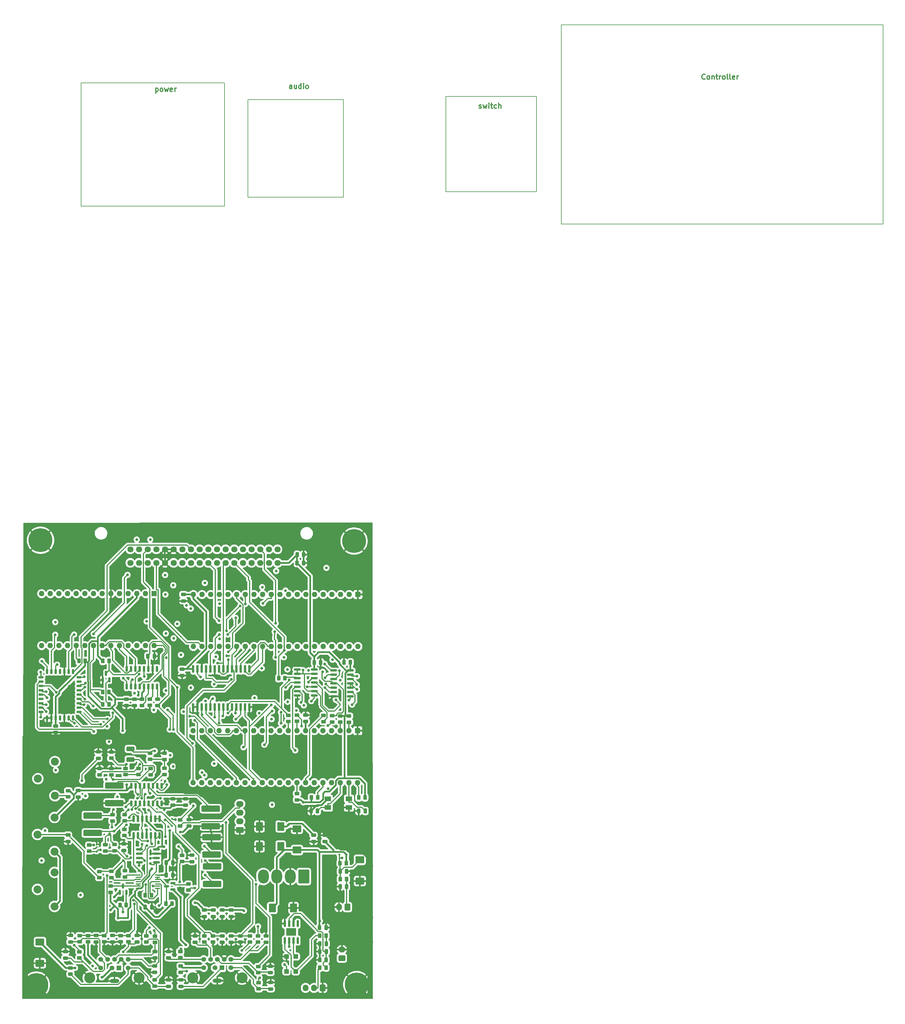
<source format=gbr>
%TF.GenerationSoftware,KiCad,Pcbnew,8.0.4*%
%TF.CreationDate,2024-09-09T17:53:27+02:00*%
%TF.ProjectId,LogicBoard 3GE,4c6f6769-6342-46f6-9172-64203347452e,rev?*%
%TF.SameCoordinates,Original*%
%TF.FileFunction,Copper,L1,Top*%
%TF.FilePolarity,Positive*%
%FSLAX46Y46*%
G04 Gerber Fmt 4.6, Leading zero omitted, Abs format (unit mm)*
G04 Created by KiCad (PCBNEW 8.0.4) date 2024-09-09 17:53:27*
%MOMM*%
%LPD*%
G01*
G04 APERTURE LIST*
G04 Aperture macros list*
%AMRoundRect*
0 Rectangle with rounded corners*
0 $1 Rounding radius*
0 $2 $3 $4 $5 $6 $7 $8 $9 X,Y pos of 4 corners*
0 Add a 4 corners polygon primitive as box body*
4,1,4,$2,$3,$4,$5,$6,$7,$8,$9,$2,$3,0*
0 Add four circle primitives for the rounded corners*
1,1,$1+$1,$2,$3*
1,1,$1+$1,$4,$5*
1,1,$1+$1,$6,$7*
1,1,$1+$1,$8,$9*
0 Add four rect primitives between the rounded corners*
20,1,$1+$1,$2,$3,$4,$5,0*
20,1,$1+$1,$4,$5,$6,$7,0*
20,1,$1+$1,$6,$7,$8,$9,0*
20,1,$1+$1,$8,$9,$2,$3,0*%
G04 Aperture macros list end*
%TA.AperFunction,Conductor*%
%ADD10C,1.500000*%
%TD*%
%TA.AperFunction,Conductor*%
%ADD11C,0.200000*%
%TD*%
%TA.AperFunction,NonConductor*%
%ADD12C,0.200000*%
%TD*%
%ADD13C,0.300000*%
%TA.AperFunction,NonConductor*%
%ADD14C,0.300000*%
%TD*%
%TA.AperFunction,SMDPad,CuDef*%
%ADD15RoundRect,0.250000X-2.450000X0.650000X-2.450000X-0.650000X2.450000X-0.650000X2.450000X0.650000X0*%
%TD*%
%TA.AperFunction,SMDPad,CuDef*%
%ADD16RoundRect,0.250000X0.475000X-0.250000X0.475000X0.250000X-0.475000X0.250000X-0.475000X-0.250000X0*%
%TD*%
%TA.AperFunction,SMDPad,CuDef*%
%ADD17RoundRect,0.250000X0.250000X0.475000X-0.250000X0.475000X-0.250000X-0.475000X0.250000X-0.475000X0*%
%TD*%
%TA.AperFunction,SMDPad,CuDef*%
%ADD18RoundRect,0.250000X-0.450000X0.262500X-0.450000X-0.262500X0.450000X-0.262500X0.450000X0.262500X0*%
%TD*%
%TA.AperFunction,ComponentPad*%
%ADD19RoundRect,0.250000X0.750000X-0.600000X0.750000X0.600000X-0.750000X0.600000X-0.750000X-0.600000X0*%
%TD*%
%TA.AperFunction,ComponentPad*%
%ADD20O,2.000000X1.700000*%
%TD*%
%TA.AperFunction,SMDPad,CuDef*%
%ADD21RoundRect,0.250000X0.450000X-0.262500X0.450000X0.262500X-0.450000X0.262500X-0.450000X-0.262500X0*%
%TD*%
%TA.AperFunction,SMDPad,CuDef*%
%ADD22RoundRect,0.150000X0.587500X0.150000X-0.587500X0.150000X-0.587500X-0.150000X0.587500X-0.150000X0*%
%TD*%
%TA.AperFunction,SMDPad,CuDef*%
%ADD23RoundRect,0.250000X0.262500X0.450000X-0.262500X0.450000X-0.262500X-0.450000X0.262500X-0.450000X0*%
%TD*%
%TA.AperFunction,SMDPad,CuDef*%
%ADD24RoundRect,0.250000X-0.262500X-0.450000X0.262500X-0.450000X0.262500X0.450000X-0.262500X0.450000X0*%
%TD*%
%TA.AperFunction,SMDPad,CuDef*%
%ADD25RoundRect,0.250000X-0.475000X0.250000X-0.475000X-0.250000X0.475000X-0.250000X0.475000X0.250000X0*%
%TD*%
%TA.AperFunction,SMDPad,CuDef*%
%ADD26RoundRect,0.150000X0.825000X0.150000X-0.825000X0.150000X-0.825000X-0.150000X0.825000X-0.150000X0*%
%TD*%
%TA.AperFunction,SMDPad,CuDef*%
%ADD27RoundRect,0.150000X-0.825000X-0.150000X0.825000X-0.150000X0.825000X0.150000X-0.825000X0.150000X0*%
%TD*%
%TA.AperFunction,ComponentPad*%
%ADD28C,7.000000*%
%TD*%
%TA.AperFunction,SMDPad,CuDef*%
%ADD29RoundRect,0.112500X-0.112500X0.187500X-0.112500X-0.187500X0.112500X-0.187500X0.112500X0.187500X0*%
%TD*%
%TA.AperFunction,ComponentPad*%
%ADD30R,1.600000X1.600000*%
%TD*%
%TA.AperFunction,ComponentPad*%
%ADD31O,1.600000X1.600000*%
%TD*%
%TA.AperFunction,SMDPad,CuDef*%
%ADD32RoundRect,0.150000X0.150000X-0.825000X0.150000X0.825000X-0.150000X0.825000X-0.150000X-0.825000X0*%
%TD*%
%TA.AperFunction,SMDPad,CuDef*%
%ADD33R,1.900000X1.400000*%
%TD*%
%TA.AperFunction,SMDPad,CuDef*%
%ADD34RoundRect,0.150000X0.150000X0.587500X-0.150000X0.587500X-0.150000X-0.587500X0.150000X-0.587500X0*%
%TD*%
%TA.AperFunction,ComponentPad*%
%ADD35RoundRect,0.250000X1.330000X1.800000X-1.330000X1.800000X-1.330000X-1.800000X1.330000X-1.800000X0*%
%TD*%
%TA.AperFunction,ComponentPad*%
%ADD36O,3.160000X4.100000*%
%TD*%
%TA.AperFunction,SMDPad,CuDef*%
%ADD37RoundRect,0.250000X0.925000X-0.412500X0.925000X0.412500X-0.925000X0.412500X-0.925000X-0.412500X0*%
%TD*%
%TA.AperFunction,SMDPad,CuDef*%
%ADD38RoundRect,0.250000X2.450000X-0.650000X2.450000X0.650000X-2.450000X0.650000X-2.450000X-0.650000X0*%
%TD*%
%TA.AperFunction,SMDPad,CuDef*%
%ADD39RoundRect,0.250000X0.787500X1.025000X-0.787500X1.025000X-0.787500X-1.025000X0.787500X-1.025000X0*%
%TD*%
%TA.AperFunction,SMDPad,CuDef*%
%ADD40RoundRect,0.150000X0.150000X-0.987500X0.150000X0.987500X-0.150000X0.987500X-0.150000X-0.987500X0*%
%TD*%
%TA.AperFunction,SMDPad,CuDef*%
%ADD41RoundRect,0.100000X-0.637500X-0.100000X0.637500X-0.100000X0.637500X0.100000X-0.637500X0.100000X0*%
%TD*%
%TA.AperFunction,SMDPad,CuDef*%
%ADD42RoundRect,0.250000X-0.250000X-0.475000X0.250000X-0.475000X0.250000X0.475000X-0.250000X0.475000X0*%
%TD*%
%TA.AperFunction,ComponentPad*%
%ADD43C,1.800000*%
%TD*%
%TA.AperFunction,SMDPad,CuDef*%
%ADD44RoundRect,0.250000X-1.025000X0.787500X-1.025000X-0.787500X1.025000X-0.787500X1.025000X0.787500X0*%
%TD*%
%TA.AperFunction,ComponentPad*%
%ADD45RoundRect,0.250000X0.600000X0.725000X-0.600000X0.725000X-0.600000X-0.725000X0.600000X-0.725000X0*%
%TD*%
%TA.AperFunction,ComponentPad*%
%ADD46O,1.700000X1.950000*%
%TD*%
%TA.AperFunction,SMDPad,CuDef*%
%ADD47RoundRect,0.150000X0.150000X-0.725000X0.150000X0.725000X-0.150000X0.725000X-0.150000X-0.725000X0*%
%TD*%
%TA.AperFunction,ComponentPad*%
%ADD48C,2.340000*%
%TD*%
%TA.AperFunction,SMDPad,CuDef*%
%ADD49RoundRect,0.112500X0.112500X-0.187500X0.112500X0.187500X-0.112500X0.187500X-0.112500X-0.187500X0*%
%TD*%
%TA.AperFunction,SMDPad,CuDef*%
%ADD50RoundRect,0.150000X0.150000X-0.587500X0.150000X0.587500X-0.150000X0.587500X-0.150000X-0.587500X0*%
%TD*%
%TA.AperFunction,ComponentPad*%
%ADD51R,1.408000X1.408000*%
%TD*%
%TA.AperFunction,ComponentPad*%
%ADD52C,1.408000*%
%TD*%
%TA.AperFunction,ComponentPad*%
%ADD53O,2.730000X1.230000*%
%TD*%
%TA.AperFunction,ComponentPad*%
%ADD54C,3.216000*%
%TD*%
%TA.AperFunction,SMDPad,CuDef*%
%ADD55RoundRect,0.150000X-0.150000X0.725000X-0.150000X-0.725000X0.150000X-0.725000X0.150000X0.725000X0*%
%TD*%
%TA.AperFunction,ComponentPad*%
%ADD56RoundRect,0.250000X0.600000X0.750000X-0.600000X0.750000X-0.600000X-0.750000X0.600000X-0.750000X0*%
%TD*%
%TA.AperFunction,ComponentPad*%
%ADD57O,1.700000X2.000000*%
%TD*%
%TA.AperFunction,SMDPad,CuDef*%
%ADD58RoundRect,0.250000X1.025000X-0.787500X1.025000X0.787500X-1.025000X0.787500X-1.025000X-0.787500X0*%
%TD*%
%TA.AperFunction,ComponentPad*%
%ADD59RoundRect,0.250000X0.845000X-0.620000X0.845000X0.620000X-0.845000X0.620000X-0.845000X-0.620000X0*%
%TD*%
%TA.AperFunction,ComponentPad*%
%ADD60O,2.190000X1.740000*%
%TD*%
%TA.AperFunction,SMDPad,CuDef*%
%ADD61RoundRect,0.250000X0.450000X0.425000X-0.450000X0.425000X-0.450000X-0.425000X0.450000X-0.425000X0*%
%TD*%
%TA.AperFunction,SMDPad,CuDef*%
%ADD62RoundRect,0.150000X-0.150000X0.825000X-0.150000X-0.825000X0.150000X-0.825000X0.150000X0.825000X0*%
%TD*%
%TA.AperFunction,HeatsinkPad*%
%ADD63R,3.000000X2.290000*%
%TD*%
%TA.AperFunction,SMDPad,CuDef*%
%ADD64RoundRect,0.250000X-0.787500X-1.025000X0.787500X-1.025000X0.787500X1.025000X-0.787500X1.025000X0*%
%TD*%
%TA.AperFunction,SMDPad,CuDef*%
%ADD65RoundRect,0.112500X0.187500X0.112500X-0.187500X0.112500X-0.187500X-0.112500X0.187500X-0.112500X0*%
%TD*%
%TA.AperFunction,ViaPad*%
%ADD66C,0.800000*%
%TD*%
%TA.AperFunction,Conductor*%
%ADD67C,0.500000*%
%TD*%
%TA.AperFunction,Conductor*%
%ADD68C,0.300000*%
%TD*%
%TA.AperFunction,Conductor*%
%ADD69C,0.400600*%
%TD*%
G04 APERTURE END LIST*
D10*
%TO.N,GND*%
X85630000Y-90260000D02*
X92250000Y-90260000D01*
D11*
X151250000Y-167050000D02*
X48430000Y-167040000D01*
D12*
X172650000Y97580000D02*
X199280000Y97580000D01*
X199280000Y69660000D01*
X172650000Y69660000D01*
X172650000Y97580000D01*
X114580000Y96610000D02*
X142650000Y96610000D01*
X142650000Y68060000D01*
X114580000Y68060000D01*
X114580000Y96610000D01*
X65670000Y101580000D02*
X107710000Y101580000D01*
X107710000Y65380000D01*
X65670000Y65380000D01*
X65670000Y101580000D01*
X206560000Y118590000D02*
X300940000Y118590000D01*
X300940000Y60190000D01*
X206560000Y60190000D01*
X206560000Y118590000D01*
D11*
X48430000Y-167040000D02*
X48560000Y-90260000D01*
D10*
X92250000Y-90260000D02*
X94060000Y-92070000D01*
D13*
D14*
X127487368Y99859171D02*
X127487368Y100644885D01*
X127487368Y100644885D02*
X127415939Y100787742D01*
X127415939Y100787742D02*
X127273082Y100859171D01*
X127273082Y100859171D02*
X126987368Y100859171D01*
X126987368Y100859171D02*
X126844510Y100787742D01*
X127487368Y99930600D02*
X127344510Y99859171D01*
X127344510Y99859171D02*
X126987368Y99859171D01*
X126987368Y99859171D02*
X126844510Y99930600D01*
X126844510Y99930600D02*
X126773082Y100073457D01*
X126773082Y100073457D02*
X126773082Y100216314D01*
X126773082Y100216314D02*
X126844510Y100359171D01*
X126844510Y100359171D02*
X126987368Y100430600D01*
X126987368Y100430600D02*
X127344510Y100430600D01*
X127344510Y100430600D02*
X127487368Y100502028D01*
X128844511Y100859171D02*
X128844511Y99859171D01*
X128201653Y100859171D02*
X128201653Y100073457D01*
X128201653Y100073457D02*
X128273082Y99930600D01*
X128273082Y99930600D02*
X128415939Y99859171D01*
X128415939Y99859171D02*
X128630225Y99859171D01*
X128630225Y99859171D02*
X128773082Y99930600D01*
X128773082Y99930600D02*
X128844511Y100002028D01*
X130201654Y99859171D02*
X130201654Y101359171D01*
X130201654Y99930600D02*
X130058796Y99859171D01*
X130058796Y99859171D02*
X129773082Y99859171D01*
X129773082Y99859171D02*
X129630225Y99930600D01*
X129630225Y99930600D02*
X129558796Y100002028D01*
X129558796Y100002028D02*
X129487368Y100144885D01*
X129487368Y100144885D02*
X129487368Y100573457D01*
X129487368Y100573457D02*
X129558796Y100716314D01*
X129558796Y100716314D02*
X129630225Y100787742D01*
X129630225Y100787742D02*
X129773082Y100859171D01*
X129773082Y100859171D02*
X130058796Y100859171D01*
X130058796Y100859171D02*
X130201654Y100787742D01*
X130915939Y99859171D02*
X130915939Y100859171D01*
X130915939Y101359171D02*
X130844511Y101287742D01*
X130844511Y101287742D02*
X130915939Y101216314D01*
X130915939Y101216314D02*
X130987368Y101287742D01*
X130987368Y101287742D02*
X130915939Y101359171D01*
X130915939Y101359171D02*
X130915939Y101216314D01*
X131844511Y99859171D02*
X131701654Y99930600D01*
X131701654Y99930600D02*
X131630225Y100002028D01*
X131630225Y100002028D02*
X131558797Y100144885D01*
X131558797Y100144885D02*
X131558797Y100573457D01*
X131558797Y100573457D02*
X131630225Y100716314D01*
X131630225Y100716314D02*
X131701654Y100787742D01*
X131701654Y100787742D02*
X131844511Y100859171D01*
X131844511Y100859171D02*
X132058797Y100859171D01*
X132058797Y100859171D02*
X132201654Y100787742D01*
X132201654Y100787742D02*
X132273083Y100716314D01*
X132273083Y100716314D02*
X132344511Y100573457D01*
X132344511Y100573457D02*
X132344511Y100144885D01*
X132344511Y100144885D02*
X132273083Y100002028D01*
X132273083Y100002028D02*
X132201654Y99930600D01*
X132201654Y99930600D02*
X132058797Y99859171D01*
X132058797Y99859171D02*
X131844511Y99859171D01*
D13*
D14*
X87554510Y100009171D02*
X87554510Y98509171D01*
X87554510Y99937742D02*
X87697368Y100009171D01*
X87697368Y100009171D02*
X87983082Y100009171D01*
X87983082Y100009171D02*
X88125939Y99937742D01*
X88125939Y99937742D02*
X88197368Y99866314D01*
X88197368Y99866314D02*
X88268796Y99723457D01*
X88268796Y99723457D02*
X88268796Y99294885D01*
X88268796Y99294885D02*
X88197368Y99152028D01*
X88197368Y99152028D02*
X88125939Y99080600D01*
X88125939Y99080600D02*
X87983082Y99009171D01*
X87983082Y99009171D02*
X87697368Y99009171D01*
X87697368Y99009171D02*
X87554510Y99080600D01*
X89125939Y99009171D02*
X88983082Y99080600D01*
X88983082Y99080600D02*
X88911653Y99152028D01*
X88911653Y99152028D02*
X88840225Y99294885D01*
X88840225Y99294885D02*
X88840225Y99723457D01*
X88840225Y99723457D02*
X88911653Y99866314D01*
X88911653Y99866314D02*
X88983082Y99937742D01*
X88983082Y99937742D02*
X89125939Y100009171D01*
X89125939Y100009171D02*
X89340225Y100009171D01*
X89340225Y100009171D02*
X89483082Y99937742D01*
X89483082Y99937742D02*
X89554511Y99866314D01*
X89554511Y99866314D02*
X89625939Y99723457D01*
X89625939Y99723457D02*
X89625939Y99294885D01*
X89625939Y99294885D02*
X89554511Y99152028D01*
X89554511Y99152028D02*
X89483082Y99080600D01*
X89483082Y99080600D02*
X89340225Y99009171D01*
X89340225Y99009171D02*
X89125939Y99009171D01*
X90125939Y100009171D02*
X90411654Y99009171D01*
X90411654Y99009171D02*
X90697368Y99723457D01*
X90697368Y99723457D02*
X90983082Y99009171D01*
X90983082Y99009171D02*
X91268796Y100009171D01*
X92411654Y99080600D02*
X92268797Y99009171D01*
X92268797Y99009171D02*
X91983083Y99009171D01*
X91983083Y99009171D02*
X91840225Y99080600D01*
X91840225Y99080600D02*
X91768797Y99223457D01*
X91768797Y99223457D02*
X91768797Y99794885D01*
X91768797Y99794885D02*
X91840225Y99937742D01*
X91840225Y99937742D02*
X91983083Y100009171D01*
X91983083Y100009171D02*
X92268797Y100009171D01*
X92268797Y100009171D02*
X92411654Y99937742D01*
X92411654Y99937742D02*
X92483083Y99794885D01*
X92483083Y99794885D02*
X92483083Y99652028D01*
X92483083Y99652028D02*
X91768797Y99509171D01*
X93125939Y99009171D02*
X93125939Y100009171D01*
X93125939Y99723457D02*
X93197368Y99866314D01*
X93197368Y99866314D02*
X93268797Y99937742D01*
X93268797Y99937742D02*
X93411654Y100009171D01*
X93411654Y100009171D02*
X93554511Y100009171D01*
D13*
D14*
X248731653Y102762028D02*
X248660225Y102690600D01*
X248660225Y102690600D02*
X248445939Y102619171D01*
X248445939Y102619171D02*
X248303082Y102619171D01*
X248303082Y102619171D02*
X248088796Y102690600D01*
X248088796Y102690600D02*
X247945939Y102833457D01*
X247945939Y102833457D02*
X247874510Y102976314D01*
X247874510Y102976314D02*
X247803082Y103262028D01*
X247803082Y103262028D02*
X247803082Y103476314D01*
X247803082Y103476314D02*
X247874510Y103762028D01*
X247874510Y103762028D02*
X247945939Y103904885D01*
X247945939Y103904885D02*
X248088796Y104047742D01*
X248088796Y104047742D02*
X248303082Y104119171D01*
X248303082Y104119171D02*
X248445939Y104119171D01*
X248445939Y104119171D02*
X248660225Y104047742D01*
X248660225Y104047742D02*
X248731653Y103976314D01*
X249588796Y102619171D02*
X249445939Y102690600D01*
X249445939Y102690600D02*
X249374510Y102762028D01*
X249374510Y102762028D02*
X249303082Y102904885D01*
X249303082Y102904885D02*
X249303082Y103333457D01*
X249303082Y103333457D02*
X249374510Y103476314D01*
X249374510Y103476314D02*
X249445939Y103547742D01*
X249445939Y103547742D02*
X249588796Y103619171D01*
X249588796Y103619171D02*
X249803082Y103619171D01*
X249803082Y103619171D02*
X249945939Y103547742D01*
X249945939Y103547742D02*
X250017368Y103476314D01*
X250017368Y103476314D02*
X250088796Y103333457D01*
X250088796Y103333457D02*
X250088796Y102904885D01*
X250088796Y102904885D02*
X250017368Y102762028D01*
X250017368Y102762028D02*
X249945939Y102690600D01*
X249945939Y102690600D02*
X249803082Y102619171D01*
X249803082Y102619171D02*
X249588796Y102619171D01*
X250731653Y103619171D02*
X250731653Y102619171D01*
X250731653Y103476314D02*
X250803082Y103547742D01*
X250803082Y103547742D02*
X250945939Y103619171D01*
X250945939Y103619171D02*
X251160225Y103619171D01*
X251160225Y103619171D02*
X251303082Y103547742D01*
X251303082Y103547742D02*
X251374511Y103404885D01*
X251374511Y103404885D02*
X251374511Y102619171D01*
X251874511Y103619171D02*
X252445939Y103619171D01*
X252088796Y104119171D02*
X252088796Y102833457D01*
X252088796Y102833457D02*
X252160225Y102690600D01*
X252160225Y102690600D02*
X252303082Y102619171D01*
X252303082Y102619171D02*
X252445939Y102619171D01*
X252945939Y102619171D02*
X252945939Y103619171D01*
X252945939Y103333457D02*
X253017368Y103476314D01*
X253017368Y103476314D02*
X253088797Y103547742D01*
X253088797Y103547742D02*
X253231654Y103619171D01*
X253231654Y103619171D02*
X253374511Y103619171D01*
X254088796Y102619171D02*
X253945939Y102690600D01*
X253945939Y102690600D02*
X253874510Y102762028D01*
X253874510Y102762028D02*
X253803082Y102904885D01*
X253803082Y102904885D02*
X253803082Y103333457D01*
X253803082Y103333457D02*
X253874510Y103476314D01*
X253874510Y103476314D02*
X253945939Y103547742D01*
X253945939Y103547742D02*
X254088796Y103619171D01*
X254088796Y103619171D02*
X254303082Y103619171D01*
X254303082Y103619171D02*
X254445939Y103547742D01*
X254445939Y103547742D02*
X254517368Y103476314D01*
X254517368Y103476314D02*
X254588796Y103333457D01*
X254588796Y103333457D02*
X254588796Y102904885D01*
X254588796Y102904885D02*
X254517368Y102762028D01*
X254517368Y102762028D02*
X254445939Y102690600D01*
X254445939Y102690600D02*
X254303082Y102619171D01*
X254303082Y102619171D02*
X254088796Y102619171D01*
X255445939Y102619171D02*
X255303082Y102690600D01*
X255303082Y102690600D02*
X255231653Y102833457D01*
X255231653Y102833457D02*
X255231653Y104119171D01*
X256231653Y102619171D02*
X256088796Y102690600D01*
X256088796Y102690600D02*
X256017367Y102833457D01*
X256017367Y102833457D02*
X256017367Y104119171D01*
X257374510Y102690600D02*
X257231653Y102619171D01*
X257231653Y102619171D02*
X256945939Y102619171D01*
X256945939Y102619171D02*
X256803081Y102690600D01*
X256803081Y102690600D02*
X256731653Y102833457D01*
X256731653Y102833457D02*
X256731653Y103404885D01*
X256731653Y103404885D02*
X256803081Y103547742D01*
X256803081Y103547742D02*
X256945939Y103619171D01*
X256945939Y103619171D02*
X257231653Y103619171D01*
X257231653Y103619171D02*
X257374510Y103547742D01*
X257374510Y103547742D02*
X257445939Y103404885D01*
X257445939Y103404885D02*
X257445939Y103262028D01*
X257445939Y103262028D02*
X256731653Y103119171D01*
X258088795Y102619171D02*
X258088795Y103619171D01*
X258088795Y103333457D02*
X258160224Y103476314D01*
X258160224Y103476314D02*
X258231653Y103547742D01*
X258231653Y103547742D02*
X258374510Y103619171D01*
X258374510Y103619171D02*
X258517367Y103619171D01*
D13*
D14*
X182443082Y94160600D02*
X182585939Y94089171D01*
X182585939Y94089171D02*
X182871653Y94089171D01*
X182871653Y94089171D02*
X183014510Y94160600D01*
X183014510Y94160600D02*
X183085939Y94303457D01*
X183085939Y94303457D02*
X183085939Y94374885D01*
X183085939Y94374885D02*
X183014510Y94517742D01*
X183014510Y94517742D02*
X182871653Y94589171D01*
X182871653Y94589171D02*
X182657368Y94589171D01*
X182657368Y94589171D02*
X182514510Y94660600D01*
X182514510Y94660600D02*
X182443082Y94803457D01*
X182443082Y94803457D02*
X182443082Y94874885D01*
X182443082Y94874885D02*
X182514510Y95017742D01*
X182514510Y95017742D02*
X182657368Y95089171D01*
X182657368Y95089171D02*
X182871653Y95089171D01*
X182871653Y95089171D02*
X183014510Y95017742D01*
X183585939Y95089171D02*
X183871654Y94089171D01*
X183871654Y94089171D02*
X184157368Y94803457D01*
X184157368Y94803457D02*
X184443082Y94089171D01*
X184443082Y94089171D02*
X184728796Y95089171D01*
X185300225Y94089171D02*
X185300225Y95089171D01*
X185300225Y95589171D02*
X185228797Y95517742D01*
X185228797Y95517742D02*
X185300225Y95446314D01*
X185300225Y95446314D02*
X185371654Y95517742D01*
X185371654Y95517742D02*
X185300225Y95589171D01*
X185300225Y95589171D02*
X185300225Y95446314D01*
X185800226Y95089171D02*
X186371654Y95089171D01*
X186014511Y95589171D02*
X186014511Y94303457D01*
X186014511Y94303457D02*
X186085940Y94160600D01*
X186085940Y94160600D02*
X186228797Y94089171D01*
X186228797Y94089171D02*
X186371654Y94089171D01*
X187514512Y94160600D02*
X187371654Y94089171D01*
X187371654Y94089171D02*
X187085940Y94089171D01*
X187085940Y94089171D02*
X186943083Y94160600D01*
X186943083Y94160600D02*
X186871654Y94232028D01*
X186871654Y94232028D02*
X186800226Y94374885D01*
X186800226Y94374885D02*
X186800226Y94803457D01*
X186800226Y94803457D02*
X186871654Y94946314D01*
X186871654Y94946314D02*
X186943083Y95017742D01*
X186943083Y95017742D02*
X187085940Y95089171D01*
X187085940Y95089171D02*
X187371654Y95089171D01*
X187371654Y95089171D02*
X187514512Y95017742D01*
X188157368Y94089171D02*
X188157368Y95589171D01*
X188800226Y94089171D02*
X188800226Y94874885D01*
X188800226Y94874885D02*
X188728797Y95017742D01*
X188728797Y95017742D02*
X188585940Y95089171D01*
X188585940Y95089171D02*
X188371654Y95089171D01*
X188371654Y95089171D02*
X188228797Y95017742D01*
X188228797Y95017742D02*
X188157368Y94946314D01*
%TD*%
D15*
%TO.P,C304,1*%
%TO.N,/X0*%
X103690000Y-111332500D03*
%TO.P,C304,2*%
%TO.N,GND*%
X103690000Y-116432500D03*
%TD*%
D16*
%TO.P,C218,1*%
%TO.N,/J202_B1*%
X61070000Y-155120000D03*
%TO.P,C218,2*%
%TO.N,GND*%
X61070000Y-153220000D03*
%TD*%
D17*
%TO.P,C226,1*%
%TO.N,+5V*%
X144670000Y-68410000D03*
%TO.P,C226,2*%
%TO.N,GND*%
X142770000Y-68410000D03*
%TD*%
D18*
%TO.P,R313,1*%
%TO.N,/POT0*%
X112420000Y-148615000D03*
%TO.P,R313,2*%
%TO.N,GND*%
X112420000Y-150440000D03*
%TD*%
D19*
%TO.P,J103,1,Pin_1*%
%TO.N,Net-(J103-Pin_1)*%
X142160000Y-155130000D03*
D20*
%TO.P,J103,2,Pin_2*%
%TO.N,GND*%
X142160000Y-152630000D03*
%TD*%
D21*
%TO.P,R203,1*%
%TO.N,/~{IRQ}*%
X141710000Y-85932500D03*
%TO.P,R203,2*%
%TO.N,+5V*%
X141710000Y-84107500D03*
%TD*%
D22*
%TO.P,Q302,1,E*%
%TO.N,+5V*%
X92615000Y-135012500D03*
%TO.P,Q302,2,B*%
%TO.N,/Q302_BASE*%
X92615000Y-133112500D03*
%TO.P,Q302,3,C*%
%TO.N,/ZERO*%
X90740000Y-134062500D03*
%TD*%
D23*
%TO.P,R320,1*%
%TO.N,Net-(IC305-Pad11)*%
X86282500Y-136662500D03*
%TO.P,R320,2*%
%TO.N,/IC303D_FB*%
X84457500Y-136662500D03*
%TD*%
D24*
%TO.P,R209,1*%
%TO.N,+5V*%
X133217500Y-108020000D03*
%TO.P,R209,2*%
%TO.N,Net-(IC206-MRDY)*%
X135042500Y-108020000D03*
%TD*%
D21*
%TO.P,R303,1*%
%TO.N,/VOUT*%
X75430000Y-123665000D03*
%TO.P,R303,2*%
%TO.N,/IOUT*%
X75430000Y-121840000D03*
%TD*%
D24*
%TO.P,R207,1*%
%TO.N,/BC2*%
X65027500Y-67980000D03*
%TO.P,R207,2*%
%TO.N,+5V*%
X66852500Y-67980000D03*
%TD*%
D18*
%TO.P,R210,1*%
%TO.N,Net-(IC206-~{DMA{slash}BREQ})*%
X129000000Y-106897500D03*
%TO.P,R210,2*%
%TO.N,+5V*%
X129000000Y-108722500D03*
%TD*%
%TO.P,R332,1*%
%TO.N,/IC303A_FB*%
X70980000Y-129730000D03*
%TO.P,R332,2*%
%TO.N,/Y_OFFSET*%
X70980000Y-131555000D03*
%TD*%
D24*
%TO.P,R208,1*%
%TO.N,/~{RESET}*%
X141697500Y-131960000D03*
%TO.P,R208,2*%
%TO.N,/SWITCH_RESET*%
X143522500Y-131960000D03*
%TD*%
D25*
%TO.P,C307,1*%
%TO.N,GND*%
X78170000Y-121662500D03*
%TO.P,C307,2*%
%TO.N,/POTX*%
X78170000Y-123562500D03*
%TD*%
D26*
%TO.P,IC304,1*%
%TO.N,/VOUT*%
X87730000Y-127042500D03*
%TO.P,IC304,2,-*%
%TO.N,/IOUT*%
X87730000Y-125772500D03*
%TO.P,IC304,3,+*%
%TO.N,GND*%
X87730000Y-124502500D03*
%TO.P,IC304,4,V-*%
%TO.N,-5VA*%
X87730000Y-123232500D03*
%TO.P,IC304,5,+*%
%TO.N,/POTX*%
X82780000Y-123232500D03*
%TO.P,IC304,6,-*%
%TO.N,/VOUT*%
X82780000Y-124502500D03*
%TO.P,IC304,7*%
%TO.N,Net-(IC304-Pad7)*%
X82780000Y-125772500D03*
%TO.P,IC304,8,V+*%
%TO.N,+5V*%
X82780000Y-127042500D03*
%TD*%
D24*
%TO.P,R105,1*%
%TO.N,GND*%
X135707500Y-155640000D03*
%TO.P,R105,2*%
%TO.N,Net-(IC103-+)*%
X137532500Y-155640000D03*
%TD*%
D21*
%TO.P,R343,1*%
%TO.N,/CHA*%
X74570000Y-101362500D03*
%TO.P,R343,2*%
%TO.N,GND*%
X74570000Y-99537500D03*
%TD*%
D27*
%TO.P,IC203,1*%
%TO.N,/~{E}*%
X139730000Y-70750000D03*
%TO.P,IC203,2*%
%TO.N,/A15*%
X139730000Y-72020000D03*
%TO.P,IC203,3*%
%TO.N,/~{CARTS}*%
X139730000Y-73290000D03*
%TO.P,IC203,4*%
%TO.N,/R~{W}*%
X139730000Y-74560000D03*
%TO.P,IC203,5*%
%TO.N,/~{RAMS}*%
X139730000Y-75830000D03*
%TO.P,IC203,6*%
%TO.N,/RAM_R~{W}*%
X139730000Y-77100000D03*
%TO.P,IC203,7,GND*%
%TO.N,GND*%
X139730000Y-78370000D03*
%TO.P,IC203,8*%
%TO.N,/~{RAMS}*%
X144680000Y-78370000D03*
%TO.P,IC203,9*%
%TO.N,/~{A11&E}*%
X144680000Y-77100000D03*
%TO.P,IC203,10*%
%TO.N,/~{IOS}*%
X144680000Y-75830000D03*
%TO.P,IC203,11*%
X144680000Y-74560000D03*
%TO.P,IC203,12*%
%TO.N,/~{ROMS}*%
X144680000Y-73290000D03*
%TO.P,IC203,13*%
%TO.N,/A13*%
X144680000Y-72020000D03*
%TO.P,IC203,14,VCC*%
%TO.N,+5V*%
X144680000Y-70750000D03*
%TD*%
D16*
%TO.P,C236,1*%
%TO.N,GND*%
X104400000Y-142930000D03*
%TO.P,C236,2*%
%TO.N,+5V*%
X104400000Y-141030000D03*
%TD*%
D25*
%TO.P,C328,1*%
%TO.N,GND*%
X96270000Y-108392500D03*
%TO.P,C328,2*%
%TO.N,-5VA*%
X96270000Y-110292500D03*
%TD*%
D17*
%TO.P,C321,1*%
%TO.N,GND*%
X86370000Y-140202500D03*
%TO.P,C321,2*%
%TO.N,-5VA*%
X84470000Y-140202500D03*
%TD*%
D21*
%TO.P,R317,1*%
%TO.N,Net-(IC305-Pad1)*%
X78490000Y-131355000D03*
%TO.P,R317,2*%
%TO.N,/IC303A_FB*%
X78490000Y-129530000D03*
%TD*%
D28*
%TO.P,MNT2,1,1*%
%TO.N,GND*%
X146530000Y-162880000D03*
%TD*%
D18*
%TO.P,R214,1*%
%TO.N,/A0*%
X128980000Y-83857500D03*
%TO.P,R214,2*%
%TO.N,/CPU_A0*%
X128980000Y-85682500D03*
%TD*%
%TO.P,R205,1*%
%TO.N,+5V*%
X62520000Y-158010000D03*
%TO.P,R205,2*%
%TO.N,/J202_B4*%
X62520000Y-159835000D03*
%TD*%
D24*
%TO.P,R325,1*%
%TO.N,/ZERO*%
X90507500Y-139140000D03*
%TO.P,R325,2*%
%TO.N,-5VA*%
X92332500Y-139140000D03*
%TD*%
D21*
%TO.P,R342,1*%
%TO.N,/CHB*%
X71080000Y-101355000D03*
%TO.P,R342,2*%
%TO.N,GND*%
X71080000Y-99530000D03*
%TD*%
D29*
%TO.P,D302,1,k*%
%TO.N,/IC303C_FB*%
X92340000Y-114275000D03*
%TO.P,D302,2,A*%
%TO.N,/Z_AXIS*%
X92340000Y-116375000D03*
%TD*%
D27*
%TO.P,IC202,1*%
%TO.N,/E*%
X129105000Y-70500000D03*
%TO.P,IC202,2*%
X129105000Y-71770000D03*
%TO.P,IC202,3*%
%TO.N,/IC202A_~{E}*%
X129105000Y-73040000D03*
%TO.P,IC202,4*%
%TO.N,/A15*%
X129105000Y-74310000D03*
%TO.P,IC202,5*%
%TO.N,/A14*%
X129105000Y-75580000D03*
%TO.P,IC202,6*%
%TO.N,/~{ROMS}*%
X129105000Y-76850000D03*
%TO.P,IC202,7,GND*%
%TO.N,GND*%
X129105000Y-78120000D03*
%TO.P,IC202,8*%
%TO.N,/~{ROMOE}*%
X134055000Y-78120000D03*
%TO.P,IC202,9*%
%TO.N,/E*%
X134055000Y-76850000D03*
%TO.P,IC202,10*%
%TO.N,/A13*%
X134055000Y-75580000D03*
%TO.P,IC202,11*%
%TO.N,/~{A11&E}*%
X134055000Y-74310000D03*
%TO.P,IC202,12*%
%TO.N,/A11*%
X134055000Y-73040000D03*
%TO.P,IC202,13*%
%TO.N,/E*%
X134055000Y-71770000D03*
%TO.P,IC202,14,VCC*%
%TO.N,+5V*%
X134055000Y-70500000D03*
%TD*%
D30*
%TO.P,IC207,1,GND*%
%TO.N,GND*%
X146860000Y-48500000D03*
D31*
%TO.P,IC207,2,PA0*%
%TO.N,/P0*%
X144320000Y-48500000D03*
%TO.P,IC207,3,PA1*%
%TO.N,/P1*%
X141780000Y-48500000D03*
%TO.P,IC207,4,PA2*%
%TO.N,/P2*%
X139240000Y-48500000D03*
%TO.P,IC207,5,PA3*%
%TO.N,/P3*%
X136700000Y-48500000D03*
%TO.P,IC207,6,PA4*%
%TO.N,/P4*%
X134160000Y-48500000D03*
%TO.P,IC207,7,PA5*%
%TO.N,/P5*%
X131620000Y-48500000D03*
%TO.P,IC207,8,PA6*%
%TO.N,/P6*%
X129080000Y-48500000D03*
%TO.P,IC207,9,PA7*%
%TO.N,/P7*%
X126540000Y-48500000D03*
%TO.P,IC207,10,PB0*%
%TO.N,/SH*%
X124000000Y-48500000D03*
%TO.P,IC207,11,PB1*%
%TO.N,/SEL0*%
X121460000Y-48500000D03*
%TO.P,IC207,12,PB2*%
%TO.N,/SEL1*%
X118920000Y-48500000D03*
%TO.P,IC207,13,PB3*%
%TO.N,/BC1*%
X116380000Y-48500000D03*
%TO.P,IC207,14,PB4*%
%TO.N,/BDIR*%
X113840000Y-48500000D03*
%TO.P,IC207,15,PB5*%
%TO.N,/COMPARE*%
X111300000Y-48500000D03*
%TO.P,IC207,16,PB6*%
%TO.N,/PB6*%
X108760000Y-48500000D03*
%TO.P,IC207,17,PB7*%
%TO.N,/~{RAMP}*%
X106220000Y-48500000D03*
%TO.P,IC207,18,CB1*%
%TO.N,unconnected-(IC207-CB1-Pad18)*%
X103680000Y-48500000D03*
%TO.P,IC207,19,CB2*%
%TO.N,/~{BLANK}*%
X101140000Y-48500000D03*
%TO.P,IC207,20,VDD*%
%TO.N,+5V*%
X98600000Y-48500000D03*
%TO.P,IC207,21,IRQB*%
%TO.N,/~{IRQ}*%
X98600000Y-63740000D03*
%TO.P,IC207,22,RWB*%
%TO.N,/R~{W}*%
X101140000Y-63740000D03*
%TO.P,IC207,23,CS2B*%
%TO.N,/~{IOS}*%
X103680000Y-63740000D03*
%TO.P,IC207,24,CS1*%
%TO.N,/A12*%
X106220000Y-63740000D03*
%TO.P,IC207,25,PHI2*%
%TO.N,/E*%
X108760000Y-63740000D03*
%TO.P,IC207,26,D7*%
%TO.N,/D7*%
X111300000Y-63740000D03*
%TO.P,IC207,27,D6*%
%TO.N,/D6*%
X113840000Y-63740000D03*
%TO.P,IC207,28,D5*%
%TO.N,/D5*%
X116380000Y-63740000D03*
%TO.P,IC207,29,D4*%
%TO.N,/D4*%
X118920000Y-63740000D03*
%TO.P,IC207,30,D3*%
%TO.N,/D3*%
X121460000Y-63740000D03*
%TO.P,IC207,31,D2*%
%TO.N,/D2*%
X124000000Y-63740000D03*
%TO.P,IC207,32,D1*%
%TO.N,/D1*%
X126540000Y-63740000D03*
%TO.P,IC207,33,D0*%
%TO.N,/D0*%
X129080000Y-63740000D03*
%TO.P,IC207,34,RESB*%
%TO.N,/~{RESET}*%
X131620000Y-63740000D03*
%TO.P,IC207,35,RS3*%
%TO.N,/A3*%
X134160000Y-63740000D03*
%TO.P,IC207,36,RS2*%
%TO.N,/A2*%
X136700000Y-63740000D03*
%TO.P,IC207,37,RS1*%
%TO.N,/A1*%
X139240000Y-63740000D03*
%TO.P,IC207,38,RS0*%
%TO.N,/A0*%
X141780000Y-63740000D03*
%TO.P,IC207,39,CA2*%
%TO.N,/~{ZERO}*%
X144320000Y-63740000D03*
%TO.P,IC207,40,CA1*%
%TO.N,/SW7*%
X146860000Y-63740000D03*
%TD*%
D21*
%TO.P,R314,1*%
%TO.N,/COMPARE*%
X68030000Y-123775000D03*
%TO.P,R314,2*%
%TO.N,Net-(IC304-Pad7)*%
X68030000Y-121950000D03*
%TD*%
%TO.P,R330,1*%
%TO.N,/DIGITAL_AUDIO*%
X90150000Y-96865000D03*
%TO.P,R330,2*%
%TO.N,GND*%
X90150000Y-95040000D03*
%TD*%
%TO.P,R315,1*%
%TO.N,/Z_AXIS*%
X94720000Y-116385000D03*
%TO.P,R315,2*%
%TO.N,/~{BLANK}*%
X94720000Y-114560000D03*
%TD*%
D25*
%TO.P,C203,1*%
%TO.N,-5VA*%
X133860000Y-119060000D03*
%TO.P,C203,2*%
%TO.N,GND*%
X133860000Y-120960000D03*
%TD*%
D15*
%TO.P,C306,1*%
%TO.N,GND*%
X103900000Y-119692500D03*
%TO.P,C306,2*%
%TO.N,/X2*%
X103900000Y-124792500D03*
%TD*%
D25*
%TO.P,C217,1*%
%TO.N,GND*%
X121270000Y-162290000D03*
%TO.P,C217,2*%
%TO.N,/J203_B4*%
X121270000Y-164190000D03*
%TD*%
D18*
%TO.P,R224,1*%
%TO.N,/SW2*%
X117620000Y-157580000D03*
%TO.P,R224,2*%
%TO.N,/J203_B3*%
X117620000Y-159405000D03*
%TD*%
D32*
%TO.P,IC303,1*%
%TO.N,/IC303A_Y*%
X81030000Y-119192500D03*
%TO.P,IC303,2,-*%
%TO.N,/IC303A_FB*%
X82300000Y-119192500D03*
%TO.P,IC303,3,+*%
%TO.N,/X1*%
X83570000Y-119192500D03*
%TO.P,IC303,4,V+*%
%TO.N,+5V*%
X84840000Y-119192500D03*
%TO.P,IC303,5,+*%
%TO.N,/X0*%
X86110000Y-119192500D03*
%TO.P,IC303,6,-*%
%TO.N,/IC303B_FB*%
X87380000Y-119192500D03*
%TO.P,IC303,7*%
X88650000Y-119192500D03*
%TO.P,IC303,8*%
%TO.N,/IC303C_FB*%
X88650000Y-114242500D03*
%TO.P,IC303,9,-*%
X87380000Y-114242500D03*
%TO.P,IC303,10,+*%
%TO.N,/X2*%
X86110000Y-114242500D03*
%TO.P,IC303,11,V-*%
%TO.N,-5VA*%
X84840000Y-114242500D03*
%TO.P,IC303,12,+*%
%TO.N,/X1*%
X83570000Y-114242500D03*
%TO.P,IC303,13,-*%
%TO.N,/IC303D_FB*%
X82300000Y-114242500D03*
%TO.P,IC303,14*%
%TO.N,/IC303D_X*%
X81030000Y-114242500D03*
%TD*%
D24*
%TO.P,R338,1*%
%TO.N,/P7*%
X71977500Y-77080000D03*
%TO.P,R338,2*%
%TO.N,+5V*%
X73802500Y-77080000D03*
%TD*%
%TO.P,R104,1*%
%TO.N,Audio*%
X135707500Y-157950000D03*
%TO.P,R104,2*%
%TO.N,Net-(IC103-+)*%
X137532500Y-157950000D03*
%TD*%
D21*
%TO.P,R204,2*%
%TO.N,+5V*%
X94880000Y-157457500D03*
%TO.P,R204,1*%
%TO.N,/J203_B4*%
X94880000Y-159282500D03*
%TD*%
D25*
%TO.P,C232,1*%
%TO.N,GND*%
X94910000Y-161520000D03*
%TO.P,C232,2*%
%TO.N,/J203_X*%
X94910000Y-163420000D03*
%TD*%
D33*
%TO.P,Y201,1,1*%
%TO.N,/EXTAL*%
X138047001Y-110949400D03*
%TO.P,Y201,2,2*%
%TO.N,GND*%
X138047001Y-108409400D03*
%TO.P,Y201,3,3*%
%TO.N,/XTAL*%
X144246999Y-108409400D03*
%TO.P,Y201,4,4*%
%TO.N,GND*%
X144246999Y-110949400D03*
%TD*%
D25*
%TO.P,C1,2*%
%TO.N,GND*%
X58210000Y-88960000D03*
%TO.P,C1,1*%
%TO.N,+5V*%
X58210000Y-87060000D03*
%TD*%
%TO.P,C311,2*%
%TO.N,GND*%
X109680000Y-150497500D03*
%TO.P,C311,1*%
%TO.N,/POT0*%
X109680000Y-148597500D03*
%TD*%
D34*
%TO.P,IC201,1,NC*%
%TO.N,unconnected-(IC201-NC-Pad1)*%
X59480000Y-84727500D03*
%TO.P,IC201,2,A15*%
%TO.N,GND*%
X60750000Y-84727500D03*
%TO.P,IC201,3,A12*%
%TO.N,/A12*%
X62020000Y-84727500D03*
%TO.P,IC201,4,A7*%
%TO.N,/A7*%
X63290000Y-84727500D03*
D22*
%TO.P,IC201,5,A6*%
%TO.N,/A6*%
X65042500Y-82970000D03*
%TO.P,IC201,6,A5*%
%TO.N,/A5*%
X65042500Y-81700000D03*
%TO.P,IC201,7,A4*%
%TO.N,/A4*%
X65042500Y-80430000D03*
%TO.P,IC201,8,A3*%
%TO.N,/A3*%
X65042500Y-79160000D03*
%TO.P,IC201,9,A2*%
%TO.N,/A2*%
X65042500Y-77890000D03*
%TO.P,IC201,10,A1*%
%TO.N,/A1*%
X65042500Y-76620000D03*
%TO.P,IC201,11,A0*%
%TO.N,/A0*%
X65042500Y-75350000D03*
%TO.P,IC201,12,NC*%
%TO.N,unconnected-(IC201-NC-Pad12)*%
X65042500Y-74080000D03*
%TO.P,IC201,13,O0*%
%TO.N,/D0*%
X65042500Y-72810000D03*
D34*
%TO.P,IC201,14,O1*%
%TO.N,/D1*%
X63290000Y-71052500D03*
%TO.P,IC201,15,O2*%
%TO.N,/D2*%
X62020000Y-71052500D03*
%TO.P,IC201,16,GND*%
%TO.N,GND*%
X60750000Y-71052500D03*
%TO.P,IC201,17,NC*%
%TO.N,unconnected-(IC201-NC-Pad17)*%
X59480000Y-71052500D03*
%TO.P,IC201,18,O3*%
%TO.N,/D3*%
X58210000Y-71052500D03*
%TO.P,IC201,19,O4*%
%TO.N,/D4*%
X56940000Y-71052500D03*
%TO.P,IC201,20,O5*%
%TO.N,/D5*%
X55670000Y-71052500D03*
D22*
%TO.P,IC201,21,O6*%
%TO.N,/D6*%
X53917500Y-72810000D03*
%TO.P,IC201,22,O7*%
%TO.N,/D7*%
X53917500Y-74080000D03*
%TO.P,IC201,23,~{CE}*%
%TO.N,/~{ROMOE}*%
X53917500Y-75350000D03*
%TO.P,IC201,24,A10*%
%TO.N,/A10*%
X53917500Y-76620000D03*
%TO.P,IC201,25,~{OE}/VPP*%
%TO.N,/~{ROMS}*%
X53917500Y-77890000D03*
%TO.P,IC201,26,NC*%
%TO.N,unconnected-(IC201-NC-Pad26)*%
X53917500Y-79160000D03*
%TO.P,IC201,27,A11*%
%TO.N,/A11*%
X53917500Y-80430000D03*
%TO.P,IC201,28,A9*%
%TO.N,/A9*%
X53917500Y-81700000D03*
%TO.P,IC201,29,A8*%
%TO.N,/A8*%
X53917500Y-82970000D03*
D34*
%TO.P,IC201,30,A13*%
%TO.N,GND*%
X55670000Y-84727500D03*
%TO.P,IC201,31,A14*%
X56940000Y-84727500D03*
%TO.P,IC201,32,VCC*%
%TO.N,+5V*%
X58210000Y-84727500D03*
%TD*%
D21*
%TO.P,R216,1*%
%TO.N,/E*%
X136770000Y-85800000D03*
%TO.P,R216,2*%
%TO.N,/CPU_E*%
X136770000Y-83975000D03*
%TD*%
D35*
%TO.P,J204,1,Pin_1*%
%TO.N,-5VA*%
X131000000Y-131220000D03*
D36*
%TO.P,J204,2,Pin_2*%
%TO.N,GND*%
X127040000Y-131220000D03*
%TO.P,J204,3,Pin_3*%
%TO.N,+5V*%
X123080000Y-131220000D03*
%TO.P,J204,4,Pin_4*%
%TO.N,-12VA*%
X119120000Y-131220000D03*
%TD*%
D37*
%TO.P,C323,1*%
%TO.N,/CH(A+B+C)*%
X80100000Y-96875000D03*
%TO.P,C323,2*%
%TO.N,/CH(A+B+C)+DIGITAL_AUDIO*%
X80100000Y-93800000D03*
%TD*%
D16*
%TO.P,C324,1*%
%TO.N,GND*%
X78930000Y-81107500D03*
%TO.P,C324,2*%
%TO.N,+5V*%
X78930000Y-79207500D03*
%TD*%
D18*
%TO.P,R223,2*%
%TO.N,/J203_B2*%
X117520000Y-150440000D03*
%TO.P,R223,1*%
%TO.N,/SW1*%
X117520000Y-148615000D03*
%TD*%
%TO.P,R311,1*%
%TO.N,/POT1*%
X104370000Y-148615000D03*
%TO.P,R311,2*%
%TO.N,GND*%
X104370000Y-150440000D03*
%TD*%
D16*
%TO.P,C202,1*%
%TO.N,+5V*%
X137220000Y-120990000D03*
%TO.P,C202,2*%
%TO.N,GND*%
X137220000Y-119090000D03*
%TD*%
D17*
%TO.P,C302,1*%
%TO.N,GND*%
X87120000Y-66560000D03*
%TO.P,C302,2*%
%TO.N,-12VA*%
X85220000Y-66560000D03*
%TD*%
D25*
%TO.P,C316,1*%
%TO.N,GND*%
X97290000Y-114512500D03*
%TO.P,C316,2*%
%TO.N,+5V*%
X97290000Y-116412500D03*
%TD*%
D18*
%TO.P,R309,2*%
%TO.N,GND*%
X77260000Y-150350000D03*
%TO.P,R309,1*%
%TO.N,/POT2*%
X77260000Y-148525000D03*
%TD*%
D16*
%TO.P,C326,1*%
%TO.N,GND*%
X61810000Y-120920000D03*
%TO.P,C326,2*%
%TO.N,/Y_OFFSET*%
X61810000Y-119020000D03*
%TD*%
D38*
%TO.P,C305,1*%
%TO.N,GND*%
X75410000Y-109652500D03*
%TO.P,C305,2*%
%TO.N,/X1*%
X75410000Y-104552500D03*
%TD*%
D28*
%TO.P,MNT4,1,1*%
%TO.N,GND*%
X52530000Y-163030000D03*
%TD*%
D24*
%TO.P,R340,1*%
%TO.N,/P7*%
X72027500Y-80760000D03*
%TO.P,R340,2*%
%TO.N,/Q303_BASE*%
X73852500Y-80760000D03*
%TD*%
D39*
%TO.P,C213,1*%
%TO.N,-5VA*%
X124222500Y-116520000D03*
%TO.P,C213,2*%
%TO.N,GND*%
X117997500Y-116520000D03*
%TD*%
D25*
%TO.P,C309,1*%
%TO.N,/POT2*%
X74840000Y-148507500D03*
%TO.P,C309,2*%
%TO.N,GND*%
X74840000Y-150407500D03*
%TD*%
D16*
%TO.P,C237,2*%
%TO.N,-5VA*%
X109680000Y-141030000D03*
%TO.P,C237,1*%
%TO.N,GND*%
X109680000Y-142930000D03*
%TD*%
D18*
%TO.P,R323,1*%
%TO.N,/RAMP*%
X74320000Y-134020000D03*
%TO.P,R323,2*%
%TO.N,-5VA*%
X74320000Y-135845000D03*
%TD*%
D16*
%TO.P,C230,1*%
%TO.N,/J202_X*%
X82070000Y-150407500D03*
%TO.P,C230,2*%
%TO.N,GND*%
X82070000Y-148507500D03*
%TD*%
%TO.P,C231,1*%
%TO.N,/J202_Y*%
X62560000Y-150407500D03*
%TO.P,C231,2*%
%TO.N,GND*%
X62560000Y-148507500D03*
%TD*%
D25*
%TO.P,C234,1*%
%TO.N,+5V*%
X101830000Y-141047500D03*
%TO.P,C234,2*%
%TO.N,GND*%
X101830000Y-142947500D03*
%TD*%
D16*
%TO.P,C315,1*%
%TO.N,/VOUT*%
X72720000Y-123762500D03*
%TO.P,C315,2*%
%TO.N,/IOUT*%
X72720000Y-121862500D03*
%TD*%
D17*
%TO.P,C2,1*%
%TO.N,GND*%
X137520000Y-146210000D03*
%TO.P,C2,2*%
%TO.N,+5V*%
X135620000Y-146210000D03*
%TD*%
D18*
%TO.P,R306,1*%
%TO.N,/POT3*%
X65200000Y-148525000D03*
%TO.P,R306,2*%
%TO.N,/J202_Y*%
X65200000Y-150350000D03*
%TD*%
D25*
%TO.P,C317,1*%
%TO.N,GND*%
X92590000Y-108392500D03*
%TO.P,C317,2*%
%TO.N,-5VA*%
X92590000Y-110292500D03*
%TD*%
D30*
%TO.P,IC206,1,GND*%
%TO.N,GND*%
X146780000Y-88430000D03*
D31*
%TO.P,IC206,2,~{NMI}*%
%TO.N,/~{NMI}*%
X144240000Y-88430000D03*
%TO.P,IC206,3,~{IRQ}*%
%TO.N,/~{IRQ}*%
X141700000Y-88430000D03*
%TO.P,IC206,4,~{FIRQ}*%
%TO.N,/SW3*%
X139160000Y-88430000D03*
%TO.P,IC206,5,BS*%
%TO.N,unconnected-(IC206-BS-Pad5)*%
X136620000Y-88430000D03*
%TO.P,IC206,6,BA*%
%TO.N,unconnected-(IC206-BA-Pad6)*%
X134080000Y-88430000D03*
%TO.P,IC206,7,VCC*%
%TO.N,+5V*%
X131540000Y-88430000D03*
%TO.P,IC206,8,A0*%
%TO.N,/CPU_A0*%
X129000000Y-88430000D03*
%TO.P,IC206,9,A1*%
%TO.N,/CPU_A1*%
X126460000Y-88430000D03*
%TO.P,IC206,10,A2*%
%TO.N,/A2*%
X123920000Y-88430000D03*
%TO.P,IC206,11,A3*%
%TO.N,/A3*%
X121380000Y-88430000D03*
%TO.P,IC206,12,A4*%
%TO.N,/A4*%
X118840000Y-88430000D03*
%TO.P,IC206,13,A5*%
%TO.N,/A5*%
X116300000Y-88430000D03*
%TO.P,IC206,14,A6*%
%TO.N,/A6*%
X113760000Y-88430000D03*
%TO.P,IC206,15,A7*%
%TO.N,/A7*%
X111220000Y-88430000D03*
%TO.P,IC206,16,A8*%
%TO.N,/A8*%
X108680000Y-88430000D03*
%TO.P,IC206,17,A9*%
%TO.N,/A9*%
X106140000Y-88430000D03*
%TO.P,IC206,18,A10*%
%TO.N,/A10*%
X103600000Y-88430000D03*
%TO.P,IC206,19,A11*%
%TO.N,/A11*%
X101060000Y-88430000D03*
%TO.P,IC206,20,A12*%
%TO.N,/A12*%
X98520000Y-88430000D03*
%TO.P,IC206,21,A13*%
%TO.N,/A13*%
X98520000Y-103670000D03*
%TO.P,IC206,22,A14*%
%TO.N,/A14*%
X101060000Y-103670000D03*
%TO.P,IC206,23,A15*%
%TO.N,/A15*%
X103600000Y-103670000D03*
%TO.P,IC206,24,D7*%
%TO.N,/D7*%
X106140000Y-103670000D03*
%TO.P,IC206,25,D6*%
%TO.N,/D6*%
X108680000Y-103670000D03*
%TO.P,IC206,26,D5*%
%TO.N,/D5*%
X111220000Y-103670000D03*
%TO.P,IC206,27,D4*%
%TO.N,/D4*%
X113760000Y-103670000D03*
%TO.P,IC206,28,D3*%
%TO.N,/D3*%
X116300000Y-103670000D03*
%TO.P,IC206,29,D2*%
%TO.N,/D2*%
X118840000Y-103670000D03*
%TO.P,IC206,30,D1*%
%TO.N,/D1*%
X121380000Y-103670000D03*
%TO.P,IC206,31,D0*%
%TO.N,/D0*%
X123920000Y-103670000D03*
%TO.P,IC206,32,R/~{W}*%
%TO.N,/CPU_R~{W}*%
X126460000Y-103670000D03*
%TO.P,IC206,33,~{DMA/BREQ}*%
%TO.N,Net-(IC206-~{DMA{slash}BREQ})*%
X129000000Y-103670000D03*
%TO.P,IC206,34,E*%
%TO.N,/CPU_E*%
X131540000Y-103670000D03*
%TO.P,IC206,35,Q*%
%TO.N,unconnected-(IC206-Q-Pad35)*%
X134080000Y-103670000D03*
%TO.P,IC206,36,MRDY*%
%TO.N,Net-(IC206-MRDY)*%
X136620000Y-103670000D03*
%TO.P,IC206,37,~{RESET}*%
%TO.N,/~{RESET}*%
X139160000Y-103670000D03*
%TO.P,IC206,38,EXTAL*%
%TO.N,/EXTAL*%
X141700000Y-103670000D03*
%TO.P,IC206,39,XTAL*%
%TO.N,/XTAL*%
X144240000Y-103670000D03*
%TO.P,IC206,40,~{HALT}*%
%TO.N,/~{HALT}*%
X146780000Y-103670000D03*
%TD*%
D17*
%TO.P,C106,1*%
%TO.N,Net-(IC103-+)*%
X137590000Y-153230000D03*
%TO.P,C106,2*%
%TO.N,GND*%
X135690000Y-153230000D03*
%TD*%
D40*
%TO.P,IC204,1,A14*%
%TO.N,GND*%
X98510000Y-81470000D03*
%TO.P,IC204,2,A12*%
X99780000Y-81470000D03*
%TO.P,IC204,3,A7*%
%TO.N,/A7*%
X101050000Y-81470000D03*
%TO.P,IC204,4,A6*%
%TO.N,/A6*%
X102320000Y-81470000D03*
%TO.P,IC204,5,A5*%
%TO.N,/A5*%
X103590000Y-81470000D03*
%TO.P,IC204,6,A4*%
%TO.N,/A4*%
X104860000Y-81470000D03*
%TO.P,IC204,7,A3*%
%TO.N,/A3*%
X106130000Y-81470000D03*
%TO.P,IC204,8,A2*%
%TO.N,/A2*%
X107400000Y-81470000D03*
%TO.P,IC204,9,A1*%
%TO.N,/A1*%
X108670000Y-81470000D03*
%TO.P,IC204,10,A0*%
%TO.N,/A0*%
X109940000Y-81470000D03*
%TO.P,IC204,11,Q0*%
%TO.N,/D0*%
X111210000Y-81470000D03*
%TO.P,IC204,12,Q1*%
%TO.N,/D1*%
X112480000Y-81470000D03*
%TO.P,IC204,13,Q2*%
%TO.N,/D2*%
X113750000Y-81470000D03*
%TO.P,IC204,14,GND*%
%TO.N,GND*%
X115020000Y-81470000D03*
%TO.P,IC204,15,Q3*%
%TO.N,/D3*%
X115020000Y-70345000D03*
%TO.P,IC204,16,Q4*%
%TO.N,/D4*%
X113750000Y-70345000D03*
%TO.P,IC204,17,Q5*%
%TO.N,/D5*%
X112480000Y-70345000D03*
%TO.P,IC204,18,Q6*%
%TO.N,/D6*%
X111210000Y-70345000D03*
%TO.P,IC204,19,Q7*%
%TO.N,/D7*%
X109940000Y-70345000D03*
%TO.P,IC204,20,~{CS}*%
%TO.N,/~{RAMS}*%
X108670000Y-70345000D03*
%TO.P,IC204,21,A10*%
%TO.N,/A10*%
X107400000Y-70345000D03*
%TO.P,IC204,22,~{OE}*%
%TO.N,/~{RAMS}*%
X106130000Y-70345000D03*
%TO.P,IC204,23,A11*%
%TO.N,GND*%
X104860000Y-70345000D03*
%TO.P,IC204,24,A9*%
%TO.N,/A9*%
X103590000Y-70345000D03*
%TO.P,IC204,25,A8*%
%TO.N,/A8*%
X102320000Y-70345000D03*
%TO.P,IC204,26,A13*%
%TO.N,GND*%
X101050000Y-70345000D03*
%TO.P,IC204,27,~{WE}*%
%TO.N,/RAM_R~{W}*%
X99780000Y-70345000D03*
%TO.P,IC204,28,VCC*%
%TO.N,+5V*%
X98510000Y-70345000D03*
%TD*%
D41*
%TO.P,IC305,1*%
%TO.N,Net-(IC305-Pad1)*%
X82390000Y-130762500D03*
%TO.P,IC305,2*%
%TO.N,/IC303A_Y*%
X82390000Y-131412500D03*
%TO.P,IC305,3*%
%TO.N,Net-(IC305-Pad3)*%
X82390000Y-132062500D03*
%TO.P,IC305,4*%
%TO.N,/IC303B_FB*%
X82390000Y-132712500D03*
%TO.P,IC305,5*%
%TO.N,/RAMP*%
X82390000Y-133362500D03*
%TO.P,IC305,6*%
X82390000Y-134012500D03*
%TO.P,IC305,7,VSS*%
%TO.N,-5VA*%
X82390000Y-134662500D03*
%TO.P,IC305,8*%
%TO.N,/VOUT*%
X88115000Y-134662500D03*
%TO.P,IC305,9*%
%TO.N,Net-(IC305-Pad9)*%
X88115000Y-134012500D03*
%TO.P,IC305,10*%
%TO.N,/IC303D_X*%
X88115000Y-133362500D03*
%TO.P,IC305,11*%
%TO.N,Net-(IC305-Pad11)*%
X88115000Y-132712500D03*
%TO.P,IC305,12*%
%TO.N,/ZERO*%
X88115000Y-132062500D03*
%TO.P,IC305,13*%
X88115000Y-131412500D03*
%TO.P,IC305,14,VDD*%
%TO.N,+5V*%
X88115000Y-130762500D03*
%TD*%
D42*
%TO.P,C209,1*%
%TO.N,+5V*%
X129020000Y-39260000D03*
%TO.P,C209,2*%
%TO.N,GND*%
X130920000Y-39260000D03*
%TD*%
D25*
%TO.P,C327,1*%
%TO.N,GND*%
X98160000Y-124962500D03*
%TO.P,C327,2*%
%TO.N,/X_OFFSET*%
X98160000Y-126862500D03*
%TD*%
D43*
%TO.P,J201,1,Pin_1*%
%TO.N,/~{HALT}*%
X123270000Y-35250000D03*
%TO.P,J201,2,Pin_2*%
%TO.N,+5V*%
X123270000Y-39210000D03*
%TO.P,J201,3,Pin_3*%
%TO.N,/A7*%
X120730000Y-35250000D03*
%TO.P,J201,4,Pin_4*%
%TO.N,+5V*%
X120730000Y-39210000D03*
%TO.P,J201,5,Pin_5*%
%TO.N,/A6*%
X118190000Y-35250000D03*
%TO.P,J201,6,Pin_6*%
%TO.N,/A8*%
X118190000Y-39210000D03*
%TO.P,J201,7,Pin_7*%
%TO.N,/A5*%
X115650000Y-35250000D03*
%TO.P,J201,8,Pin_8*%
%TO.N,/A9*%
X115650000Y-39210000D03*
%TO.P,J201,9,Pin_9*%
%TO.N,/A4*%
X113110000Y-35250000D03*
%TO.P,J201,10,Pin_10*%
%TO.N,/A11*%
X113110000Y-39210000D03*
%TO.P,J201,11,Pin_11*%
%TO.N,/A3*%
X110570000Y-35250000D03*
%TO.P,J201,12,Pin_12*%
%TO.N,/~{E}*%
X110570000Y-39210000D03*
%TO.P,J201,13,Pin_13*%
%TO.N,/A2*%
X108030000Y-35250000D03*
%TO.P,J201,14,Pin_14*%
%TO.N,/A10*%
X108030000Y-39210000D03*
%TO.P,J201,15,Pin_15*%
%TO.N,/A1*%
X105490000Y-35250000D03*
%TO.P,J201,16,Pin_16*%
%TO.N,/A15*%
X105490000Y-39210000D03*
%TO.P,J201,17,Pin_17*%
%TO.N,/A0*%
X102950000Y-35250000D03*
%TO.P,J201,18,Pin_18*%
%TO.N,/D7*%
X102950000Y-39210000D03*
%TO.P,J201,19,Pin_19*%
%TO.N,/D0*%
X100410000Y-35250000D03*
%TO.P,J201,20,Pin_20*%
%TO.N,/D6*%
X100410000Y-39210000D03*
%TO.P,J201,21,Pin_21*%
%TO.N,/D1*%
X97870000Y-35250000D03*
%TO.P,J201,22,Pin_22*%
%TO.N,/D5*%
X97870000Y-39210000D03*
%TO.P,J201,23,Pin_23*%
%TO.N,/D2*%
X95330000Y-35250000D03*
%TO.P,J201,24,Pin_24*%
%TO.N,/D4*%
X95330000Y-39210000D03*
%TO.P,J201,25,Pin_25*%
%TO.N,GND*%
X92790000Y-35250000D03*
%TO.P,J201,26,Pin_26*%
%TO.N,/D3*%
X92790000Y-39210000D03*
%TO.P,J201,27,Pin_27*%
%TO.N,GND*%
X90250000Y-35250000D03*
%TO.P,J201,28,Pin_28*%
X90250000Y-39210000D03*
%TO.P,J201,29,Pin_29*%
%TO.N,/A12*%
X87710000Y-35250000D03*
%TO.P,J201,30,Pin_30*%
%TO.N,/R~{W}*%
X87710000Y-39210000D03*
%TO.P,J201,31,Pin_31*%
%TO.N,/A13*%
X85170000Y-35250000D03*
%TO.P,J201,32,Pin_32*%
%TO.N,/~{CARTS}*%
X85170000Y-39210000D03*
%TO.P,J201,33,Pin_33*%
%TO.N,/A14*%
X82630000Y-35250000D03*
%TO.P,J201,34,Pin_34*%
%TO.N,/~{NMI}*%
X82630000Y-39210000D03*
%TO.P,J201,35,Pin_35*%
%TO.N,/PB6*%
X80090000Y-35250000D03*
%TO.P,J201,36,Pin_36*%
%TO.N,/~{IRQ}*%
X80090000Y-39210000D03*
%TD*%
D18*
%TO.P,R308,1*%
%TO.N,/POT2*%
X79570000Y-148525000D03*
%TO.P,R308,2*%
%TO.N,/J202_X*%
X79570000Y-150350000D03*
%TD*%
D21*
%TO.P,R321,1*%
%TO.N,/IC303D_X*%
X78450000Y-114885000D03*
%TO.P,R321,2*%
%TO.N,/X_AXIS*%
X78450000Y-113060000D03*
%TD*%
%TO.P,R336,1*%
%TO.N,+5V*%
X67680000Y-150350000D03*
%TO.P,R336,2*%
%TO.N,/POT3*%
X67680000Y-148525000D03*
%TD*%
%TO.P,R310,1*%
%TO.N,/J203_Y*%
X101800000Y-150440000D03*
%TO.P,R310,2*%
%TO.N,/POT1*%
X101800000Y-148615000D03*
%TD*%
D44*
%TO.P,C228,1*%
%TO.N,/~{RESET}*%
X147450000Y-126310000D03*
%TO.P,C228,2*%
%TO.N,GND*%
X147450000Y-132535000D03*
%TD*%
D17*
%TO.P,C3,1*%
%TO.N,/XTAL*%
X149010000Y-111990000D03*
%TO.P,C3,2*%
%TO.N,GND*%
X147110000Y-111990000D03*
%TD*%
D25*
%TO.P,C219,2*%
%TO.N,GND*%
X87270000Y-159340000D03*
%TO.P,C219,1*%
%TO.N,/J202_B2*%
X87270000Y-157440000D03*
%TD*%
%TO.P,C204,1*%
%TO.N,+5V*%
X95250000Y-70370000D03*
%TO.P,C204,2*%
%TO.N,GND*%
X95250000Y-72270000D03*
%TD*%
D18*
%TO.P,R217,1*%
%TO.N,/R~{W}*%
X139320000Y-84045000D03*
%TO.P,R217,2*%
%TO.N,/CPU_R~{W}*%
X139320000Y-85870000D03*
%TD*%
D21*
%TO.P,R346,1*%
%TO.N,/CH(A+B+C)*%
X78690000Y-101350000D03*
%TO.P,R346,2*%
%TO.N,/CHC*%
X78690000Y-99525000D03*
%TD*%
D23*
%TO.P,R322,1*%
%TO.N,/Q301_BASE*%
X78895000Y-139602500D03*
%TO.P,R322,2*%
%TO.N,/~{RAMP}*%
X77070000Y-139602500D03*
%TD*%
D18*
%TO.P,R307,1*%
%TO.N,/POT3*%
X72410000Y-148525000D03*
%TO.P,R307,2*%
%TO.N,GND*%
X72410000Y-150350000D03*
%TD*%
D45*
%TO.P,J304,1,Pin_1*%
%TO.N,GND*%
X136500000Y-163870000D03*
D46*
%TO.P,J304,2,Pin_2*%
%TO.N,Audio*%
X134000000Y-163870000D03*
%TO.P,J304,3,Pin_3*%
%TO.N,/CH(A+B+C)+DIGITAL_AUDIO*%
X131500000Y-163870000D03*
%TD*%
D38*
%TO.P,C313,1*%
%TO.N,/IC303D_X*%
X69000000Y-118452500D03*
%TO.P,C313,2*%
%TO.N,/IC303D_FB*%
X69000000Y-113352500D03*
%TD*%
D47*
%TO.P,IC302,1,Y0*%
%TO.N,/POT0*%
X80410000Y-109762500D03*
%TO.P,IC302,2,Y2*%
%TO.N,/POT2*%
X81680000Y-109762500D03*
%TO.P,IC302,3,Y*%
%TO.N,/POTX*%
X82950000Y-109762500D03*
%TO.P,IC302,4,Y3*%
%TO.N,/POT3*%
X84220000Y-109762500D03*
%TO.P,IC302,5,Y1*%
%TO.N,/POT1*%
X85490000Y-109762500D03*
%TO.P,IC302,6,INH*%
%TO.N,/SH*%
X86760000Y-109762500D03*
%TO.P,IC302,7,VEE*%
%TO.N,-5VA*%
X88030000Y-109762500D03*
%TO.P,IC302,8,VSS*%
%TO.N,GND*%
X89300000Y-109762500D03*
%TO.P,IC302,9,B*%
%TO.N,/SEL1*%
X89300000Y-104612500D03*
%TO.P,IC302,10,A*%
%TO.N,/SEL0*%
X88030000Y-104612500D03*
%TO.P,IC302,11,X3*%
%TO.N,/X3*%
X86760000Y-104612500D03*
%TO.P,IC302,12,X0*%
%TO.N,/X0*%
X85490000Y-104612500D03*
%TO.P,IC302,13,X*%
%TO.N,/VOUT*%
X84220000Y-104612500D03*
%TO.P,IC302,14,X1*%
%TO.N,/X1*%
X82950000Y-104612500D03*
%TO.P,IC302,15,X2*%
%TO.N,/X2*%
X81680000Y-104612500D03*
%TO.P,IC302,16,VDD*%
%TO.N,+5V*%
X80410000Y-104612500D03*
%TD*%
D25*
%TO.P,C215,1*%
%TO.N,GND*%
X119930000Y-148597500D03*
%TO.P,C215,2*%
%TO.N,/J203_B2*%
X119930000Y-150497500D03*
%TD*%
%TO.P,C216,1*%
%TO.N,GND*%
X121180000Y-157490000D03*
%TO.P,C216,2*%
%TO.N,/J203_B3*%
X121180000Y-159390000D03*
%TD*%
D17*
%TO.P,C314,1*%
%TO.N,GND*%
X92550000Y-130762500D03*
%TO.P,C314,2*%
%TO.N,+5V*%
X90650000Y-130762500D03*
%TD*%
D25*
%TO.P,C310,1*%
%TO.N,/POT1*%
X107020000Y-148597500D03*
%TO.P,C310,2*%
%TO.N,GND*%
X107020000Y-150497500D03*
%TD*%
D17*
%TO.P,C229,1*%
%TO.N,/SWITCH_RESET*%
X143580000Y-134160000D03*
%TO.P,C229,2*%
%TO.N,GND*%
X141680000Y-134160000D03*
%TD*%
D48*
%TO.P,R335,1,1*%
%TO.N,-5VA*%
X57860000Y-139990000D03*
%TO.P,R335,2,2*%
%TO.N,/X_OFFSET*%
X52860000Y-134990000D03*
%TO.P,R335,3,3*%
%TO.N,+5V*%
X57860000Y-129990000D03*
%TD*%
D28*
%TO.P,MNT1,1,1*%
%TO.N,GND*%
X53750000Y-32590000D03*
%TD*%
D18*
%TO.P,R219,1*%
%TO.N,/SW5*%
X84790000Y-148607500D03*
%TO.P,R219,2*%
%TO.N,/J202_B2*%
X84790000Y-150432500D03*
%TD*%
D30*
%TO.P,IC208,1,CHC*%
%TO.N,/CHC*%
X87110000Y-48250000D03*
D31*
%TO.P,IC208,2,TEST1*%
%TO.N,unconnected-(IC208-TEST1-Pad2)*%
X84570000Y-48250000D03*
%TO.P,IC208,3,VCC*%
%TO.N,+5V*%
X82030000Y-48250000D03*
%TO.P,IC208,4,CHB*%
%TO.N,/CHB*%
X79490000Y-48250000D03*
%TO.P,IC208,5,CHA*%
%TO.N,/CHA*%
X76950000Y-48250000D03*
%TO.P,IC208,6,GND*%
%TO.N,GND*%
X74410000Y-48250000D03*
%TO.P,IC208,7,IOA7*%
%TO.N,/SW7*%
X71870000Y-48250000D03*
%TO.P,IC208,8,IOA6*%
%TO.N,/SW6*%
X69330000Y-48250000D03*
%TO.P,IC208,9,IOA5*%
%TO.N,/SW5*%
X66790000Y-48250000D03*
%TO.P,IC208,10,IOA4*%
%TO.N,/SW4*%
X64250000Y-48250000D03*
%TO.P,IC208,11,IOA3*%
%TO.N,/SW3*%
X61710000Y-48250000D03*
%TO.P,IC208,12,IOA2*%
%TO.N,/SW2*%
X59170000Y-48250000D03*
%TO.P,IC208,13,IOA1*%
%TO.N,/SW1*%
X56630000Y-48250000D03*
%TO.P,IC208,14,IOA0*%
%TO.N,/SW0*%
X54090000Y-48250000D03*
%TO.P,IC208,15,CLk*%
%TO.N,/E*%
X54090000Y-63490000D03*
%TO.P,IC208,16,~{RESET}*%
%TO.N,/~{RESET}*%
X56630000Y-63490000D03*
%TO.P,IC208,17,A8*%
%TO.N,/BC2*%
X59170000Y-63490000D03*
%TO.P,IC208,18,BDIR*%
%TO.N,/BDIR*%
X61710000Y-63490000D03*
%TO.P,IC208,19,BC2*%
%TO.N,/BC2*%
X64250000Y-63490000D03*
%TO.P,IC208,20,BC1*%
%TO.N,/BC1*%
X66790000Y-63490000D03*
%TO.P,IC208,21,DA7*%
%TO.N,/P7*%
X69330000Y-63490000D03*
%TO.P,IC208,22,DA6*%
%TO.N,/P6*%
X71870000Y-63490000D03*
%TO.P,IC208,23,DA5*%
%TO.N,/P5*%
X74410000Y-63490000D03*
%TO.P,IC208,24,DA4*%
%TO.N,/P4*%
X76950000Y-63490000D03*
%TO.P,IC208,25,DA3*%
%TO.N,/P3*%
X79490000Y-63490000D03*
%TO.P,IC208,26,DA2*%
%TO.N,/P2*%
X82030000Y-63490000D03*
%TO.P,IC208,27,DA1*%
%TO.N,/P1*%
X84570000Y-63490000D03*
%TO.P,IC208,28,DA0*%
%TO.N,/P0*%
X87110000Y-63490000D03*
%TD*%
D49*
%TO.P,D301,1,k*%
%TO.N,/COMPARE*%
X70210000Y-123882500D03*
%TO.P,D301,2,A*%
%TO.N,GND*%
X70210000Y-121782500D03*
%TD*%
D42*
%TO.P,C224,1*%
%TO.N,/~{RESET}*%
X141680000Y-129680000D03*
%TO.P,C224,2*%
%TO.N,GND*%
X143580000Y-129680000D03*
%TD*%
D50*
%TO.P,Q301,1,E*%
%TO.N,+5V*%
X77000000Y-135887500D03*
%TO.P,Q301,2,B*%
%TO.N,/Q301_BASE*%
X78900000Y-135887500D03*
%TO.P,Q301,3,C*%
%TO.N,/RAMP*%
X77950000Y-134012500D03*
%TD*%
D51*
%TO.P,J202,1,1*%
%TO.N,/J202_X*%
X76730000Y-158010000D03*
D52*
%TO.P,J202,2,2*%
%TO.N,-5VA*%
X74730000Y-158010000D03*
%TO.P,J202,3,3*%
%TO.N,/J202_B4*%
X79430000Y-158010000D03*
%TO.P,J202,4,4*%
%TO.N,GND*%
X77430000Y-155510000D03*
%TO.P,J202,5,5*%
%TO.N,/J202_B3*%
X75430000Y-155510000D03*
%TO.P,J202,6,6*%
%TO.N,+5V*%
X71430000Y-158010000D03*
%TO.P,J202,7,7*%
%TO.N,/J202_B2*%
X79430000Y-155510000D03*
%TO.P,J202,8,8*%
%TO.N,/J202_Y*%
X73430000Y-155510000D03*
%TO.P,J202,9,9*%
%TO.N,/J202_B1*%
X71430000Y-155510000D03*
D53*
%TO.P,J202,S1,SHIELD*%
%TO.N,GND*%
X75430000Y-161810000D03*
D54*
%TO.P,J202,S2,SHIELD__1*%
X68180000Y-160910000D03*
%TO.P,J202,S3,SHIELD__2*%
X82680000Y-160910000D03*
%TD*%
D21*
%TO.P,R301,1*%
%TO.N,Net-(R301-Pad1)*%
X61880000Y-107865000D03*
%TO.P,R301,2*%
%TO.N,+5V*%
X61880000Y-106040000D03*
%TD*%
D28*
%TO.P,MNT3,1,1*%
%TO.N,GND*%
X145730000Y-32830000D03*
%TD*%
D38*
%TO.P,C312,1*%
%TO.N,/IC303A_Y*%
X104110000Y-133372500D03*
%TO.P,C312,2*%
%TO.N,/IC303A_FB*%
X104110000Y-128272500D03*
%TD*%
D18*
%TO.P,R222,1*%
%TO.N,/SW0*%
X94750000Y-153197500D03*
%TO.P,R222,2*%
%TO.N,/J203_B1*%
X94750000Y-155022500D03*
%TD*%
D55*
%TO.P,IC301,1,NC*%
%TO.N,unconnected-(IC301-NC-Pad1)*%
X87910000Y-70310000D03*
%TO.P,IC301,2,GND*%
%TO.N,GND*%
X86640000Y-70310000D03*
%TO.P,IC301,3,VEE*%
%TO.N,-12VA*%
X85370000Y-70310000D03*
%TO.P,IC301,4,I0*%
%TO.N,/IOUT*%
X84100000Y-70310000D03*
%TO.P,IC301,5,A8*%
%TO.N,/~{P7}*%
X82830000Y-70310000D03*
%TO.P,IC301,6,A7*%
%TO.N,/P6*%
X81560000Y-70310000D03*
%TO.P,IC301,7,A6*%
%TO.N,/P5*%
X80290000Y-70310000D03*
%TO.P,IC301,8,A5*%
%TO.N,/P4*%
X79020000Y-70310000D03*
%TO.P,IC301,9,A4*%
%TO.N,/P3*%
X79020000Y-75460000D03*
%TO.P,IC301,10,A3*%
%TO.N,/P2*%
X80290000Y-75460000D03*
%TO.P,IC301,11,A2*%
%TO.N,/P1*%
X81560000Y-75460000D03*
%TO.P,IC301,12,A1*%
%TO.N,/P0*%
X82830000Y-75460000D03*
%TO.P,IC301,13,VCC*%
%TO.N,+5V*%
X84100000Y-75460000D03*
%TO.P,IC301,14,VREF+*%
%TO.N,/VREF+*%
X85370000Y-75460000D03*
%TO.P,IC301,15,VREF-*%
%TO.N,/VREF-*%
X86640000Y-75460000D03*
%TO.P,IC301,16,COMPEN*%
%TO.N,/COMPEN*%
X87910000Y-75460000D03*
%TD*%
D25*
%TO.P,C220,2*%
%TO.N,GND*%
X87350000Y-155080000D03*
%TO.P,C220,1*%
%TO.N,/J202_B3*%
X87350000Y-153180000D03*
%TD*%
D16*
%TO.P,C206,1*%
%TO.N,+5V*%
X131550000Y-85770000D03*
%TO.P,C206,2*%
%TO.N,GND*%
X131550000Y-83870000D03*
%TD*%
D17*
%TO.P,C116,1*%
%TO.N,Net-(C116-Pad1)*%
X137590000Y-150890000D03*
%TO.P,C116,2*%
%TO.N,GND*%
X135690000Y-150890000D03*
%TD*%
D18*
%TO.P,R318,1*%
%TO.N,/Y_AXIS*%
X78380000Y-117380000D03*
%TO.P,R318,2*%
%TO.N,/IC303A_Y*%
X78380000Y-119205000D03*
%TD*%
D16*
%TO.P,C303,1*%
%TO.N,-12VA*%
X88110000Y-81097500D03*
%TO.P,C303,2*%
%TO.N,/COMPEN*%
X88110000Y-79197500D03*
%TD*%
D42*
%TO.P,C223,1*%
%TO.N,+5V*%
X129030000Y-36830000D03*
%TO.P,C223,2*%
%TO.N,GND*%
X130930000Y-36830000D03*
%TD*%
D21*
%TO.P,R344,1*%
%TO.N,/CH(A+B+C)*%
X86050000Y-101362500D03*
%TO.P,R344,2*%
%TO.N,/CHA*%
X86050000Y-99537500D03*
%TD*%
D48*
%TO.P,R333,1,1*%
%TO.N,-5VA*%
X57860000Y-123890000D03*
%TO.P,R333,2,2*%
%TO.N,/Y_OFFSET*%
X52860000Y-118890000D03*
%TO.P,R333,3,3*%
%TO.N,+5V*%
X57860000Y-113890000D03*
%TD*%
D18*
%TO.P,R329,1*%
%TO.N,/DIGITAL_AUDIO*%
X90150000Y-99487500D03*
%TO.P,R329,2*%
%TO.N,/X3*%
X90150000Y-101312500D03*
%TD*%
D42*
%TO.P,C225,1*%
%TO.N,+5V*%
X134050000Y-68420000D03*
%TO.P,C225,2*%
%TO.N,GND*%
X135950000Y-68420000D03*
%TD*%
D50*
%TO.P,Q303,1,E*%
%TO.N,GND*%
X72020000Y-73505000D03*
%TO.P,Q303,2,B*%
%TO.N,/Q303_BASE*%
X73920000Y-73505000D03*
%TO.P,Q303,3,C*%
%TO.N,/~{P7}*%
X72970000Y-71630000D03*
%TD*%
D25*
%TO.P,C308,1*%
%TO.N,/POT3*%
X70030000Y-148507500D03*
%TO.P,C308,2*%
%TO.N,GND*%
X70030000Y-150407500D03*
%TD*%
D17*
%TO.P,C320,1*%
%TO.N,GND*%
X92550000Y-127112500D03*
%TO.P,C320,2*%
%TO.N,+5V*%
X90650000Y-127112500D03*
%TD*%
D56*
%TO.P,SW201,1,Pin_1*%
%TO.N,/SWITCH_RESET*%
X143800000Y-140180000D03*
D57*
%TO.P,SW201,2,Pin_2*%
%TO.N,GND*%
X141300000Y-140180000D03*
%TD*%
D58*
%TO.P,C211,1*%
%TO.N,+5V*%
X129000000Y-123437500D03*
%TO.P,C211,2*%
%TO.N,GND*%
X129000000Y-117212500D03*
%TD*%
D23*
%TO.P,R226,1*%
%TO.N,/IC202A_~{E}*%
X125435000Y-73050000D03*
%TO.P,R226,2*%
%TO.N,/~{E}*%
X123610000Y-73050000D03*
%TD*%
D16*
%TO.P,C208,1*%
%TO.N,GND*%
X64810000Y-107900000D03*
%TO.P,C208,2*%
%TO.N,+5V*%
X64810000Y-106000000D03*
%TD*%
D59*
%TO.P,J301,1,Pin_1*%
%TO.N,GND*%
X112250000Y-117530000D03*
D60*
%TO.P,J301,2,Pin_2*%
%TO.N,/Y_AXIS*%
X112250000Y-114990000D03*
%TO.P,J301,3,Pin_3*%
%TO.N,/X_AXIS*%
X112250000Y-112450000D03*
%TO.P,J301,4,Pin_4*%
%TO.N,/Z_AXIS*%
X112250000Y-109910000D03*
%TD*%
D18*
%TO.P,R316,1*%
%TO.N,/IC303A_FB*%
X74560000Y-129710000D03*
%TO.P,R316,2*%
%TO.N,Net-(IC305-Pad3)*%
X74560000Y-131535000D03*
%TD*%
D48*
%TO.P,R302,1,1*%
%TO.N,Net-(R301-Pad1)*%
X57970000Y-107500000D03*
%TO.P,R302,2,2*%
%TO.N,/IOUT*%
X52970000Y-102500000D03*
%TO.P,R302,3,3*%
X57970000Y-97500000D03*
%TD*%
D16*
%TO.P,C301,1*%
%TO.N,GND*%
X81340000Y-81097500D03*
%TO.P,C301,2*%
%TO.N,+5V*%
X81340000Y-79197500D03*
%TD*%
D25*
%TO.P,C214,1*%
%TO.N,GND*%
X91340000Y-153180000D03*
%TO.P,C214,2*%
%TO.N,/J203_B1*%
X91340000Y-155080000D03*
%TD*%
D18*
%TO.P,R218,1*%
%TO.N,/SW4*%
X65180000Y-153255000D03*
%TO.P,R218,2*%
%TO.N,/J202_B1*%
X65180000Y-155080000D03*
%TD*%
%TO.P,R324,1*%
%TO.N,/Q302_BASE*%
X97140000Y-133380000D03*
%TO.P,R324,2*%
%TO.N,/~{ZERO}*%
X97140000Y-135205000D03*
%TD*%
D21*
%TO.P,R304,2*%
%TO.N,+5V*%
X83500000Y-79225000D03*
%TO.P,R304,1*%
%TO.N,/VREF+*%
X83500000Y-81050000D03*
%TD*%
D23*
%TO.P,R201,1*%
%TO.N,+5V*%
X143450000Y-127310000D03*
%TO.P,R201,2*%
%TO.N,/~{RESET}*%
X141625000Y-127310000D03*
%TD*%
D21*
%TO.P,R305,1*%
%TO.N,GND*%
X85800000Y-81030000D03*
%TO.P,R305,2*%
%TO.N,/VREF-*%
X85800000Y-79205000D03*
%TD*%
D18*
%TO.P,R221,1*%
%TO.N,/SW7*%
X87270000Y-161537500D03*
%TO.P,R221,2*%
%TO.N,/J202_B4*%
X87270000Y-163362500D03*
%TD*%
D51*
%TO.P,J203,1,1*%
%TO.N,/J203_X*%
X106930000Y-157980000D03*
D52*
%TO.P,J203,2,2*%
%TO.N,-5VA*%
X104930000Y-157980000D03*
%TO.P,J203,3,3*%
%TO.N,/J203_B4*%
X109630000Y-157980000D03*
%TO.P,J203,4,4*%
%TO.N,GND*%
X107630000Y-155480000D03*
%TO.P,J203,5,5*%
%TO.N,/J203_B3*%
X105630000Y-155480000D03*
%TO.P,J203,6,6*%
%TO.N,+5V*%
X101630000Y-157980000D03*
%TO.P,J203,7,7*%
%TO.N,/J203_B2*%
X109630000Y-155480000D03*
%TO.P,J203,8,8*%
%TO.N,/J203_Y*%
X103630000Y-155480000D03*
%TO.P,J203,9,9*%
%TO.N,/J203_B1*%
X101630000Y-155480000D03*
D53*
%TO.P,J203,S1,SHIELD*%
%TO.N,GND*%
X105630000Y-161780000D03*
D54*
%TO.P,J203,S2,SHIELD__1*%
X98380000Y-160880000D03*
%TO.P,J203,S3,SHIELD__2*%
X112880000Y-160880000D03*
%TD*%
D25*
%TO.P,C325,1*%
%TO.N,GND*%
X70710000Y-94637500D03*
%TO.P,C325,2*%
%TO.N,Audio*%
X70710000Y-96537500D03*
%TD*%
D18*
%TO.P,R225,1*%
%TO.N,/SW3*%
X117760000Y-162345000D03*
%TO.P,R225,2*%
%TO.N,/J203_B4*%
X117760000Y-164170000D03*
%TD*%
D61*
%TO.P,C113,1*%
%TO.N,Net-(IC103-BYPASS)*%
X128667500Y-154680000D03*
%TO.P,C113,2*%
%TO.N,GND*%
X125967500Y-154680000D03*
%TD*%
D62*
%TO.P,IC103,1,GAIN*%
%TO.N,unconnected-(IC103-GAIN-Pad1)*%
X129225000Y-145015000D03*
%TO.P,IC103,2,-*%
%TO.N,GND*%
X127955000Y-145015000D03*
%TO.P,IC103,3,+*%
%TO.N,Net-(IC103-+)*%
X126685000Y-145015000D03*
%TO.P,IC103,4,GND*%
%TO.N,GND*%
X125415000Y-145015000D03*
%TO.P,IC103,5*%
%TO.N,Net-(C114-Pad1)*%
X125415000Y-149965000D03*
%TO.P,IC103,6,V+*%
%TO.N,+5V*%
X126685000Y-149965000D03*
%TO.P,IC103,7,BYPASS*%
%TO.N,Net-(IC103-BYPASS)*%
X127955000Y-149965000D03*
%TO.P,IC103,8*%
%TO.N,N/C*%
X129225000Y-149965000D03*
D63*
%TO.P,IC103,9*%
X127320000Y-147490000D03*
%TD*%
D16*
%TO.P,C221,1*%
%TO.N,/J202_B4*%
X91320000Y-163420000D03*
%TO.P,C221,2*%
%TO.N,GND*%
X91320000Y-161520000D03*
%TD*%
D18*
%TO.P,R215,1*%
%TO.N,/A1*%
X126480000Y-83917500D03*
%TO.P,R215,2*%
%TO.N,/CPU_A1*%
X126480000Y-85742500D03*
%TD*%
D39*
%TO.P,C212,1*%
%TO.N,+5V*%
X124222500Y-122370000D03*
%TO.P,C212,2*%
%TO.N,GND*%
X117997500Y-122370000D03*
%TD*%
D17*
%TO.P,C4,1*%
%TO.N,/EXTAL*%
X135000000Y-111990000D03*
%TO.P,C4,2*%
%TO.N,GND*%
X133100000Y-111990000D03*
%TD*%
D23*
%TO.P,R103,1*%
%TO.N,Net-(C116-Pad1)*%
X137532500Y-148520000D03*
%TO.P,R103,2*%
%TO.N,Net-(C114-Pad1)*%
X135707500Y-148520000D03*
%TD*%
D21*
%TO.P,R334,1*%
%TO.N,/X_OFFSET*%
X95260000Y-126802500D03*
%TO.P,R334,2*%
%TO.N,/IC303D_FB*%
X95260000Y-124977500D03*
%TD*%
%TO.P,R202,1*%
%TO.N,/~{NMI}*%
X144240000Y-85942500D03*
%TO.P,R202,2*%
%TO.N,+5V*%
X144240000Y-84117500D03*
%TD*%
D23*
%TO.P,R339,1*%
%TO.N,/~{P7}*%
X73852500Y-67980000D03*
%TO.P,R339,2*%
%TO.N,+5V*%
X72027500Y-67980000D03*
%TD*%
D61*
%TO.P,C114,1*%
%TO.N,Net-(C114-Pad1)*%
X128610000Y-159070000D03*
%TO.P,C114,2*%
%TO.N,Net-(J103-Pin_1)*%
X125910000Y-159070000D03*
%TD*%
D64*
%TO.P,C227,1*%
%TO.N,+5V*%
X121750000Y-140450000D03*
%TO.P,C227,2*%
%TO.N,GND*%
X127975000Y-140450000D03*
%TD*%
D21*
%TO.P,R312,1*%
%TO.N,/J203_X*%
X115190000Y-150440000D03*
%TO.P,R312,2*%
%TO.N,/POT0*%
X115190000Y-148615000D03*
%TD*%
D18*
%TO.P,R327,1*%
%TO.N,/CH(A+B+C)+DIGITAL_AUDIO*%
X85860000Y-95037500D03*
%TO.P,R327,2*%
%TO.N,/DIGITAL_AUDIO*%
X85860000Y-96862500D03*
%TD*%
%TO.P,R319,1*%
%TO.N,/IC303D_FB*%
X74850000Y-113090000D03*
%TO.P,R319,2*%
%TO.N,Net-(IC305-Pad9)*%
X74850000Y-114915000D03*
%TD*%
D25*
%TO.P,C235,1*%
%TO.N,-5VA*%
X107020000Y-141030000D03*
%TO.P,C235,2*%
%TO.N,GND*%
X107020000Y-142930000D03*
%TD*%
D24*
%TO.P,R206,1*%
%TO.N,/~{HALT}*%
X147095000Y-108020000D03*
%TO.P,R206,2*%
%TO.N,+5V*%
X148920000Y-108020000D03*
%TD*%
D44*
%TO.P,C238,1*%
%TO.N,+5V*%
X53580000Y-150415000D03*
%TO.P,C238,2*%
%TO.N,GND*%
X53580000Y-156640000D03*
%TD*%
D18*
%TO.P,R220,1*%
%TO.N,/SW6*%
X87350000Y-148690000D03*
%TO.P,R220,2*%
%TO.N,/J202_B3*%
X87350000Y-150515000D03*
%TD*%
D21*
%TO.P,R345,1*%
%TO.N,/CH(A+B+C)*%
X82520000Y-101350000D03*
%TO.P,R345,2*%
%TO.N,/CHB*%
X82520000Y-99525000D03*
%TD*%
D65*
%TO.P,D201,1,k*%
%TO.N,+5V*%
X143507500Y-124765000D03*
%TO.P,D201,2,A*%
%TO.N,/~{RESET}*%
X141407500Y-124765000D03*
%TD*%
D25*
%TO.P,C233,1*%
%TO.N,GND*%
X99100000Y-148597500D03*
%TO.P,C233,2*%
%TO.N,/J203_Y*%
X99100000Y-150497500D03*
%TD*%
D21*
%TO.P,R341,1*%
%TO.N,/CHC*%
X74510000Y-96520000D03*
%TO.P,R341,2*%
%TO.N,GND*%
X74510000Y-94695000D03*
%TD*%
D25*
%TO.P,C207,1*%
%TO.N,+5V*%
X95680000Y-48490000D03*
%TO.P,C207,2*%
%TO.N,GND*%
X95680000Y-50390000D03*
%TD*%
D66*
%TO.N,GND*%
X94140000Y-94880000D03*
X94140000Y-99010000D03*
X94080000Y-102960000D03*
X102290000Y-107040000D03*
X108690000Y-107170000D03*
X117280000Y-107170000D03*
X124050000Y-107600000D03*
X124300000Y-112120000D03*
X128020000Y-114060000D03*
X134640000Y-116810000D03*
X139030000Y-119740000D03*
X145120000Y-122730000D03*
X149100000Y-124430000D03*
X150570000Y-128120000D03*
X150510000Y-134670000D03*
X150550000Y-143190000D03*
X150550000Y-150420000D03*
X150460000Y-158350000D03*
X150200000Y-166190000D03*
X144970000Y-166190000D03*
X136960000Y-166190000D03*
X127810000Y-166190000D03*
X119490000Y-166090000D03*
X110010000Y-166090000D03*
X100100000Y-166030000D03*
X91890000Y-166090000D03*
X84640000Y-166240000D03*
X77450000Y-166240000D03*
X70080000Y-166240000D03*
X62340000Y-166240000D03*
X55810000Y-166300000D03*
X49110000Y-166170000D03*
X49230000Y-157580000D03*
X49290000Y-150510000D03*
X49290000Y-143620000D03*
X49170000Y-137300000D03*
X49290000Y-131910000D03*
X49250000Y-127300000D03*
X49250000Y-122110000D03*
X49280000Y-117540000D03*
X49280000Y-112920000D03*
X49250000Y-107820000D03*
X49210000Y-102910000D03*
X49280000Y-98810000D03*
X49280000Y-94560000D03*
X49250000Y-90380000D03*
X84940000Y-90310000D03*
X81260000Y-90310000D03*
X73010000Y-90310000D03*
X69610000Y-90310000D03*
X64760000Y-90340000D03*
X61930000Y-90340000D03*
X58200000Y-90300000D03*
X53180000Y-90270000D03*
X117590000Y-143040000D03*
%TO.N,+5V*%
X94790000Y-137270000D03*
X96380000Y-151290000D03*
%TO.N,-5VA*%
X113400000Y-141250000D03*
%TO.N,GND*%
X98960000Y-142760000D03*
X98940000Y-141810000D03*
%TO.N,+5V*%
X99080000Y-138920000D03*
%TO.N,GND*%
X94750000Y-52330000D03*
%TO.N,/D3*%
X93880000Y-57100000D03*
%TO.N,GND*%
X58740000Y-75620000D03*
X62160000Y-75410000D03*
X135050000Y-81320000D03*
X138470000Y-80670000D03*
X88170000Y-141540000D03*
X75330000Y-119570000D03*
X101210000Y-75360000D03*
X101190000Y-78970000D03*
X137560000Y-67120000D03*
X88860000Y-129130000D03*
X88730000Y-65340000D03*
X92810000Y-72790000D03*
X96120000Y-74660000D03*
X81450000Y-153280000D03*
X80610000Y-153290000D03*
X93330000Y-128910000D03*
X70290000Y-74640000D03*
X61600000Y-86670000D03*
X55220000Y-86920000D03*
X56150000Y-86950000D03*
X116620000Y-82450000D03*
X116660000Y-81610000D03*
X105810000Y-72520000D03*
X101110000Y-67580000D03*
X94640000Y-135340000D03*
X94660000Y-134500000D03*
X85450000Y-155980000D03*
X85410000Y-155130000D03*
X81680000Y-156720000D03*
X70180000Y-151680000D03*
X105770000Y-153390000D03*
X104600000Y-153370000D03*
X74890000Y-153390000D03*
X74040000Y-153370000D03*
X90240000Y-37260000D03*
%TO.N,/P2*%
X92790000Y-61340000D03*
X92700000Y-45790000D03*
X118780000Y-46340000D03*
%TO.N,/BDIR*%
X113860000Y-51260000D03*
X106260000Y-51190000D03*
%TO.N,/P7*%
X69330000Y-60040000D03*
X79270000Y-42750000D03*
X90310000Y-42770000D03*
%TO.N,/A6*%
X122720000Y-56980000D03*
X122430000Y-59390000D03*
X122720000Y-66900000D03*
X125140000Y-66900000D03*
X121690000Y-82710000D03*
X119420000Y-92560000D03*
X113270000Y-93290000D03*
%TO.N,/D1*%
X111070000Y-85050000D03*
%TO.N,Net-(IC305-Pad9)*%
X74750000Y-116680000D03*
%TO.N,/IC303D_X*%
X75270000Y-117900000D03*
X88510000Y-139710000D03*
%TO.N,Net-(IC305-Pad9)*%
X86740000Y-134010000D03*
%TO.N,-5VA*%
X76500000Y-143430000D03*
X71710000Y-160780000D03*
X86410000Y-128920000D03*
%TO.N,/VOUT*%
X83470000Y-108240000D03*
%TO.N,/X0*%
X85850000Y-106820000D03*
X86370000Y-121610000D03*
%TO.N,/~{RAMP}*%
X77940000Y-141630000D03*
%TO.N,GND*%
X129710000Y-143250000D03*
X134340000Y-150580000D03*
%TO.N,+5V*%
X135670000Y-144200000D03*
X126700000Y-151750000D03*
X130830000Y-109430000D03*
%TO.N,/~{BLANK}*%
X92780000Y-88120000D03*
%TO.N,-12VA*%
X91600000Y-88110000D03*
%TO.N,-5VA*%
X126454500Y-116072900D03*
X74274700Y-141042800D03*
X90008400Y-111650100D03*
X89967700Y-122463000D03*
%TO.N,Net-(J103-Pin_1)*%
X125344300Y-157059000D03*
%TO.N,/X_AXIS*%
X79509900Y-111605000D03*
%TO.N,/Z_AXIS*%
X90266500Y-114588700D03*
%TO.N,/Y_AXIS*%
X78937700Y-116077000D03*
%TO.N,/IC303A_FB*%
X102069800Y-126532500D03*
X85179800Y-120813800D03*
X77993400Y-126505900D03*
%TO.N,/~{RESET}*%
X142229400Y-125799700D03*
X58239400Y-100024600D03*
%TO.N,Audio*%
X69073000Y-157462700D03*
X65940700Y-103111300D03*
%TO.N,Net-(IC304-Pad7)*%
X84313600Y-126504400D03*
X69357800Y-121959700D03*
%TO.N,/CHA*%
X75011500Y-102764000D03*
%TO.N,/SW4*%
X63632600Y-151318000D03*
X58073300Y-56590400D03*
%TO.N,/SW1*%
X117586000Y-145859500D03*
X65496200Y-136611600D03*
%TO.N,/CHB*%
X82885300Y-98275000D03*
%TO.N,/CHC*%
X78984100Y-98275000D03*
%TO.N,/SW5*%
X85733000Y-146194000D03*
%TO.N,/SW0*%
X54060900Y-126499900D03*
X94958900Y-152489500D03*
%TO.N,/SW6*%
X87029300Y-147036000D03*
%TO.N,/SW2*%
X116982800Y-133513900D03*
X55087400Y-117747300D03*
%TO.N,/P2*%
X80694600Y-73418600D03*
%TO.N,/~{BLANK}*%
X98604200Y-110443700D03*
X92617700Y-98901900D03*
X91090800Y-82366100D03*
X102105689Y-79734549D03*
%TO.N,/~{ZERO}*%
X99004600Y-134599900D03*
%TO.N,/SW7*%
X80957300Y-138144100D03*
X73841400Y-91637800D03*
%TO.N,/SEL0*%
X90831100Y-104272300D03*
X87016200Y-82366100D03*
X116518700Y-78808800D03*
X119000000Y-51097200D03*
%TO.N,/BC1*%
X101950600Y-45112900D03*
X90387700Y-48497200D03*
%TO.N,/P4*%
X108348000Y-59141900D03*
X112336200Y-51857500D03*
%TO.N,/P1*%
X82674100Y-71870800D03*
X132385100Y-70752800D03*
X139409500Y-67626900D03*
%TO.N,/SH*%
X88902700Y-108231800D03*
X121657500Y-110135800D03*
X124298700Y-86258000D03*
X124286400Y-83041100D03*
%TO.N,/SEL1*%
X101827000Y-101513000D03*
X90287800Y-103271000D03*
%TO.N,/P3*%
X77994200Y-73037300D03*
X108673400Y-60228800D03*
X110989000Y-55372400D03*
%TO.N,/SW3*%
X118023600Y-160875000D03*
X138109500Y-105492500D03*
X66941200Y-107604200D03*
%TO.N,/~{IRQ}*%
X84880000Y-56380500D03*
%TO.N,/CPU_R~{W}*%
X138022100Y-86875800D03*
%TO.N,/~{NMI}*%
X81965400Y-32390400D03*
%TO.N,/RAM_R~{W}*%
X137174000Y-75824600D03*
X100672000Y-72679300D03*
%TO.N,/~{E}*%
X137135500Y-68877800D03*
X125270000Y-64896900D03*
%TO.N,/~{CARTS}*%
X85937800Y-32390400D03*
X137626400Y-40687000D03*
X141444400Y-70847200D03*
%TO.N,/~{RAMS}*%
X137486000Y-74738000D03*
X108848000Y-67643100D03*
X144187400Y-79503400D03*
%TO.N,/~{IOS}*%
X146581200Y-76318700D03*
%TO.N,/R~{W}*%
X136544900Y-71179800D03*
%TO.N,/A14*%
X128494900Y-94213000D03*
%TO.N,/~{A11&E}*%
X140429800Y-79422000D03*
X145152600Y-80806800D03*
%TO.N,/A13*%
X93882600Y-75722200D03*
X131956400Y-75571200D03*
X146581200Y-72463100D03*
%TO.N,/E*%
X130766100Y-70685100D03*
%TO.N,/A15*%
X97855000Y-75824600D03*
X125663400Y-75766700D03*
X137182700Y-72915300D03*
%TO.N,/~{ROMS}*%
X55695900Y-78812700D03*
X90532900Y-76664400D03*
X130152300Y-80124800D03*
X146505800Y-74896300D03*
%TO.N,/A11*%
X104674000Y-74775100D03*
X132349900Y-74199000D03*
X105149700Y-66757500D03*
X55400200Y-80808500D03*
%TO.N,/A0*%
X141672200Y-73658900D03*
X130345900Y-87092900D03*
X108704000Y-83273500D03*
X117928700Y-83304600D03*
X130998500Y-81010400D03*
X66945900Y-74487600D03*
X118654900Y-70162800D03*
%TO.N,/D6*%
X104682200Y-98131300D03*
X53770900Y-71243400D03*
%TO.N,/A6*%
X71421700Y-86610900D03*
%TO.N,/D0*%
X125613700Y-47349800D03*
X110925800Y-83268700D03*
X126255900Y-79981500D03*
X66592000Y-72634500D03*
X128778800Y-82506300D03*
%TO.N,/D2*%
X121461000Y-80878300D03*
X63609800Y-60232200D03*
%TO.N,/D7*%
X106114000Y-56209600D03*
X69374200Y-88660500D03*
X98306600Y-92151200D03*
%TO.N,/A2*%
X107183000Y-84089000D03*
X66787400Y-79251600D03*
%TO.N,/A3*%
X106137000Y-86205600D03*
X69211700Y-81268400D03*
X122870000Y-41600000D03*
%TO.N,/A4*%
X104867000Y-84449100D03*
X66534100Y-80819800D03*
%TO.N,/A8*%
X53770900Y-84420200D03*
X109772000Y-73352400D03*
%TO.N,/A5*%
X104295000Y-79052800D03*
X73330900Y-85005400D03*
X95725400Y-82817000D03*
%TO.N,/D5*%
X97805800Y-52638000D03*
X94950700Y-66202800D03*
X54158600Y-68028400D03*
X99019500Y-85362600D03*
%TO.N,/A10*%
X55400200Y-76998500D03*
X105678000Y-68601400D03*
%TO.N,/D1*%
X121537000Y-85070300D03*
%TO.N,/A1*%
X126670400Y-73531200D03*
X126188500Y-70498200D03*
X66751900Y-75617900D03*
%TO.N,/A12*%
X90499400Y-59932800D03*
X106297200Y-61511900D03*
X63730000Y-86228159D03*
X73301900Y-87173500D03*
%TO.N,/D4*%
X96583600Y-51681700D03*
X58060600Y-60302600D03*
%TO.N,/D3*%
X58603600Y-69077900D03*
X90651900Y-66978900D03*
X97504800Y-84169400D03*
%TO.N,/A7*%
X74936300Y-83210500D03*
X101106400Y-83730900D03*
%TO.N,/A9*%
X106163500Y-60233800D03*
X55400200Y-82830600D03*
%TO.N,/~{ROMOE}*%
X58404400Y-77174100D03*
X81344800Y-77415200D03*
X133176800Y-79777500D03*
%TO.N,/IC303C_FB*%
X90334900Y-119547200D03*
X93314900Y-114553000D03*
%TO.N,/COMPARE*%
X108833000Y-65309700D03*
X101089000Y-100689700D03*
X72982000Y-102700300D03*
X71300000Y-123416700D03*
%TO.N,/X_OFFSET*%
X94611000Y-132836000D03*
%TO.N,/CH(A+B+C)+DIGITAL_AUDIO*%
X87242500Y-94384900D03*
%TO.N,/IOUT*%
X84177700Y-72530200D03*
X74020600Y-118705000D03*
X85993700Y-125888900D03*
%TO.N,/VOUT*%
X85990500Y-127369500D03*
X84957000Y-122099300D03*
X80193200Y-125729200D03*
%TO.N,/IC303D_FB*%
X79809100Y-113922400D03*
X75151500Y-111565000D03*
X94269100Y-122376600D03*
X84609500Y-133591900D03*
%TO.N,/IC303A_Y*%
X102069800Y-130760300D03*
X82697800Y-129504200D03*
%TO.N,/POT0*%
X108144100Y-115324000D03*
X78739500Y-110828200D03*
%TO.N,/POT2*%
X80588300Y-111559900D03*
X81297700Y-139210100D03*
%TO.N,/POT3*%
X84465400Y-107045500D03*
X76285300Y-107795400D03*
X73228800Y-130928200D03*
%TO.N,/POTX*%
X83525000Y-121739400D03*
X79091800Y-125250500D03*
X81615400Y-111280500D03*
%TO.N,/X2*%
X82287000Y-107188000D03*
X85497700Y-111681000D03*
X101827400Y-122272100D03*
%TO.N,/X1*%
X82180300Y-108271600D03*
X82701800Y-111566700D03*
%TO.N,-12VA*%
X91775300Y-95594400D03*
%TO.N,/J203_X*%
X112832400Y-152911600D03*
%TO.N,/J202_X*%
X77993000Y-153322000D03*
%TO.N,/J203_B4*%
X96610500Y-158931900D03*
%TO.N,+5V*%
X94741100Y-118185600D03*
X91649500Y-117765600D03*
X84879300Y-117488600D03*
X63852900Y-158011000D03*
X75361500Y-137228100D03*
X82652100Y-127980500D03*
X77870000Y-88448100D03*
X79045100Y-104293200D03*
%TD*%
D10*
%TO.N,GND*%
X94060000Y-94960000D02*
X94060000Y-98930000D01*
X94140000Y-94880000D02*
X94060000Y-94960000D01*
X94060000Y-94800000D02*
X94140000Y-94880000D01*
X94060000Y-99090000D02*
X94060000Y-102940000D01*
X94140000Y-99010000D02*
X94060000Y-99090000D01*
X94060000Y-98930000D02*
X94140000Y-99010000D01*
X94060000Y-102980000D02*
X94060000Y-104200000D01*
X94080000Y-102960000D02*
X94060000Y-102980000D01*
X94060000Y-102940000D02*
X94080000Y-102960000D01*
X102220000Y-107110000D02*
X101023135Y-107110000D01*
X102290000Y-107040000D02*
X102220000Y-107110000D01*
X102360000Y-107110000D02*
X102290000Y-107040000D01*
X108630000Y-107110000D02*
X102360000Y-107110000D01*
X108690000Y-107170000D02*
X108630000Y-107110000D01*
X108750000Y-107110000D02*
X108690000Y-107170000D01*
X117220000Y-107110000D02*
X108750000Y-107110000D01*
X117280000Y-107170000D02*
X117220000Y-107110000D01*
X117340000Y-107110000D02*
X117280000Y-107170000D01*
X124050000Y-107550000D02*
X123610000Y-107110000D01*
X124050000Y-107600000D02*
X124050000Y-107550000D01*
X124100000Y-107600000D02*
X124050000Y-107600000D01*
X124380000Y-112040000D02*
X124380000Y-107880000D01*
X124300000Y-112120000D02*
X124380000Y-112040000D01*
X124380000Y-112200000D02*
X124300000Y-112120000D01*
X127880000Y-114200000D02*
X124380000Y-114200000D01*
X128020000Y-114060000D02*
X127880000Y-114200000D01*
X128160000Y-114200000D02*
X128020000Y-114060000D01*
X134510000Y-116940000D02*
X133900000Y-116940000D01*
X134640000Y-116810000D02*
X134510000Y-116940000D01*
X134770000Y-116940000D02*
X134640000Y-116810000D01*
X139030000Y-119940000D02*
X141920700Y-122830700D01*
X139030000Y-119740000D02*
X139030000Y-119940000D01*
X138830000Y-119740000D02*
X139030000Y-119740000D01*
X145220700Y-122830700D02*
X147487184Y-122830700D01*
X145120000Y-122730000D02*
X145220700Y-122830700D01*
X145019300Y-122830700D02*
X145120000Y-122730000D01*
X149100000Y-124443516D02*
X150430000Y-125773516D01*
X149100000Y-124430000D02*
X149100000Y-124443516D01*
X149086484Y-124430000D02*
X149100000Y-124430000D01*
X150430000Y-128260000D02*
X150430000Y-134590000D01*
X150570000Y-128120000D02*
X150430000Y-128260000D01*
X150430000Y-127980000D02*
X150570000Y-128120000D01*
X150430000Y-134750000D02*
X150430000Y-143070000D01*
X150510000Y-134670000D02*
X150430000Y-134750000D01*
X150430000Y-134590000D02*
X150510000Y-134670000D01*
X150430000Y-143310000D02*
X150430000Y-150300000D01*
X150550000Y-143190000D02*
X150430000Y-143310000D01*
X150430000Y-143070000D02*
X150550000Y-143190000D01*
X150430000Y-150540000D02*
X150430000Y-158320000D01*
X150550000Y-150420000D02*
X150430000Y-150540000D01*
X150430000Y-150300000D02*
X150550000Y-150420000D01*
X150430000Y-158380000D02*
X150430000Y-166220000D01*
X150460000Y-158350000D02*
X150430000Y-158380000D01*
X150430000Y-158320000D02*
X150460000Y-158350000D01*
X150230000Y-166220000D02*
X150430000Y-166220000D01*
X150200000Y-166190000D02*
X150230000Y-166220000D01*
X150170000Y-166220000D02*
X150200000Y-166190000D01*
X145000000Y-166220000D02*
X150170000Y-166220000D01*
X144970000Y-166190000D02*
X145000000Y-166220000D01*
X144940000Y-166220000D02*
X144970000Y-166190000D01*
X136990000Y-166220000D02*
X144940000Y-166220000D01*
X136960000Y-166190000D02*
X136990000Y-166220000D01*
X136930000Y-166220000D02*
X136960000Y-166190000D01*
X127840000Y-166220000D02*
X136930000Y-166220000D01*
X127810000Y-166190000D02*
X127840000Y-166220000D01*
X127780000Y-166220000D02*
X127810000Y-166190000D01*
X119620000Y-166220000D02*
X127780000Y-166220000D01*
X119490000Y-166090000D02*
X119620000Y-166220000D01*
X119360000Y-166220000D02*
X119490000Y-166090000D01*
X110140000Y-166220000D02*
X119360000Y-166220000D01*
X110010000Y-166090000D02*
X110140000Y-166220000D01*
X109880000Y-166220000D02*
X110010000Y-166090000D01*
X100290000Y-166220000D02*
X109880000Y-166220000D01*
X100100000Y-166030000D02*
X100290000Y-166220000D01*
X99910000Y-166220000D02*
X100100000Y-166030000D01*
X92020000Y-166220000D02*
X99910000Y-166220000D01*
X91890000Y-166090000D02*
X92020000Y-166220000D01*
X91760000Y-166220000D02*
X91890000Y-166090000D01*
X84660000Y-166220000D02*
X91760000Y-166220000D01*
X84640000Y-166240000D02*
X84660000Y-166220000D01*
X84620000Y-166220000D02*
X84640000Y-166240000D01*
X77470000Y-166220000D02*
X82700000Y-166220000D01*
X77450000Y-166240000D02*
X77470000Y-166220000D01*
X77430000Y-166220000D02*
X77450000Y-166240000D01*
X70100000Y-166220000D02*
X77430000Y-166220000D01*
X70080000Y-166240000D02*
X70100000Y-166220000D01*
X70060000Y-166220000D02*
X70080000Y-166240000D01*
X62360000Y-166220000D02*
X70060000Y-166220000D01*
X62340000Y-166240000D02*
X62360000Y-166220000D01*
X62320000Y-166220000D02*
X62340000Y-166240000D01*
X55890000Y-166220000D02*
X62320000Y-166220000D01*
X55810000Y-166300000D02*
X55890000Y-166220000D01*
X55730000Y-166220000D02*
X55810000Y-166300000D01*
X49110000Y-166170000D02*
X49250000Y-165480000D01*
X49250000Y-157600000D02*
X49250000Y-165480000D01*
X49230000Y-157580000D02*
X49250000Y-157600000D01*
X49250000Y-157560000D02*
X49230000Y-157580000D01*
X49250000Y-150550000D02*
X49250000Y-157560000D01*
X49290000Y-150510000D02*
X49250000Y-150550000D01*
X49250000Y-150470000D02*
X49290000Y-150510000D01*
X49250000Y-143660000D02*
X49250000Y-150470000D01*
X49290000Y-143620000D02*
X49250000Y-143660000D01*
X49250000Y-143580000D02*
X49290000Y-143620000D01*
X49250000Y-137380000D02*
X49250000Y-143580000D01*
X49170000Y-137300000D02*
X49250000Y-137380000D01*
X49250000Y-137220000D02*
X49170000Y-137300000D01*
X49250000Y-131950000D02*
X49250000Y-137220000D01*
X49290000Y-131910000D02*
X49250000Y-131950000D01*
X49250000Y-131870000D02*
X49290000Y-131910000D01*
X49250000Y-127300000D02*
X49250000Y-131870000D01*
X49250000Y-122110000D02*
X49250000Y-127300000D01*
X49250000Y-117570000D02*
X49250000Y-122110000D01*
X49280000Y-117540000D02*
X49250000Y-117570000D01*
X49250000Y-117510000D02*
X49280000Y-117540000D01*
X49250000Y-112950000D02*
X49250000Y-117510000D01*
X49280000Y-112920000D02*
X49250000Y-112950000D01*
X49250000Y-112890000D02*
X49280000Y-112920000D01*
X49250000Y-107820000D02*
X49250000Y-112890000D01*
X49250000Y-102950000D02*
X49250000Y-107820000D01*
X49210000Y-102910000D02*
X49250000Y-102950000D01*
X49250000Y-102870000D02*
X49210000Y-102910000D01*
X49250000Y-98840000D02*
X49250000Y-102870000D01*
X49280000Y-98810000D02*
X49250000Y-98840000D01*
X49250000Y-98780000D02*
X49280000Y-98810000D01*
X49250000Y-94590000D02*
X49250000Y-98780000D01*
X49280000Y-94560000D02*
X49250000Y-94590000D01*
X49250000Y-94530000D02*
X49280000Y-94560000D01*
X49250000Y-90380000D02*
X49250000Y-94530000D01*
X84890000Y-90260000D02*
X81310000Y-90260000D01*
X84940000Y-90310000D02*
X84890000Y-90260000D01*
X84990000Y-90260000D02*
X84940000Y-90310000D01*
X81210000Y-90260000D02*
X73060000Y-90260000D01*
X81260000Y-90310000D02*
X81210000Y-90260000D01*
X81310000Y-90260000D02*
X81260000Y-90310000D01*
X72960000Y-90260000D02*
X69660000Y-90260000D01*
X73010000Y-90310000D02*
X72960000Y-90260000D01*
X73060000Y-90260000D02*
X73010000Y-90310000D01*
X69560000Y-90260000D02*
X64840000Y-90260000D01*
X69610000Y-90310000D02*
X69560000Y-90260000D01*
X69660000Y-90260000D02*
X69610000Y-90310000D01*
X64680000Y-90260000D02*
X62010000Y-90260000D01*
X64760000Y-90340000D02*
X64680000Y-90260000D01*
X64840000Y-90260000D02*
X64760000Y-90340000D01*
X61850000Y-90260000D02*
X58240000Y-90260000D01*
X61930000Y-90340000D02*
X61850000Y-90260000D01*
X62010000Y-90260000D02*
X61930000Y-90340000D01*
X58160000Y-90260000D02*
X58020000Y-90260000D01*
X58200000Y-90300000D02*
X58160000Y-90260000D01*
X58240000Y-90260000D02*
X58200000Y-90300000D01*
X53170000Y-90260000D02*
X49250000Y-90260000D01*
X53180000Y-90270000D02*
X53170000Y-90260000D01*
X53190000Y-90260000D02*
X53180000Y-90270000D01*
D67*
X138047001Y-108409400D02*
X136176401Y-110280000D01*
X136176401Y-110280000D02*
X134810000Y-110280000D01*
X134810000Y-110280000D02*
X133100000Y-111990000D01*
%TO.N,+5V*%
X130830000Y-109430000D02*
X133210000Y-109430000D01*
X133210000Y-109430000D02*
X135790000Y-109430000D01*
X133217500Y-108020000D02*
X133217500Y-109422500D01*
X133217500Y-109422500D02*
X133210000Y-109430000D01*
X135790000Y-109430000D02*
X136647001Y-108572999D01*
X136647001Y-108572999D02*
X136647001Y-106855499D01*
X136647001Y-106855499D02*
X137158200Y-106344300D01*
D68*
%TO.N,/XTAL*%
X144247000Y-108935200D02*
X144247000Y-109461100D01*
X145141100Y-109461100D02*
X146590000Y-110910000D01*
X146590000Y-110910000D02*
X147930000Y-110910000D01*
X144247000Y-109461100D02*
X145141100Y-109461100D01*
X147930000Y-110910000D02*
X149010000Y-111990000D01*
%TO.N,Net-(IC206-MRDY)*%
X136620000Y-103670000D02*
X136620000Y-104960000D01*
X136620000Y-104960000D02*
X136620000Y-105057500D01*
X135042500Y-108020000D02*
X135042500Y-106537500D01*
X135042500Y-106537500D02*
X136620000Y-104960000D01*
%TO.N,/EXTAL*%
X135000000Y-111990000D02*
X136040600Y-110949400D01*
X136040600Y-110949400D02*
X138047001Y-110949400D01*
D10*
%TO.N,GND*%
X136030000Y-116940000D02*
X134770000Y-116940000D01*
X133900000Y-116940000D02*
X131160000Y-114200000D01*
X136030000Y-116940000D02*
X138830000Y-119740000D01*
X141920700Y-122830700D02*
X145019300Y-122830700D01*
X147487184Y-122830700D02*
X149086484Y-124430000D01*
X131160000Y-114200000D02*
X128160000Y-114200000D01*
X123610000Y-107110000D02*
X117340000Y-107110000D01*
X124380000Y-114200000D02*
X124380000Y-112200000D01*
X124380000Y-107880000D02*
X124100000Y-107600000D01*
D67*
%TO.N,+5V*%
X142959700Y-102416100D02*
X147336500Y-102416100D01*
X147336500Y-102416100D02*
X148920000Y-103999600D01*
X148920000Y-103999600D02*
X148920000Y-108020000D01*
D68*
%TO.N,/~{HALT}*%
X146780000Y-103670000D02*
X146780000Y-104600000D01*
X147095000Y-108020000D02*
X147095000Y-104915000D01*
X147095000Y-104915000D02*
X146780000Y-104600000D01*
D67*
%TO.N,+5V*%
X129000000Y-108722500D02*
X130122500Y-108722500D01*
X130122500Y-108722500D02*
X130830000Y-109430000D01*
D68*
%TO.N,Net-(IC206-~{DMA{slash}BREQ})*%
X129000000Y-103670000D02*
X129000000Y-106897500D01*
D67*
%TO.N,+5V*%
X96380000Y-151300000D02*
X96400000Y-151320000D01*
X96380000Y-151290000D02*
X96380000Y-151300000D01*
X96370000Y-151290000D02*
X96380000Y-151290000D01*
X96400000Y-151320000D02*
X96400000Y-151340000D01*
X94873800Y-149793800D02*
X96370000Y-151290000D01*
X94873800Y-142341300D02*
X94873800Y-149793800D01*
%TO.N,-5VA*%
X113400000Y-141300000D02*
X113310000Y-141210000D01*
X113400000Y-141250000D02*
X113400000Y-141300000D01*
X113350000Y-141250000D02*
X113400000Y-141250000D01*
X113130000Y-141030000D02*
X113350000Y-141250000D01*
X109680000Y-141030000D02*
X113130000Y-141030000D01*
D68*
%TO.N,/POT0*%
X112420000Y-148615000D02*
X116060000Y-144975000D01*
X116060000Y-144975000D02*
X116060000Y-132277500D01*
X116060000Y-132277500D02*
X108144100Y-124361600D01*
X108144100Y-124361600D02*
X108144100Y-115324000D01*
D67*
%TO.N,+5V*%
X99080000Y-138920000D02*
X99080000Y-138970000D01*
X99752500Y-138970000D02*
X99080000Y-138920000D01*
X101830000Y-141047500D02*
X99752500Y-138970000D01*
%TO.N,-5VA*%
X107020000Y-141030000D02*
X109680000Y-141030000D01*
%TO.N,+5V*%
X101830000Y-141047500D02*
X104382500Y-141047500D01*
X104382500Y-141047500D02*
X104400000Y-141030000D01*
D68*
%TO.N,/POT1*%
X85490000Y-110122000D02*
X87654300Y-112286000D01*
X87654300Y-112286000D02*
X89272100Y-112286000D01*
X85490000Y-109762500D02*
X85490000Y-110122000D01*
X89272100Y-112286000D02*
X93401200Y-116415000D01*
X93401200Y-116415000D02*
X93401200Y-118345000D01*
X93401200Y-118345000D02*
X100176000Y-125120000D01*
X100176000Y-125120000D02*
X100176000Y-134624000D01*
X96820000Y-142676700D02*
X101800000Y-147656700D01*
X100176000Y-134624000D02*
X96820000Y-137980000D01*
X96820000Y-137980000D02*
X96820000Y-142676700D01*
%TO.N,/J203_B4*%
X96610500Y-158931900D02*
X95230600Y-158931900D01*
X95230600Y-158931900D02*
X94880000Y-159282500D01*
D67*
%TO.N,+5V*%
X101630000Y-157980000D02*
X95402500Y-157980000D01*
X95402500Y-157980000D02*
X94880000Y-157457500D01*
D68*
%TO.N,/J203_X*%
X106930000Y-157980000D02*
X101490000Y-163420000D01*
X101490000Y-163420000D02*
X94910000Y-163420000D01*
%TO.N,/J202_B4*%
X87270000Y-163362500D02*
X87397500Y-163362500D01*
X87397500Y-163362500D02*
X87455000Y-163420000D01*
X87455000Y-163420000D02*
X91320000Y-163420000D01*
X85245900Y-161376000D02*
X85283500Y-161376000D01*
X85283500Y-161376000D02*
X87270000Y-163362500D01*
%TO.N,/J202_B1*%
X61070000Y-155120000D02*
X62560000Y-155120000D01*
%TO.N,/R~{W}*%
X87710000Y-39210000D02*
X87710000Y-47100000D01*
X88260000Y-47100000D02*
X88260000Y-54180000D01*
X88260000Y-54180000D02*
X96670000Y-62590000D01*
X96670000Y-62590000D02*
X99990000Y-62590000D01*
X87710000Y-47100000D02*
X88260000Y-47100000D01*
X99990000Y-62590000D02*
X101140000Y-63740000D01*
%TO.N,/~{A11&E}*%
X136420000Y-80972894D02*
X138137106Y-82690000D01*
X138137106Y-82690000D02*
X139967894Y-82690000D01*
X134471262Y-74310000D02*
X136420000Y-76258738D01*
X136420000Y-76258738D02*
X136420000Y-80972894D01*
X134055000Y-74310000D02*
X134471262Y-74310000D01*
X139967894Y-82690000D02*
X141610000Y-81047894D01*
X141610000Y-81047894D02*
X141610000Y-80602200D01*
X141610000Y-80602200D02*
X140429800Y-79422000D01*
%TO.N,/R~{W}*%
X139320000Y-84045000D02*
X140660000Y-84045000D01*
X140660000Y-84045000D02*
X140660000Y-83589544D01*
X142640600Y-82789400D02*
X142640600Y-76410600D01*
X140660000Y-83589544D02*
X141004544Y-83245000D01*
X141004544Y-83245000D02*
X142185000Y-83245000D01*
X142185000Y-83245000D02*
X142640600Y-82789400D01*
X142640600Y-76410600D02*
X140790000Y-74560000D01*
X140790000Y-74560000D02*
X139730000Y-74560000D01*
D67*
%TO.N,GND*%
X139730000Y-78370000D02*
X138470000Y-79630000D01*
X138470000Y-79630000D02*
X138470000Y-80670000D01*
D68*
%TO.N,/E*%
X137825000Y-84745000D02*
X137825000Y-83085000D01*
X137825000Y-83085000D02*
X135920000Y-81180000D01*
X136770000Y-85800000D02*
X137825000Y-84745000D01*
X135920000Y-78277600D02*
X134492400Y-76850000D01*
X135920000Y-81180000D02*
X135920000Y-78277600D01*
X134492400Y-76850000D02*
X134055000Y-76850000D01*
D67*
%TO.N,GND*%
X88170000Y-141540000D02*
X87707500Y-141540000D01*
X87707500Y-141540000D02*
X86370000Y-140202500D01*
%TO.N,-5VA*%
X84470000Y-140202500D02*
X87277500Y-143010000D01*
X88462500Y-143010000D02*
X92332500Y-139140000D01*
X87277500Y-143010000D02*
X88462500Y-143010000D01*
D68*
%TO.N,/IOUT*%
X75430000Y-121840000D02*
X74394700Y-120804700D01*
X74394700Y-120804700D02*
X74394700Y-119079300D01*
X74394700Y-119079300D02*
X73350700Y-119079300D01*
X72720000Y-119710000D02*
X72720000Y-121862500D01*
X73350700Y-119079300D02*
X72720000Y-119710000D01*
D67*
%TO.N,GND*%
X101190000Y-78970000D02*
X99780000Y-80380000D01*
X99780000Y-80380000D02*
X99780000Y-81470000D01*
X98510000Y-81470000D02*
X99780000Y-81470000D01*
%TO.N,+5V*%
X143713700Y-71152000D02*
X141481700Y-68920000D01*
X141481700Y-68920000D02*
X141481700Y-68480600D01*
X141481700Y-68480600D02*
X138441100Y-65440000D01*
X138441100Y-65440000D02*
X135344800Y-65440000D01*
X135344800Y-65440000D02*
X134050000Y-66734800D01*
D68*
%TO.N,/P0*%
X90401900Y-65403293D02*
X89401900Y-66403293D01*
X89401900Y-66403293D02*
X89401900Y-70443600D01*
X83805300Y-74159400D02*
X82830000Y-75134700D01*
X82830000Y-75134700D02*
X82830000Y-75460000D01*
X89694188Y-63490000D02*
X90401900Y-64197712D01*
X87110000Y-63490000D02*
X89694188Y-63490000D01*
X89401900Y-70443600D02*
X85686100Y-74159400D01*
X90401900Y-64197712D02*
X90401900Y-65403293D01*
X85686100Y-74159400D02*
X83805300Y-74159400D01*
%TO.N,-12VA*%
X86639700Y-62313600D02*
X89224894Y-62313600D01*
X85840000Y-65940000D02*
X85840000Y-63113300D01*
X89224894Y-62313600D02*
X90901900Y-63990606D01*
X85840000Y-63113300D02*
X86639700Y-62313600D01*
X85220000Y-66560000D02*
X85840000Y-65940000D01*
X89901900Y-72448606D02*
X91370000Y-73916706D01*
X90901900Y-63990606D02*
X90901900Y-65610400D01*
X90901900Y-65610400D02*
X89901900Y-66610400D01*
X91370000Y-77837500D02*
X88110000Y-81097500D01*
X89901900Y-66610400D02*
X89901900Y-72448606D01*
X91370000Y-73916706D02*
X91370000Y-77837500D01*
%TO.N,/A13*%
X85170000Y-35250000D02*
X83900000Y-36520000D01*
X85840200Y-58221800D02*
X91401900Y-63783500D01*
X83900000Y-36520000D02*
X83900000Y-44849700D01*
X85840200Y-46789900D02*
X85840200Y-58221800D01*
X83900000Y-44849700D02*
X85840200Y-46789900D01*
X91401900Y-63783500D02*
X91401900Y-73241500D01*
X91401900Y-73241500D02*
X93882600Y-75722200D01*
D67*
%TO.N,GND*%
X72020000Y-73505000D02*
X71425000Y-73505000D01*
X71425000Y-73505000D02*
X70290000Y-74640000D01*
D68*
%TO.N,/P7*%
X68397600Y-73500100D02*
X68397600Y-76400000D01*
X68397600Y-76400000D02*
X71297500Y-76400000D01*
X71297500Y-76400000D02*
X71977500Y-77080000D01*
X72027500Y-80760000D02*
X68397600Y-77130100D01*
X68397600Y-77130100D02*
X68397600Y-73500100D01*
X68397600Y-73500100D02*
X68280000Y-73382500D01*
X69330000Y-63490000D02*
X69330000Y-67524528D01*
X69330000Y-67524528D02*
X68280000Y-68574528D01*
X68280000Y-68574528D02*
X68280000Y-73382500D01*
D67*
%TO.N,GND*%
X61600000Y-86710000D02*
X61580000Y-86690000D01*
X61600000Y-86670000D02*
X61600000Y-86710000D01*
X61560000Y-86670000D02*
X61600000Y-86670000D01*
X60750000Y-85860000D02*
X61560000Y-86670000D01*
X60750000Y-84727500D02*
X60750000Y-85860000D01*
D68*
%TO.N,/A12*%
X62928738Y-85815000D02*
X62020000Y-84906262D01*
X63730000Y-86228159D02*
X63316841Y-85815000D01*
X63316841Y-85815000D02*
X62928738Y-85815000D01*
X62020000Y-84906262D02*
X62020000Y-84727500D01*
%TO.N,/D7*%
X53917500Y-74080000D02*
X53645400Y-74080000D01*
X53380000Y-88010000D02*
X68723700Y-88010000D01*
X53645400Y-74080000D02*
X52799800Y-74925600D01*
X52799800Y-74925600D02*
X52799800Y-87429800D01*
X52799800Y-87429800D02*
X53380000Y-88010000D01*
X68723700Y-88010000D02*
X69374200Y-88660500D01*
D10*
%TO.N,GND*%
X85630000Y-90260000D02*
X84990000Y-90260000D01*
D67*
X58210000Y-88960000D02*
X58210000Y-90070000D01*
D10*
X58020000Y-90260000D02*
X53190000Y-90260000D01*
D67*
X58210000Y-90070000D02*
X58020000Y-90260000D01*
D68*
%TO.N,/A8*%
X102320000Y-70345000D02*
X102320000Y-73140000D01*
X108914400Y-74210000D02*
X109772000Y-73352400D01*
X102320000Y-73140000D02*
X104099561Y-73140000D01*
X105169561Y-74210000D02*
X108914400Y-74210000D01*
X104099561Y-73140000D02*
X105169561Y-74210000D01*
D67*
%TO.N,GND*%
X101110000Y-67580000D02*
X101110000Y-70285000D01*
X101110000Y-70285000D02*
X101050000Y-70345000D01*
X85410000Y-155130000D02*
X87300000Y-155130000D01*
X87300000Y-155130000D02*
X87350000Y-155080000D01*
D68*
%TO.N,/J202_B2*%
X79430000Y-155510000D02*
X83490000Y-155510000D01*
X83490000Y-155510000D02*
X85420000Y-157440000D01*
X85420000Y-157440000D02*
X87270000Y-157440000D01*
D10*
%TO.N,GND*%
X49250000Y-166220000D02*
X55730000Y-166220000D01*
X82700000Y-166220000D02*
X84620000Y-166220000D01*
D67*
X82680000Y-166200000D02*
X82700000Y-166220000D01*
X82680000Y-160910000D02*
X82680000Y-166200000D01*
X90250000Y-35250000D02*
X92790000Y-35250000D01*
X90240000Y-37260000D02*
X90240000Y-35260000D01*
X90240000Y-35260000D02*
X90250000Y-35250000D01*
X90250000Y-39210000D02*
X90250000Y-37270000D01*
X90250000Y-37270000D02*
X90240000Y-37260000D01*
%TO.N,-5VA*%
X57860000Y-123890000D02*
X59480000Y-125510000D01*
X59480000Y-138370000D02*
X57860000Y-139990000D01*
X59480000Y-125510000D02*
X59480000Y-138370000D01*
D68*
%TO.N,/BDIR*%
X113860000Y-51260000D02*
X113860000Y-48520000D01*
X113860000Y-48520000D02*
X113840000Y-48500000D01*
%TO.N,/P7*%
X69270000Y-60040000D02*
X69350000Y-59960000D01*
X69330000Y-60040000D02*
X69270000Y-60040000D01*
X69330000Y-59980000D02*
X69330000Y-60040000D01*
X78340000Y-50970000D02*
X69330000Y-59980000D01*
X78340000Y-43680000D02*
X78340000Y-50970000D01*
X79270000Y-42750000D02*
X78340000Y-43680000D01*
%TO.N,/A6*%
X122720000Y-56980000D02*
X122720000Y-44392961D01*
X122720000Y-44392961D02*
X119440000Y-41112961D01*
X119440000Y-41112961D02*
X119440000Y-36500000D01*
X119440000Y-36500000D02*
X118190000Y-35250000D01*
X122430000Y-59390000D02*
X122390000Y-59390000D01*
X122390000Y-61640000D02*
X122430000Y-59390000D01*
X122720000Y-61970000D02*
X122390000Y-61640000D01*
X122720000Y-66900000D02*
X122720000Y-61970000D01*
X121690000Y-82650000D02*
X121590000Y-82750000D01*
X121690000Y-82710000D02*
X121690000Y-82650000D01*
X121630000Y-82710000D02*
X121690000Y-82710000D01*
X119990000Y-91990000D02*
X119990000Y-84350000D01*
X119990000Y-84350000D02*
X121630000Y-82710000D01*
X119420000Y-92560000D02*
X119990000Y-91990000D01*
X113270000Y-93380000D02*
X113360000Y-93290000D01*
X113270000Y-93290000D02*
X113270000Y-93380000D01*
X113360000Y-93290000D02*
X113270000Y-93290000D01*
X113760000Y-92890000D02*
X113360000Y-93290000D01*
X113760000Y-88430000D02*
X113760000Y-92890000D01*
%TO.N,/D1*%
X63290000Y-71052500D02*
X63589999Y-71052500D01*
X63589999Y-71052500D02*
X65890000Y-68752499D01*
X73260000Y-53300000D02*
X73260000Y-40035139D01*
X96620000Y-34000000D02*
X97870000Y-35250000D01*
X65890000Y-68752499D02*
X65890000Y-64216346D01*
X65890000Y-64216346D02*
X65640000Y-63966346D01*
X79295139Y-34000000D02*
X96620000Y-34000000D01*
X65640000Y-63966346D02*
X65640000Y-60920000D01*
X65640000Y-60920000D02*
X73260000Y-53300000D01*
X73260000Y-40035139D02*
X79295139Y-34000000D01*
X111070000Y-85080000D02*
X111100000Y-85050000D01*
X111070000Y-85050000D02*
X111070000Y-85080000D01*
X111100000Y-85050000D02*
X111070000Y-85050000D01*
X111450000Y-84700000D02*
X111100000Y-85050000D01*
X112480000Y-83670000D02*
X111450000Y-84700000D01*
X112480000Y-81470000D02*
X112480000Y-83670000D01*
%TO.N,Net-(IC305-Pad9)*%
X74750000Y-116680000D02*
X74750000Y-115015000D01*
X74750000Y-115015000D02*
X74850000Y-114915000D01*
%TO.N,/IC303D_X*%
X88510000Y-139710000D02*
X88670000Y-139650000D01*
%TO.N,Net-(IC305-Pad9)*%
X86740000Y-133970000D02*
X86780000Y-134010000D01*
X86740000Y-134010000D02*
X86740000Y-133970000D01*
X86780000Y-134010000D02*
X86740000Y-134010000D01*
X86782500Y-134012500D02*
X86780000Y-134010000D01*
X88115000Y-134012500D02*
X86782500Y-134012500D01*
%TO.N,Net-(IC305-Pad11)*%
X88114500Y-132712000D02*
X86298000Y-132712000D01*
X86298000Y-132712000D02*
X85917300Y-133092700D01*
X85917300Y-133092700D02*
X85917300Y-136297300D01*
X85917300Y-136297300D02*
X86282500Y-136662500D01*
%TO.N,/IC303D_X*%
X89202500Y-139117500D02*
X88510000Y-139710000D01*
X89202500Y-133712501D02*
X89202500Y-139117500D01*
X88852499Y-133362500D02*
X89202500Y-133712501D01*
X88115000Y-133362500D02*
X88852499Y-133362500D01*
D67*
%TO.N,-5VA*%
X71710000Y-160780000D02*
X71780000Y-160860000D01*
X71880000Y-160860000D02*
X71710000Y-160780000D01*
X74730000Y-158010000D02*
X71880000Y-160860000D01*
D68*
%TO.N,/J202_B4*%
X62520000Y-159835000D02*
X65579500Y-162894500D01*
X65579500Y-162894500D02*
X76460216Y-162894500D01*
X76460216Y-162894500D02*
X79430000Y-159924716D01*
X79430000Y-159924716D02*
X79430000Y-158010000D01*
D67*
%TO.N,-5VA*%
X86460000Y-128920000D02*
X86360000Y-129020000D01*
X86410000Y-128920000D02*
X86460000Y-128920000D01*
X86410000Y-128970000D02*
X86410000Y-128920000D01*
X85727900Y-129652100D02*
X86410000Y-128970000D01*
X85727900Y-130984228D02*
X85727900Y-129652100D01*
D68*
%TO.N,/VOUT*%
X87570832Y-129930000D02*
X87570832Y-129859168D01*
X87570832Y-129859168D02*
X87730000Y-129700000D01*
X87730000Y-129700000D02*
X87730000Y-127042500D01*
X88115000Y-134662500D02*
X88115000Y-136489000D01*
X85417300Y-137382800D02*
X85417300Y-132392700D01*
X88115000Y-136489000D02*
X87998700Y-136605300D01*
X85417300Y-132392700D02*
X86327900Y-131482100D01*
X87996700Y-136605300D02*
X87613100Y-136988900D01*
X87613100Y-136988900D02*
X87613100Y-136990900D01*
X87613100Y-136990900D02*
X86862100Y-137741900D01*
X85776400Y-137741900D02*
X85417300Y-137382800D01*
X87998700Y-136605300D02*
X87996700Y-136605300D01*
X86862100Y-137741900D02*
X85776400Y-137741900D01*
X86327900Y-131482100D02*
X86327900Y-131172932D01*
X86327900Y-131172932D02*
X87570832Y-129930000D01*
X87570832Y-129930000D02*
X87590000Y-129930000D01*
D67*
%TO.N,-5VA*%
X83759500Y-132952628D02*
X85727900Y-130984228D01*
X83759500Y-134161088D02*
X83759500Y-132952628D01*
X83258088Y-134662500D02*
X83759500Y-134161088D01*
X82390000Y-134662500D02*
X83258088Y-134662500D01*
D68*
%TO.N,/VOUT*%
X83470000Y-108240000D02*
X83538700Y-108171300D01*
X83538700Y-105611300D02*
X84220000Y-104930000D01*
X83538700Y-108171300D02*
X83538700Y-105611300D01*
X84220000Y-104930000D02*
X84220000Y-104612500D01*
%TO.N,/X0*%
X85490000Y-104612500D02*
X85490000Y-106460000D01*
X85490000Y-106460000D02*
X85850000Y-106820000D01*
X86110000Y-119192500D02*
X86110000Y-121350000D01*
X86110000Y-121350000D02*
X86370000Y-121610000D01*
X86370000Y-121610000D02*
X86160000Y-121340000D01*
%TO.N,/IC303B_FB*%
X87380000Y-120043200D02*
X87380000Y-122160000D01*
X85076600Y-123197000D02*
X85076600Y-130787000D01*
X87380000Y-122160000D02*
X87090000Y-122450000D01*
X85823600Y-122450000D02*
X85076600Y-123197000D01*
X87090000Y-122450000D02*
X85823600Y-122450000D01*
X85076600Y-130787000D02*
X83151200Y-132712000D01*
X83151200Y-132712000D02*
X82390500Y-132712000D01*
%TO.N,/~{RAMP}*%
X77070000Y-139602500D02*
X77940000Y-140472500D01*
X77940000Y-140472500D02*
X77940000Y-141630000D01*
D67*
%TO.N,-5VA*%
X79476400Y-140790400D02*
X79476400Y-143347600D01*
X79476400Y-143347600D02*
X79454000Y-143370000D01*
X76488400Y-140790400D02*
X76488400Y-143347600D01*
X76488400Y-143347600D02*
X76466000Y-143370000D01*
%TO.N,GND*%
X129690000Y-143180000D02*
X129620000Y-143180000D01*
X129710000Y-143250000D02*
X129690000Y-143180000D01*
X129550000Y-143180000D02*
X129710000Y-143250000D01*
X128880000Y-143180000D02*
X129550000Y-143180000D01*
X128240000Y-143820000D02*
X128880000Y-143180000D01*
D68*
%TO.N,Net-(IC103-+)*%
X134770000Y-146740000D02*
X130170000Y-142140000D01*
X128145000Y-142075000D02*
X130105000Y-142075000D01*
X137590000Y-153230000D02*
X136919000Y-153230000D01*
X136919000Y-153230000D02*
X136639900Y-152950900D01*
X136639900Y-152950900D02*
X136639900Y-147812200D01*
X136639900Y-147812200D02*
X136204000Y-147376300D01*
X136204000Y-147376300D02*
X135205844Y-147376300D01*
X135205844Y-147376300D02*
X134770000Y-146940456D01*
X134770000Y-146940456D02*
X134770000Y-146740000D01*
X128145000Y-142075000D02*
X126685000Y-143535000D01*
X126685000Y-143535000D02*
X126685000Y-145015000D01*
D67*
%TO.N,GND*%
X127955000Y-144105000D02*
X128240000Y-143820000D01*
X127955000Y-145015000D02*
X127955000Y-144105000D01*
X134250000Y-150580000D02*
X134310000Y-150640000D01*
X134340000Y-150580000D02*
X134250000Y-150580000D01*
X134340000Y-150670000D02*
X134340000Y-150580000D01*
X134560000Y-150890000D02*
X134340000Y-150670000D01*
X135690000Y-150890000D02*
X134560000Y-150890000D01*
D68*
%TO.N,Net-(IC103-+)*%
X137532500Y-155640000D02*
X137532500Y-153287500D01*
X137532500Y-153287500D02*
X137590000Y-153230000D01*
D67*
%TO.N,GND*%
X135690000Y-153230000D02*
X135690000Y-155622500D01*
X135690000Y-155622500D02*
X135707500Y-155640000D01*
X135690000Y-150890000D02*
X135690000Y-153230000D01*
D68*
%TO.N,Net-(C114-Pad1)*%
X128610000Y-159070000D02*
X133260000Y-154420000D01*
X133260000Y-154420000D02*
X133260000Y-149710000D01*
X133260000Y-149710000D02*
X134449500Y-148520500D01*
X134449500Y-148520500D02*
X135707500Y-148520500D01*
D67*
%TO.N,+5V*%
X135620000Y-144250000D02*
X135620000Y-146210000D01*
X135670000Y-144200000D02*
X135620000Y-144250000D01*
X135620000Y-144150000D02*
X135670000Y-144200000D01*
X126740000Y-151750000D02*
X126760000Y-151770000D01*
X126700000Y-151750000D02*
X126740000Y-151750000D01*
X126700000Y-151710000D02*
X126700000Y-151750000D01*
X126685000Y-151695000D02*
X126700000Y-151710000D01*
X126685000Y-149965000D02*
X126685000Y-151695000D01*
D68*
%TO.N,Net-(C114-Pad1)*%
X125415000Y-149965000D02*
X125415000Y-152515000D01*
X125415000Y-152515000D02*
X126555000Y-153655000D01*
X126555000Y-153655000D02*
X126672956Y-153655000D01*
X126672956Y-153655000D02*
X127318000Y-154300044D01*
X127318000Y-154300044D02*
X127318000Y-157778000D01*
X127318000Y-157778000D02*
X128610000Y-159070000D01*
D67*
%TO.N,+5V*%
X130920000Y-109500000D02*
X130990000Y-109500000D01*
X130830000Y-109430000D02*
X130920000Y-109500000D01*
X142716200Y-124030700D02*
X139740000Y-124030700D01*
X139740000Y-124030700D02*
X135620000Y-124030700D01*
X137220000Y-120990000D02*
X139740000Y-123510000D01*
X139740000Y-123510000D02*
X139740000Y-124030700D01*
%TO.N,-5VA*%
X126454500Y-116072900D02*
X126802400Y-115725000D01*
X126802400Y-115725000D02*
X130525000Y-115725000D01*
X130525000Y-115725000D02*
X133860000Y-119060000D01*
D68*
%TO.N,/ZERO*%
X90740000Y-138420000D02*
X90740000Y-138907500D01*
X90740000Y-138907500D02*
X90507500Y-139140000D01*
%TO.N,/~{BLANK}*%
X92617700Y-87957700D02*
X92617700Y-83893000D01*
X92780000Y-88120000D02*
X92617700Y-87957700D01*
X92617700Y-88282300D02*
X92780000Y-88120000D01*
%TO.N,-12VA*%
X91600000Y-88110000D02*
X91775300Y-88285300D01*
X91775300Y-87934700D02*
X91600000Y-88110000D01*
%TO.N,/EXTAL*%
X138737200Y-109897700D02*
X138047000Y-109897700D01*
X141700000Y-106934900D02*
X138737200Y-109897700D01*
X141700000Y-103670000D02*
X141700000Y-106934900D01*
X138047000Y-110949400D02*
X138047000Y-109897700D01*
D69*
%TO.N,-5VA*%
X82390000Y-134663000D02*
X82390000Y-134662500D01*
X81498900Y-135554000D02*
X82390000Y-134663000D01*
D67*
X88030000Y-109762000D02*
X88030000Y-109762500D01*
D69*
X82390000Y-134662500D02*
X82390000Y-134662000D01*
D67*
X84470000Y-140202000D02*
X84470000Y-140202500D01*
X126007400Y-116520000D02*
X126454500Y-116072900D01*
X124222500Y-116520000D02*
X126007400Y-116520000D01*
X92590000Y-110292500D02*
X92589800Y-110292300D01*
X92589800Y-110292300D02*
X92590000Y-110292000D01*
X96270000Y-110292500D02*
X92590000Y-110292500D01*
X81498900Y-135554000D02*
X81498900Y-136392500D01*
X81498900Y-137231000D02*
X84470000Y-140202000D01*
X81498900Y-136392500D02*
X81498900Y-137231000D01*
X75507800Y-139809700D02*
X74274700Y-141042800D01*
X74320000Y-138622000D02*
X74320000Y-135845000D01*
X75507800Y-139809700D02*
X74320000Y-138622000D01*
X76488400Y-140790400D02*
X75507800Y-139809700D01*
X79454000Y-143370000D02*
X76466000Y-143370000D01*
X80105600Y-140161200D02*
X79476400Y-140790400D01*
X80105600Y-137791400D02*
X80105600Y-140161200D01*
X80305400Y-137591600D02*
X80105600Y-137791400D01*
X80305400Y-137586000D02*
X80305400Y-137591600D01*
X81498900Y-136392500D02*
X80305400Y-137586000D01*
X88898200Y-111097000D02*
X90341900Y-111097000D01*
X88030000Y-110229000D02*
X88898200Y-111097000D01*
X88030000Y-109762500D02*
X88030000Y-110229000D01*
X91785500Y-111097000D02*
X92589800Y-110292300D01*
X90341900Y-111097000D02*
X91785500Y-111097000D01*
X90008400Y-111430500D02*
X90008400Y-111650100D01*
X90341900Y-111097000D02*
X90008400Y-111430500D01*
X89967700Y-122463000D02*
X89446100Y-122463000D01*
X88499500Y-122463000D02*
X87730000Y-123232500D01*
X89446100Y-122463000D02*
X88499500Y-122463000D01*
X84840000Y-114853000D02*
X84840000Y-114242500D01*
X87735800Y-117748800D02*
X84840000Y-114853000D01*
X89038500Y-117748800D02*
X87735800Y-117748800D01*
X89446100Y-118156400D02*
X89038500Y-117748800D01*
X89446100Y-122463000D02*
X89446100Y-118156400D01*
D68*
%TO.N,Net-(C116-Pad1)*%
X137590000Y-148577500D02*
X137590000Y-150890000D01*
X137532500Y-148520000D02*
X137590000Y-148577500D01*
%TO.N,Net-(J103-Pin_1)*%
X125910000Y-157624700D02*
X125910000Y-159070000D01*
X125344300Y-157059000D02*
X125910000Y-157624700D01*
%TO.N,Net-(IC103-+)*%
X136660600Y-156511900D02*
X136660600Y-156724200D01*
X137532500Y-155640000D02*
X136660600Y-156511900D01*
X136660600Y-157078100D02*
X137532500Y-157950000D01*
X136660600Y-156724200D02*
X136660600Y-157078100D01*
%TO.N,/X_AXIS*%
X78450000Y-112665000D02*
X78450000Y-113060000D01*
X79509900Y-111605000D02*
X78450000Y-112665000D01*
%TO.N,/Z_AXIS*%
X95642500Y-115462000D02*
X94720000Y-116385000D01*
X100540000Y-115462000D02*
X95642500Y-115462000D01*
X100889000Y-115114000D02*
X100540000Y-115462000D01*
X107046000Y-115114000D02*
X100889000Y-115114000D01*
X111028000Y-111132000D02*
X107046000Y-115114000D01*
X112250000Y-111132000D02*
X111028000Y-111132000D01*
X112250000Y-109910000D02*
X112250000Y-111132000D01*
X90553700Y-114588700D02*
X90266500Y-114588700D01*
X92340000Y-116375000D02*
X90553700Y-114588700D01*
%TO.N,/Y_AXIS*%
X78380000Y-116634000D02*
X78380000Y-117380000D01*
X78937700Y-116077000D02*
X78380000Y-116634000D01*
%TO.N,/IC303A_FB*%
X103809800Y-128272500D02*
X102069800Y-126532500D01*
X104110000Y-128272500D02*
X103809800Y-128272500D01*
X71000000Y-129710000D02*
X70980000Y-129730000D01*
X74560000Y-129710000D02*
X71000000Y-129710000D01*
X83464100Y-120813800D02*
X85179800Y-120813800D01*
X82300000Y-119649700D02*
X83464100Y-120813800D01*
X82300000Y-119192500D02*
X82300000Y-119649700D01*
X78490000Y-127002500D02*
X77993400Y-126505900D01*
X78490000Y-129530000D02*
X78490000Y-127002500D01*
X74789300Y-129710000D02*
X77993400Y-126505900D01*
X74560000Y-129710000D02*
X74789300Y-129710000D01*
%TO.N,/~{RESET}*%
X141625000Y-129625000D02*
X141625000Y-127310000D01*
X141680000Y-129680000D02*
X141625000Y-129625000D01*
X141408000Y-124765000D02*
X141408000Y-125637000D01*
X141408000Y-127092000D02*
X141625000Y-127310000D01*
X141408000Y-125637000D02*
X141408000Y-127092000D01*
X141407500Y-125636500D02*
X141407500Y-124765000D01*
X141408000Y-125637000D02*
X141407500Y-125636500D01*
X141697500Y-129662500D02*
X141680000Y-129680000D01*
X142878000Y-128482000D02*
X141697500Y-129662500D01*
X145278000Y-128482000D02*
X142878000Y-128482000D01*
X147450000Y-126310000D02*
X145278000Y-128482000D01*
X141697500Y-129662500D02*
X141697500Y-131960000D01*
X141570700Y-125799700D02*
X141408000Y-125637000D01*
X142229400Y-125799700D02*
X141570700Y-125799700D01*
%TO.N,Net-(C114-Pad1)*%
X135707500Y-148520500D02*
X135708000Y-148520000D01*
X135707500Y-148520500D02*
X135707500Y-148520000D01*
%TO.N,Net-(IC103-BYPASS)*%
X128311500Y-154324000D02*
X128667500Y-154680000D01*
X127955000Y-153968000D02*
X128311500Y-154324000D01*
X127955000Y-149965000D02*
X127955000Y-153968000D01*
X128311500Y-154324000D02*
X128668000Y-154680000D01*
%TO.N,/VREF+*%
X84640000Y-79910000D02*
X83500000Y-81050000D01*
X84640000Y-78452100D02*
X84640000Y-79910000D01*
X85370000Y-77722100D02*
X84640000Y-78452100D01*
X85370000Y-75460000D02*
X85370000Y-77722100D01*
%TO.N,Audio*%
X135202000Y-158456000D02*
X135707500Y-157950500D01*
X135202000Y-163870000D02*
X135202000Y-158456000D01*
X134000000Y-163870000D02*
X135202000Y-163870000D01*
X135707500Y-157950500D02*
X135708000Y-157950000D01*
X135707500Y-157950500D02*
X135707500Y-157950000D01*
X65940700Y-101306800D02*
X70710000Y-96537500D01*
X65940700Y-103111300D02*
X65940700Y-101306800D01*
%TO.N,/DIGITAL_AUDIO*%
X90150000Y-96865000D02*
X90150000Y-99487500D01*
X90147500Y-96862500D02*
X90150000Y-96865000D01*
X85860000Y-96862500D02*
X90147500Y-96862500D01*
%TO.N,Net-(R301-Pad1)*%
X61515000Y-107500000D02*
X61880000Y-107865000D01*
X57970000Y-107500000D02*
X61515000Y-107500000D01*
%TO.N,/Q303_BASE*%
X72891200Y-79798700D02*
X73852500Y-80760000D01*
X72891200Y-74533800D02*
X72891200Y-79798700D01*
X73920000Y-73505000D02*
X72891200Y-74533800D01*
%TO.N,/Q302_BASE*%
X96880700Y-133639300D02*
X97140000Y-133380000D01*
X93141800Y-133639300D02*
X96880700Y-133639300D01*
X92615000Y-133112500D02*
X93141800Y-133639300D01*
%TO.N,/Q301_BASE*%
X78895000Y-135892500D02*
X78895000Y-139602500D01*
X78900000Y-135887500D02*
X78895000Y-135892500D01*
%TO.N,Net-(IC305-Pad1)*%
X82390000Y-130762000D02*
X82389500Y-130762000D01*
X79082500Y-130762000D02*
X78490000Y-131355000D01*
X82389500Y-130762000D02*
X79082500Y-130762000D01*
X82389500Y-130762000D02*
X82390000Y-130762500D01*
%TO.N,Net-(IC305-Pad11)*%
X88115000Y-132712000D02*
X88114500Y-132712000D01*
X88114500Y-132712000D02*
X88115000Y-132712500D01*
%TO.N,Net-(IC305-Pad3)*%
X82390000Y-132062000D02*
X82389500Y-132062000D01*
X75292300Y-132267000D02*
X74560000Y-131535000D01*
X81253300Y-132267000D02*
X75292300Y-132267000D01*
X81458100Y-132062000D02*
X81253300Y-132267000D01*
X82389500Y-132062000D02*
X81458100Y-132062000D01*
X82389500Y-132062000D02*
X82390000Y-132062500D01*
%TO.N,/ZERO*%
X88115000Y-131412000D02*
X88115000Y-131412500D01*
X88115000Y-131737200D02*
X88115000Y-132062500D01*
X88115000Y-131412500D02*
X88115000Y-131737200D01*
X90740000Y-133900000D02*
X90740000Y-134062000D01*
X88902600Y-132062000D02*
X90740000Y-133900000D01*
X88115000Y-132062000D02*
X88902600Y-132062000D01*
X88115000Y-131737200D02*
X88115000Y-132062000D01*
X90740000Y-134062000D02*
X90740000Y-134062500D01*
X90740000Y-138420000D02*
X90740000Y-134062500D01*
X90737500Y-138422500D02*
X90740000Y-138420000D01*
%TO.N,/RAMP*%
X82390000Y-133362000D02*
X82390000Y-133362500D01*
X74327500Y-134012000D02*
X74320000Y-134020000D01*
X77949500Y-134012000D02*
X74327500Y-134012000D01*
X77949500Y-134012000D02*
X77950000Y-134012500D01*
X82390000Y-133687200D02*
X82390000Y-134012500D01*
X82390000Y-133362500D02*
X82390000Y-133687200D01*
X82390000Y-134012000D02*
X77949500Y-134012000D01*
X82390000Y-133687200D02*
X82390000Y-134012000D01*
%TO.N,Net-(IC304-Pad7)*%
X68039700Y-121959700D02*
X68030000Y-121950000D01*
X69357800Y-121959700D02*
X68039700Y-121959700D01*
X83581700Y-125772500D02*
X84313600Y-126504400D01*
X82780000Y-125772500D02*
X83581700Y-125772500D01*
%TO.N,/IC303B_FB*%
X87380000Y-119192000D02*
X87380000Y-119192500D01*
X82390500Y-132712000D02*
X82390000Y-132712000D01*
X82390500Y-132712000D02*
X82390000Y-132712500D01*
X87380000Y-119192500D02*
X87380000Y-120043200D01*
X87799300Y-120043200D02*
X88650000Y-119192500D01*
X87380000Y-120043200D02*
X87799300Y-120043200D01*
%TO.N,/X3*%
X86760000Y-104612000D02*
X86760000Y-104612500D01*
X89728300Y-101312000D02*
X90149500Y-101312000D01*
X86760000Y-104281000D02*
X89728300Y-101312000D01*
X86760000Y-104612000D02*
X86760000Y-104281000D01*
X90149500Y-101312000D02*
X90150000Y-101312000D01*
X90149500Y-101312000D02*
X90150000Y-101312500D01*
%TO.N,/VREF-*%
X86640000Y-78365000D02*
X85800000Y-79205000D01*
X86640000Y-75460000D02*
X86640000Y-78365000D01*
%TO.N,/~{P7}*%
X73852500Y-70747500D02*
X73852500Y-67980000D01*
X72970000Y-71630000D02*
X73852500Y-70747500D01*
X75156400Y-72051400D02*
X73852500Y-70747500D01*
X81430600Y-72051400D02*
X75156400Y-72051400D01*
X82830000Y-70652000D02*
X81430600Y-72051400D01*
X82830000Y-70310000D02*
X82830000Y-70652000D01*
%TO.N,/CHA*%
X74570000Y-101362500D02*
X74570000Y-101362000D01*
X74570000Y-102322000D02*
X74570000Y-101362500D01*
X75011500Y-102764000D02*
X74570000Y-102322000D01*
X82823500Y-102764000D02*
X75011500Y-102764000D01*
X86050000Y-99537500D02*
X82823500Y-102764000D01*
%TO.N,/SW4*%
X65180000Y-152865000D02*
X65180000Y-153255000D01*
X63632600Y-151318000D02*
X65180000Y-152865000D01*
%TO.N,/SW1*%
X117520000Y-145925500D02*
X117586000Y-145859500D01*
X117520000Y-148615000D02*
X117520000Y-145925500D01*
%TO.N,/CHB*%
X82520000Y-98640300D02*
X82520000Y-99082600D01*
X82885300Y-98275000D02*
X82520000Y-98640300D01*
X82520000Y-99082600D02*
X82520000Y-99525000D01*
X71985000Y-100450000D02*
X71080000Y-101355000D01*
X81152600Y-100450000D02*
X71985000Y-100450000D01*
X82520000Y-99082600D02*
X81152600Y-100450000D01*
%TO.N,/CHC*%
X78984100Y-98275000D02*
X78757000Y-98502100D01*
X78690000Y-98569100D02*
X78690000Y-99525000D01*
X78757000Y-98502100D02*
X78690000Y-98569100D01*
X76492100Y-98502100D02*
X74510000Y-96520000D01*
X78757000Y-98502100D02*
X76492100Y-98502100D01*
%TO.N,/BC2*%
X64250000Y-67202500D02*
X65027500Y-67980000D01*
X64250000Y-63490000D02*
X64250000Y-67202500D01*
%TO.N,/SW5*%
X84790000Y-147137000D02*
X85733000Y-146194000D01*
X84790000Y-148607500D02*
X84790000Y-147137000D01*
X84790000Y-148608000D02*
X84790000Y-148607500D01*
%TO.N,/SW0*%
X94750000Y-152698400D02*
X94750000Y-153655000D01*
X94958900Y-152489500D02*
X94750000Y-152698400D01*
%TO.N,/SW6*%
X87350000Y-147356000D02*
X87350000Y-148690000D01*
X87029300Y-147036000D02*
X87350000Y-147356000D01*
%TO.N,/SW2*%
X116982800Y-139039800D02*
X116982800Y-133513900D01*
X121035400Y-143092400D02*
X116982800Y-139039800D01*
X121035400Y-154164600D02*
X121035400Y-143092400D01*
X117620000Y-157580000D02*
X121035400Y-154164600D01*
%TO.N,/P2*%
X80290000Y-73823200D02*
X80290000Y-75460000D01*
X80694600Y-73418600D02*
X80290000Y-73823200D01*
%TO.N,/~{BLANK}*%
X98604200Y-110675800D02*
X98604200Y-110443700D01*
X94720000Y-114560000D02*
X98604200Y-110675800D01*
X92617700Y-83893000D02*
X91090800Y-82366100D01*
%TO.N,/~{ZERO}*%
X97745100Y-134599900D02*
X97140000Y-135205000D01*
X99004600Y-134599900D02*
X97745100Y-134599900D01*
%TO.N,/SW7*%
X81310300Y-138144100D02*
X80957300Y-138144100D01*
X82072500Y-138906300D02*
X81310300Y-138144100D01*
X82072500Y-140966900D02*
X82072500Y-138906300D01*
X88941200Y-147835600D02*
X82072500Y-140966900D01*
X88941200Y-159903800D02*
X88941200Y-147835600D01*
X87270000Y-161575000D02*
X88941200Y-159903800D01*
%TO.N,/SEL0*%
X90831100Y-104700900D02*
X90831100Y-104272300D01*
X89692200Y-105839800D02*
X90831100Y-104700900D01*
X88900900Y-105839800D02*
X89692200Y-105839800D01*
X88030000Y-104968900D02*
X88900900Y-105839800D01*
X88030000Y-104612500D02*
X88030000Y-104968900D01*
X120445500Y-49651700D02*
X121460000Y-49651700D01*
X119000000Y-51097200D02*
X120445500Y-49651700D01*
X121460000Y-48500000D02*
X121460000Y-49651700D01*
%TO.N,/P4*%
X79020000Y-66711700D02*
X79020000Y-70310000D01*
X76950000Y-64641700D02*
X79020000Y-66711700D01*
X76950000Y-63490000D02*
X76950000Y-64641700D01*
X108348000Y-55845700D02*
X112336200Y-51857500D01*
X108348000Y-59141900D02*
X108348000Y-55845700D01*
%TO.N,/P1*%
X81560000Y-72984900D02*
X82674100Y-71870800D01*
X81560000Y-75460000D02*
X81560000Y-72984900D01*
%TO.N,/SH*%
X87934300Y-108231800D02*
X88902700Y-108231800D01*
X86760000Y-109406100D02*
X87934300Y-108231800D01*
X86760000Y-109762500D02*
X86760000Y-109406100D01*
X124298700Y-83053400D02*
X124286400Y-83041100D01*
X124298700Y-86258000D02*
X124298700Y-83053400D01*
%TO.N,/SEL1*%
X89300000Y-104612500D02*
X89300000Y-104612000D01*
X89300000Y-104612000D02*
X90464600Y-103447800D01*
X90464600Y-103447800D02*
X90287800Y-103271000D01*
%TO.N,/P5*%
X74410000Y-64641700D02*
X74410000Y-63490000D01*
X74887200Y-65118900D02*
X74410000Y-64641700D01*
X74887200Y-67801000D02*
X74887200Y-65118900D01*
X78632300Y-71546100D02*
X74887200Y-67801000D01*
X79402500Y-71546100D02*
X78632300Y-71546100D01*
X80290000Y-70658600D02*
X79402500Y-71546100D01*
X80290000Y-70310000D02*
X80290000Y-70658600D01*
%TO.N,/P6*%
X73021700Y-63490000D02*
X71870000Y-63490000D01*
X73021700Y-63221500D02*
X73021700Y-63490000D01*
X73912600Y-62330600D02*
X73021700Y-63221500D01*
X77475700Y-62330600D02*
X73912600Y-62330600D01*
X78220000Y-63074900D02*
X77475700Y-62330600D01*
X78220000Y-64020000D02*
X78220000Y-63074900D01*
X81560000Y-67360000D02*
X78220000Y-64020000D01*
X81560000Y-70310000D02*
X81560000Y-67360000D01*
%TO.N,/P3*%
X79020000Y-74063100D02*
X77994200Y-73037300D01*
X79020000Y-75460000D02*
X79020000Y-74063100D01*
X110989000Y-57913200D02*
X110989000Y-55372400D01*
X108673400Y-60228800D02*
X110989000Y-57913200D01*
%TO.N,/SW3*%
X117760000Y-161138600D02*
X117760000Y-162345000D01*
X118023600Y-160875000D02*
X117760000Y-161138600D01*
%TO.N,/CPU_A1*%
X126480000Y-87258300D02*
X126480000Y-85742500D01*
X126460000Y-87278300D02*
X126480000Y-87258300D01*
X126460000Y-88430000D02*
X126460000Y-87278300D01*
%TO.N,/CPU_A0*%
X128980000Y-87258300D02*
X128980000Y-85682500D01*
X129000000Y-87278300D02*
X128980000Y-87258300D01*
X129000000Y-88430000D02*
X129000000Y-87278300D01*
%TO.N,/~{IRQ}*%
X141710000Y-87268300D02*
X141710000Y-85932500D01*
X141700000Y-87278300D02*
X141710000Y-87268300D01*
X141700000Y-88430000D02*
X141700000Y-87278300D01*
%TO.N,/CPU_E*%
X132691700Y-88053300D02*
X136770000Y-83975000D01*
X132691700Y-101366600D02*
X132691700Y-88053300D01*
X131540000Y-102518300D02*
X132691700Y-101366600D01*
X131540000Y-103670000D02*
X131540000Y-102518300D01*
%TO.N,/CPU_R~{W}*%
X138314200Y-86875800D02*
X138022100Y-86875800D01*
X139320000Y-85870000D02*
X138314200Y-86875800D01*
%TO.N,/~{NMI}*%
X144240000Y-88430000D02*
X144240000Y-85942500D01*
%TO.N,/RAM_R~{W}*%
X138449000Y-77100000D02*
X139730000Y-77100000D01*
X137174000Y-75824600D02*
X138449000Y-77100000D01*
X99780000Y-71787800D02*
X100672000Y-72679300D01*
X99780000Y-70345000D02*
X99780000Y-71787800D01*
%TO.N,/~{E}*%
X123610000Y-66556900D02*
X123610000Y-73050000D01*
X125270000Y-64896900D02*
X123610000Y-66556900D01*
X139007700Y-70750000D02*
X139730000Y-70750000D01*
X137135500Y-68877800D02*
X139007700Y-70750000D01*
X125270000Y-60904500D02*
X125270000Y-64896900D01*
X115110000Y-50744500D02*
X125270000Y-60904500D01*
X115110000Y-44535100D02*
X115110000Y-50744500D01*
X114743700Y-44168800D02*
X115110000Y-44535100D01*
X114743700Y-43544800D02*
X114743700Y-44168800D01*
X114824300Y-43464200D02*
X114743700Y-43544800D01*
X110570000Y-39210000D02*
X114824300Y-43464200D01*
%TO.N,/~{CARTS}*%
X141444400Y-72067100D02*
X141444400Y-70847200D01*
X140221500Y-73290000D02*
X141444400Y-72067100D01*
X139730000Y-73290000D02*
X140221500Y-73290000D01*
%TO.N,/~{RAMS}*%
X108848000Y-70167400D02*
X108848000Y-67643100D01*
X108670000Y-70345000D02*
X108848000Y-70167400D01*
X108670000Y-71004500D02*
X108670000Y-70345000D01*
X107839000Y-71835900D02*
X108670000Y-71004500D01*
X106990000Y-71835900D02*
X107839000Y-71835900D01*
X106130000Y-70976400D02*
X106990000Y-71835900D01*
X106130000Y-70345000D02*
X106130000Y-70976400D01*
X138578000Y-75830000D02*
X139730000Y-75830000D01*
X137486000Y-74738000D02*
X138578000Y-75830000D01*
X144680000Y-79010800D02*
X144187400Y-79503400D01*
X144680000Y-78370000D02*
X144680000Y-79010800D01*
%TO.N,/~{IOS}*%
X144680000Y-75830000D02*
X144680000Y-74560000D01*
X146438700Y-76318700D02*
X146581200Y-76318700D01*
X144680000Y-74560000D02*
X146438700Y-76318700D01*
%TO.N,/R~{W}*%
X136354900Y-71369800D02*
X136544900Y-71179800D01*
X136354900Y-73173700D02*
X136354900Y-71369800D01*
X137167500Y-73986300D02*
X136354900Y-73173700D01*
X139156300Y-73986300D02*
X137167500Y-73986300D01*
X139730000Y-74560000D02*
X139156300Y-73986300D01*
%TO.N,/A14*%
X127730000Y-93448100D02*
X128494900Y-94213000D01*
X127730000Y-76457800D02*
X127730000Y-93448100D01*
X128607800Y-75580000D02*
X127730000Y-76457800D01*
X129105000Y-75580000D02*
X128607800Y-75580000D01*
%TO.N,/~{A11&E}*%
X146026100Y-79933300D02*
X145152600Y-80806800D01*
X146026100Y-77973900D02*
X146026100Y-79933300D01*
X145152200Y-77100000D02*
X146026100Y-77973900D01*
X144680000Y-77100000D02*
X145152200Y-77100000D01*
%TO.N,/A13*%
X134046200Y-75571200D02*
X134055000Y-75580000D01*
X131956400Y-75571200D02*
X134046200Y-75571200D01*
X98520000Y-93427500D02*
X98520000Y-103670000D01*
X93882600Y-88790100D02*
X98520000Y-93427500D01*
X93882600Y-75722200D02*
X93882600Y-88790100D01*
X145123100Y-72463100D02*
X144680000Y-72020000D01*
X146581200Y-72463100D02*
X145123100Y-72463100D01*
%TO.N,/E*%
X134055000Y-71770000D02*
X131178400Y-71770000D01*
X129105000Y-71770000D02*
X129105000Y-70500000D01*
X132121400Y-76850000D02*
X134055000Y-76850000D01*
X131178400Y-75907000D02*
X132121400Y-76850000D01*
X131178400Y-71770000D02*
X131178400Y-75907000D01*
X131178400Y-71770000D02*
X130766100Y-71770000D01*
X130766100Y-71770000D02*
X129105000Y-71770000D01*
X130766100Y-71770000D02*
X130766100Y-70685100D01*
%TO.N,/IC202A_~{E}*%
X125705500Y-72779500D02*
X125435000Y-73050000D01*
X128844500Y-72779500D02*
X125705500Y-72779500D01*
X129105000Y-73040000D02*
X128844500Y-72779500D01*
%TO.N,/A15*%
X138078000Y-72020000D02*
X139730000Y-72020000D01*
X137182700Y-72915300D02*
X138078000Y-72020000D01*
X127120100Y-74310000D02*
X125663400Y-75766700D01*
X129105000Y-74310000D02*
X127120100Y-74310000D01*
%TO.N,/~{ROMS}*%
X129582000Y-76850000D02*
X129105000Y-76850000D01*
X130481000Y-77749000D02*
X129582000Y-76850000D01*
X130481000Y-79796100D02*
X130481000Y-77749000D01*
X130152300Y-80124800D02*
X130481000Y-79796100D01*
X145170500Y-73290000D02*
X144680000Y-73290000D01*
X146505800Y-74625300D02*
X145170500Y-73290000D01*
X146505800Y-74896300D02*
X146505800Y-74625300D01*
X54773200Y-77890000D02*
X55695900Y-78812700D01*
X53917500Y-77890000D02*
X54773200Y-77890000D01*
%TO.N,/A11*%
X133508900Y-73040000D02*
X134055000Y-73040000D01*
X132349900Y-74199000D02*
X133508900Y-73040000D01*
X54296000Y-80808500D02*
X53917500Y-80430000D01*
X55400200Y-80808500D02*
X54296000Y-80808500D01*
%TO.N,/A0*%
X130345900Y-85223400D02*
X128980000Y-83857500D01*
X130345900Y-87092900D02*
X130345900Y-85223400D01*
X108777300Y-83273500D02*
X108704000Y-83273500D01*
X109940000Y-82110800D02*
X108777300Y-83273500D01*
X109940000Y-81470000D02*
X109940000Y-82110800D01*
X66567400Y-74866100D02*
X66945900Y-74487600D01*
X65526400Y-74866100D02*
X66567400Y-74866100D01*
X65042500Y-75350000D02*
X65526400Y-74866100D01*
%TO.N,/D6*%
X113840000Y-64891700D02*
X113840000Y-63740000D01*
X111210000Y-67521700D02*
X113840000Y-64891700D01*
X111210000Y-70345000D02*
X111210000Y-67521700D01*
X53917500Y-71390000D02*
X53917500Y-72810000D01*
X53770900Y-71243400D02*
X53917500Y-71390000D01*
%TO.N,/A6*%
X68683400Y-86610900D02*
X71421700Y-86610900D01*
X65042500Y-82970000D02*
X68683400Y-86610900D01*
X102320000Y-83476600D02*
X102320000Y-81470000D01*
X105801000Y-86957500D02*
X102320000Y-83476600D01*
X111404000Y-86957500D02*
X105801000Y-86957500D01*
X112608000Y-88161500D02*
X111404000Y-86957500D01*
X112608000Y-88430000D02*
X112608000Y-88161500D01*
X113760000Y-88430000D02*
X112608000Y-88430000D01*
%TO.N,/D0*%
X110925800Y-81754200D02*
X110925800Y-83268700D01*
X111210000Y-81470000D02*
X110925800Y-81754200D01*
X66416500Y-72810000D02*
X66592000Y-72634500D01*
X65042500Y-72810000D02*
X66416500Y-72810000D01*
%TO.N,/D2*%
X115030000Y-99860000D02*
X115030000Y-86958100D01*
X118840000Y-103670000D02*
X115030000Y-99860000D01*
X113750000Y-84209100D02*
X113750000Y-81470000D01*
X115030000Y-85489100D02*
X113750000Y-84209100D01*
X115030000Y-86958100D02*
X115030000Y-85489100D01*
X62020000Y-65259400D02*
X62020000Y-71052500D01*
X62980000Y-64299400D02*
X62020000Y-65259400D01*
X62980000Y-60862000D02*
X62980000Y-64299400D01*
X63609800Y-60232200D02*
X62980000Y-60862000D01*
X115381200Y-86958100D02*
X121461000Y-80878300D01*
X115030000Y-86958100D02*
X115381200Y-86958100D01*
%TO.N,/D7*%
X111300000Y-64891700D02*
X111300000Y-63740000D01*
X109940000Y-66251700D02*
X111300000Y-64891700D01*
X109940000Y-70345000D02*
X109940000Y-66251700D01*
X96745400Y-90590000D02*
X98306600Y-92151200D01*
X96745400Y-81319200D02*
X96745400Y-90590000D01*
X101489800Y-76574800D02*
X96745400Y-81319200D01*
X107646100Y-76574800D02*
X101489800Y-76574800D01*
X110553000Y-73667900D02*
X107646100Y-76574800D01*
X110553000Y-70958000D02*
X110553000Y-73667900D01*
X109940000Y-70345000D02*
X110553000Y-70958000D01*
X105010200Y-55105800D02*
X106114000Y-56209600D01*
X105010200Y-41270200D02*
X105010200Y-55105800D01*
X102950000Y-39210000D02*
X105010200Y-41270200D01*
%TO.N,/A2*%
X107400000Y-83872100D02*
X107183000Y-84089000D01*
X107400000Y-81470000D02*
X107400000Y-83872100D01*
X65425800Y-77890000D02*
X66787400Y-79251600D01*
X65042500Y-77890000D02*
X65425800Y-77890000D01*
%TO.N,/A3*%
X106130000Y-86198900D02*
X106137000Y-86205600D01*
X106130000Y-81470000D02*
X106130000Y-86198900D01*
X65220400Y-79160000D02*
X65042500Y-79160000D01*
X66068800Y-80008400D02*
X65220400Y-79160000D01*
X67951700Y-80008400D02*
X66068800Y-80008400D01*
X69211700Y-81268400D02*
X67951700Y-80008400D01*
%TO.N,/A4*%
X104860000Y-84442100D02*
X104867000Y-84449100D01*
X104860000Y-81470000D02*
X104860000Y-84442100D01*
X66534100Y-80819700D02*
X66534100Y-80819800D01*
X65432200Y-80819700D02*
X66534100Y-80819700D01*
X65042500Y-80430000D02*
X65432200Y-80819700D01*
%TO.N,/A8*%
X53917500Y-84273600D02*
X53917500Y-82970000D01*
X53770900Y-84420200D02*
X53917500Y-84273600D01*
%TO.N,/A5*%
X103590000Y-79758000D02*
X103590000Y-81470000D01*
X104295000Y-79052800D02*
X103590000Y-79758000D01*
X69298400Y-85005400D02*
X73330900Y-85005400D01*
X65993000Y-81700000D02*
X69298400Y-85005400D01*
X65042500Y-81700000D02*
X65993000Y-81700000D01*
%TO.N,/D5*%
X116380000Y-64891700D02*
X116380000Y-63740000D01*
X112480000Y-68791700D02*
X116380000Y-64891700D01*
X112480000Y-70345000D02*
X112480000Y-68791700D01*
X55670000Y-69539800D02*
X55670000Y-71052500D01*
X54158600Y-68028400D02*
X55670000Y-69539800D01*
X111220000Y-102311300D02*
X111220000Y-103670000D01*
X99790000Y-90881300D02*
X111220000Y-102311300D01*
X99790000Y-86133100D02*
X99790000Y-90881300D01*
X99019500Y-85362600D02*
X99790000Y-86133100D01*
%TO.N,/A10*%
X107400000Y-68601400D02*
X105678000Y-68601400D01*
X54296000Y-76998500D02*
X53917500Y-76620000D01*
X55400200Y-76998500D02*
X54296000Y-76998500D01*
X107400000Y-39840000D02*
X107400000Y-68601400D01*
X108030000Y-39210000D02*
X107400000Y-39840000D01*
X107400000Y-68601400D02*
X107400000Y-70345000D01*
%TO.N,/A1*%
X122484000Y-79921700D02*
X124522500Y-81960100D01*
X109640000Y-79921700D02*
X122484000Y-79921700D01*
X108670000Y-80892000D02*
X109640000Y-79921700D01*
X108670000Y-81470000D02*
X108670000Y-80892000D01*
X124522500Y-81960100D02*
X126480000Y-83917500D01*
X126670400Y-73648200D02*
X126670400Y-73531200D01*
X126508800Y-73809800D02*
X126670400Y-73648200D01*
X126508800Y-73858400D02*
X126508800Y-73809800D01*
X124911700Y-75455500D02*
X126508800Y-73858400D01*
X124911700Y-75501600D02*
X124911700Y-75455500D01*
X124522500Y-75890800D02*
X124911700Y-75501600D01*
X124522500Y-81960100D02*
X124522500Y-75890800D01*
X65749800Y-76620000D02*
X66751900Y-75617900D01*
X65042500Y-76620000D02*
X65749800Y-76620000D01*
%TO.N,/D4*%
X118920000Y-68328500D02*
X118920000Y-63740000D01*
X115365000Y-71883300D02*
X118920000Y-68328500D01*
X114704000Y-71883300D02*
X115365000Y-71883300D01*
X113750000Y-70929200D02*
X114704000Y-71883300D01*
X113750000Y-70345000D02*
X113750000Y-70929200D01*
X57900000Y-60463200D02*
X58060600Y-60302600D01*
X57900000Y-64020000D02*
X57900000Y-60463200D01*
X56940000Y-64980000D02*
X57900000Y-64020000D01*
X56940000Y-71052500D02*
X56940000Y-64980000D01*
%TO.N,/D3*%
X58210000Y-69471500D02*
X58603600Y-69077900D01*
X58210000Y-71052500D02*
X58210000Y-69471500D01*
X120308000Y-63740000D02*
X121460000Y-63740000D01*
X120308000Y-63471500D02*
X120308000Y-63740000D01*
X119422000Y-62585200D02*
X120308000Y-63471500D01*
X118428000Y-62585200D02*
X119422000Y-62585200D01*
X117650000Y-63363300D02*
X118428000Y-62585200D01*
X117650000Y-67715000D02*
X117650000Y-63363300D01*
X115020000Y-70345000D02*
X117650000Y-67715000D01*
X116300000Y-103670000D02*
X116300000Y-102518300D01*
X98889300Y-84169400D02*
X97504800Y-84169400D01*
X102330000Y-87610100D02*
X98889300Y-84169400D01*
X102330000Y-88816800D02*
X102330000Y-87610100D01*
X116031500Y-102518300D02*
X102330000Y-88816800D01*
X116300000Y-102518300D02*
X116031500Y-102518300D01*
%TO.N,/A7*%
X101106400Y-83730900D02*
X101050000Y-83787300D01*
X101050000Y-81470000D02*
X101050000Y-83787300D01*
X110068000Y-88430000D02*
X111220000Y-88430000D01*
X110068000Y-88698500D02*
X110068000Y-88430000D01*
X109178000Y-89589300D02*
X110068000Y-88698500D01*
X105614000Y-89589300D02*
X109178000Y-89589300D01*
X104870000Y-88845100D02*
X105614000Y-89589300D01*
X104870000Y-87900000D02*
X104870000Y-88845100D01*
X101050000Y-84080000D02*
X104870000Y-87900000D01*
X101050000Y-83787300D02*
X101050000Y-84080000D01*
X65940400Y-87377900D02*
X63290000Y-84727500D01*
X72034600Y-87377900D02*
X65940400Y-87377900D01*
X74936300Y-84476200D02*
X72034600Y-87377900D01*
X74936300Y-83210500D02*
X74936300Y-84476200D01*
%TO.N,/A9*%
X54269600Y-81700000D02*
X53917500Y-81700000D01*
X55400200Y-82830600D02*
X54269600Y-81700000D01*
X104984100Y-61413200D02*
X106163500Y-60233800D01*
X104984100Y-64516800D02*
X104984100Y-61413200D01*
X103590000Y-65910900D02*
X104984100Y-64516800D01*
X103590000Y-70345000D02*
X103590000Y-65910900D01*
%TO.N,/~{ROMOE}*%
X56580300Y-75350000D02*
X58404400Y-77174100D01*
X53917500Y-75350000D02*
X56580300Y-75350000D01*
X134055000Y-78899300D02*
X134055000Y-78120000D01*
X133176800Y-79777500D02*
X134055000Y-78899300D01*
%TO.N,/IC303C_FB*%
X92618000Y-114553000D02*
X92340000Y-114275000D01*
X93314900Y-114553000D02*
X92618000Y-114553000D01*
X87380000Y-114242500D02*
X88650000Y-114242500D01*
X90334900Y-115927400D02*
X90334900Y-119547200D01*
X88650000Y-114242500D02*
X90334900Y-115927400D01*
%TO.N,/COMPARE*%
X68137500Y-123882500D02*
X68030000Y-123775000D01*
X70210000Y-123882500D02*
X68137500Y-123882500D01*
X110119800Y-64022900D02*
X108833000Y-65309700D01*
X110119800Y-59843300D02*
X110119800Y-64022900D01*
X113121300Y-56841800D02*
X110119800Y-59843300D01*
X113121300Y-51473000D02*
X113121300Y-56841800D01*
X111300000Y-49651700D02*
X113121300Y-51473000D01*
X111300000Y-48500000D02*
X111300000Y-49651700D01*
X70675800Y-123416700D02*
X71300000Y-123416700D01*
X70210000Y-123882500D02*
X70675800Y-123416700D01*
%TO.N,/X_OFFSET*%
X94935500Y-127127000D02*
X95260000Y-126802500D01*
X94935500Y-127127000D02*
X95260000Y-126802000D01*
X95320000Y-126862500D02*
X95260000Y-126802500D01*
X98160000Y-126862500D02*
X95320000Y-126862500D01*
%TO.N,/Y_OFFSET*%
X61680000Y-118890000D02*
X61810000Y-119020000D01*
X52860000Y-118890000D02*
X61680000Y-118890000D01*
X66520000Y-127095000D02*
X70980000Y-131555000D01*
X66520000Y-123730000D02*
X66520000Y-127095000D01*
X61810000Y-119020000D02*
X66520000Y-123730000D01*
%TO.N,/CH(A+B+C)*%
X78690000Y-101350000D02*
X82520000Y-101350000D01*
X87112800Y-100299700D02*
X86050000Y-101362500D01*
X87112800Y-99027200D02*
X87112800Y-100299700D01*
X86741400Y-98655800D02*
X87112800Y-99027200D01*
X83680700Y-98655800D02*
X86741400Y-98655800D01*
X83680700Y-97994500D02*
X83680700Y-98655800D01*
X82561200Y-96875000D02*
X83680700Y-97994500D01*
X80100000Y-96875000D02*
X82561200Y-96875000D01*
X83680700Y-100189300D02*
X82520000Y-101350000D01*
X83680700Y-98655800D02*
X83680700Y-100189300D01*
%TO.N,/CH(A+B+C)+DIGITAL_AUDIO*%
X86512600Y-94384900D02*
X86186300Y-94711200D01*
X87242500Y-94384900D02*
X86512600Y-94384900D01*
X86186300Y-94711200D02*
X85860000Y-95037500D01*
X81011200Y-94711200D02*
X80100000Y-93800000D01*
X86186300Y-94711200D02*
X81011200Y-94711200D01*
%TO.N,/IOUT*%
X84100000Y-72452500D02*
X84177700Y-72530200D01*
X84100000Y-70310000D02*
X84100000Y-72452500D01*
X74394700Y-119079300D02*
X74020600Y-118705000D01*
X86110100Y-125772500D02*
X85993700Y-125888900D01*
X87730000Y-125772500D02*
X86110100Y-125772500D01*
%TO.N,/VOUT*%
X75332500Y-123762500D02*
X72720000Y-123762500D01*
X75430000Y-123665000D02*
X75332500Y-123762500D01*
X83199600Y-124502500D02*
X82780000Y-124502500D01*
X84518100Y-123184000D02*
X83199600Y-124502500D01*
X84518100Y-122538200D02*
X84518100Y-123184000D01*
X84957000Y-122099300D02*
X84518100Y-122538200D01*
X87065600Y-127706900D02*
X86327900Y-127706900D01*
X87730000Y-127042500D02*
X87065600Y-127706900D01*
X86327900Y-127706900D02*
X85990500Y-127369500D01*
X79909700Y-126012700D02*
X80193200Y-125729200D01*
X78600600Y-126012700D02*
X79909700Y-126012700D01*
X76252900Y-123665000D02*
X78600600Y-126012700D01*
X75430000Y-123665000D02*
X76252900Y-123665000D01*
%TO.N,/IC303D_X*%
X69249500Y-118203000D02*
X69000000Y-118452500D01*
X69000000Y-118452000D02*
X69249500Y-118203000D01*
X75381500Y-117954000D02*
X78450000Y-114885000D01*
X69499000Y-117954000D02*
X75381500Y-117954000D01*
X69249500Y-118203000D02*
X69499000Y-117954000D01*
X80387500Y-114885000D02*
X78450000Y-114885000D01*
X81030000Y-114242500D02*
X80387500Y-114885000D01*
%TO.N,/IC303D_FB*%
X69000000Y-113352000D02*
X69000500Y-113352000D01*
X69000500Y-113352000D02*
X69000000Y-113352500D01*
X74587500Y-113352000D02*
X74850000Y-113090000D01*
X69000500Y-113352000D02*
X74587500Y-113352000D01*
X74850000Y-111866500D02*
X74850000Y-113090000D01*
X75151500Y-111565000D02*
X74850000Y-111866500D01*
X95260000Y-123367500D02*
X94269100Y-122376600D01*
X95260000Y-124977500D02*
X95260000Y-123367500D01*
X84609500Y-136510500D02*
X84609500Y-133591900D01*
X84457500Y-136662500D02*
X84609500Y-136510500D01*
X79809100Y-113699800D02*
X79809100Y-113922400D01*
X80593700Y-112915200D02*
X79809100Y-113699800D01*
X81429100Y-112915200D02*
X80593700Y-112915200D01*
X82300000Y-113786100D02*
X81429100Y-112915200D01*
X82300000Y-114242500D02*
X82300000Y-113786100D01*
%TO.N,/IC303A_Y*%
X81030000Y-119192500D02*
X81030000Y-119192000D01*
X82390000Y-131412000D02*
X82390500Y-131412000D01*
X82390500Y-131412000D02*
X82390000Y-131412500D01*
X81030000Y-120124300D02*
X81030000Y-119192500D01*
X79299300Y-120124300D02*
X78380000Y-119205000D01*
X81030000Y-120124300D02*
X79299300Y-120124300D01*
X104110000Y-132800500D02*
X102069800Y-130760300D01*
X104110000Y-133372500D02*
X104110000Y-132800500D01*
X81030000Y-127753000D02*
X81030000Y-120124300D01*
X82863400Y-129586300D02*
X81030000Y-127753000D01*
X83482100Y-130205000D02*
X82863400Y-129586300D01*
X83482100Y-131134000D02*
X83482100Y-130205000D01*
X83203500Y-131412000D02*
X83482100Y-131134000D01*
X82390500Y-131412000D02*
X83203500Y-131412000D01*
X82701000Y-129504200D02*
X82697800Y-129504200D01*
X82783100Y-129586300D02*
X82701000Y-129504200D01*
X82863400Y-129586300D02*
X82783100Y-129586300D01*
%TO.N,/POT0*%
X112402500Y-148597500D02*
X112420000Y-148615000D01*
X109680000Y-148597500D02*
X112402500Y-148597500D01*
X115190000Y-148615000D02*
X112420000Y-148615000D01*
X79805200Y-109762500D02*
X78739500Y-110828200D01*
X80410000Y-109762500D02*
X79805200Y-109762500D01*
%TO.N,/POT1*%
X85490000Y-109762000D02*
X85490000Y-109762500D01*
X101800000Y-147656700D02*
X101800000Y-148615000D01*
X103411700Y-147656700D02*
X104370000Y-148615000D01*
X101800000Y-147656700D02*
X103411700Y-147656700D01*
X104387500Y-148597500D02*
X104370000Y-148615000D01*
X107020000Y-148597500D02*
X104387500Y-148597500D01*
%TO.N,/POT2*%
X77242500Y-148507500D02*
X77260000Y-148525000D01*
X74840000Y-148507500D02*
X77242500Y-148507500D01*
X80588300Y-111244700D02*
X80588300Y-111559900D01*
X81680000Y-110153000D02*
X80588300Y-111244700D01*
X81680000Y-109762500D02*
X81680000Y-110153000D01*
X81297700Y-146797300D02*
X79570000Y-148525000D01*
X81297700Y-139210100D02*
X81297700Y-146797300D01*
X79570000Y-148525000D02*
X77260000Y-148525000D01*
%TO.N,/POT3*%
X65217500Y-148507500D02*
X65200000Y-148525000D01*
X68421700Y-148507500D02*
X65217500Y-148507500D01*
X67697500Y-148507500D02*
X68421700Y-148507500D01*
X67680000Y-148525000D02*
X67697500Y-148507500D01*
X68421700Y-148507500D02*
X70030000Y-148507500D01*
X73228800Y-147671200D02*
X72392500Y-148507500D01*
X73228800Y-130928200D02*
X73228800Y-147671200D01*
X70030000Y-148507500D02*
X72392500Y-148507500D01*
X72392500Y-148507500D02*
X72410000Y-148525000D01*
X84463800Y-107045500D02*
X84465400Y-107045500D01*
X84220000Y-107289300D02*
X84463800Y-107045500D01*
X84220000Y-109762500D02*
X84220000Y-107289300D01*
%TO.N,/POTX*%
X82950000Y-110197300D02*
X82950000Y-109762500D01*
X81866800Y-111280500D02*
X82950000Y-110197300D01*
X81615400Y-111280500D02*
X81866800Y-111280500D01*
X83525000Y-122487500D02*
X83525000Y-121739400D01*
X82780000Y-123232500D02*
X83525000Y-122487500D01*
X78170000Y-124328700D02*
X79091800Y-125250500D01*
X78170000Y-123562500D02*
X78170000Y-124328700D01*
%TO.N,/X2*%
X81680000Y-104612000D02*
X81680000Y-104612500D01*
X81680000Y-106580000D02*
X82287000Y-107188000D01*
X81680000Y-104612500D02*
X81680000Y-106580000D01*
X86110000Y-112293000D02*
X86110000Y-114242000D01*
X85497700Y-111681000D02*
X86110000Y-112293000D01*
X86110000Y-114242000D02*
X86110000Y-114242500D01*
X103900000Y-124344700D02*
X103900000Y-124792500D01*
X101827400Y-122272100D02*
X103900000Y-124344700D01*
%TO.N,/X1*%
X76586000Y-103376000D02*
X75410000Y-104552000D01*
X82070600Y-103376000D02*
X76586000Y-103376000D01*
X82950000Y-104256000D02*
X82070600Y-103376000D01*
X82950000Y-104612000D02*
X82950000Y-104256000D01*
X75410000Y-104552000D02*
X75410000Y-104552500D01*
X82950000Y-104612000D02*
X82950000Y-104612500D01*
X82322700Y-108271600D02*
X82180300Y-108271600D01*
X83038700Y-107555600D02*
X82322700Y-108271600D01*
X83038700Y-104701200D02*
X83038700Y-107555600D01*
X82950000Y-104612500D02*
X83038700Y-104701200D01*
X83570000Y-112434900D02*
X83570000Y-114242500D01*
X82701800Y-111566700D02*
X83570000Y-112434900D01*
X83570000Y-117440200D02*
X83570000Y-119192500D01*
X83334100Y-117204300D02*
X83570000Y-117440200D01*
X83334100Y-116788900D02*
X83334100Y-117204300D01*
X83570000Y-116553000D02*
X83334100Y-116788900D01*
X83570000Y-114242500D02*
X83570000Y-116553000D01*
%TO.N,/X0*%
X103690000Y-111332000D02*
X103690000Y-111332500D01*
X85490000Y-104612000D02*
X85490000Y-104612500D01*
X99788000Y-107430000D02*
X103690000Y-111332000D01*
X87975400Y-107430000D02*
X99788000Y-107430000D01*
X85490000Y-104945000D02*
X87975400Y-107430000D01*
X85490000Y-104612500D02*
X85490000Y-104945000D01*
%TO.N,/COMPEN*%
X88110000Y-75660000D02*
X88110000Y-79197500D01*
X87910000Y-75460000D02*
X88110000Y-75660000D01*
%TO.N,-12VA*%
X85370000Y-66710000D02*
X85220000Y-66560000D01*
X85370000Y-70310000D02*
X85370000Y-66710000D01*
X91775300Y-84762800D02*
X91775300Y-87934700D01*
X88110000Y-81097500D02*
X91775300Y-84762800D01*
%TO.N,/J203_Y*%
X103630000Y-152270000D02*
X102715000Y-151355000D01*
X103630000Y-155480000D02*
X103630000Y-152270000D01*
X102715000Y-151355000D02*
X101800000Y-150440000D01*
X99957500Y-151355000D02*
X99100000Y-150497500D01*
X102715000Y-151355000D02*
X99957500Y-151355000D01*
%TO.N,/J203_X*%
X115190000Y-150554000D02*
X115190000Y-150440000D01*
X112832400Y-152911600D02*
X115190000Y-150554000D01*
%TO.N,/J202_Y*%
X66112500Y-149438000D02*
X65200000Y-150350000D01*
X70674800Y-149438000D02*
X66112500Y-149438000D01*
X71148700Y-149911000D02*
X70674800Y-149438000D01*
X71148700Y-153229000D02*
X71148700Y-149911000D01*
X73430000Y-155510000D02*
X71148700Y-153229000D01*
X62617500Y-150350000D02*
X65200000Y-150350000D01*
X62560000Y-150407500D02*
X62617500Y-150350000D01*
%TO.N,/J202_X*%
X79570000Y-151745000D02*
X79570000Y-151047500D01*
X77993000Y-153322000D02*
X79570000Y-151745000D01*
X79570000Y-151047500D02*
X79570000Y-150350000D01*
X81430000Y-151047500D02*
X82070000Y-150407500D01*
X79570000Y-151047500D02*
X81430000Y-151047500D01*
%TO.N,/SWITCH_RESET*%
X143580000Y-139960000D02*
X143580000Y-134160000D01*
X143800000Y-140180000D02*
X143580000Y-139960000D01*
X143522500Y-134102500D02*
X143580000Y-134160000D01*
X143522500Y-131960000D02*
X143522500Y-134102500D01*
%TO.N,/J202_B4*%
X85245900Y-160697000D02*
X85245900Y-161376000D01*
X82559200Y-158010000D02*
X85245900Y-160697000D01*
X79430000Y-158010000D02*
X82559200Y-158010000D01*
%TO.N,/J202_B3*%
X86301200Y-154229000D02*
X87350000Y-153180000D01*
X76711200Y-154229000D02*
X86301200Y-154229000D01*
X75430000Y-155510000D02*
X76711200Y-154229000D01*
X87350000Y-153180000D02*
X87350000Y-150515000D01*
%TO.N,/J202_B2*%
X88432100Y-156277900D02*
X87270000Y-157440000D01*
X88432100Y-150007500D02*
X88432100Y-156277900D01*
X88027100Y-149602500D02*
X88432100Y-150007500D01*
X85620000Y-149602500D02*
X88027100Y-149602500D01*
X84790000Y-150432500D02*
X85620000Y-149602500D01*
%TO.N,/J202_B1*%
X66338200Y-156238200D02*
X65180000Y-155080000D01*
X63678200Y-156238200D02*
X62560000Y-155120000D01*
X66338200Y-156238200D02*
X63678200Y-156238200D01*
X69183000Y-159083000D02*
X66338200Y-156238200D01*
X71877000Y-159083000D02*
X69183000Y-159083000D01*
X72520400Y-158440000D02*
X71877000Y-159083000D01*
X72520400Y-156600000D02*
X72520400Y-158440000D01*
X71430000Y-155510000D02*
X72520400Y-156600000D01*
%TO.N,/J203_B4*%
X116194000Y-162604000D02*
X117605900Y-164015900D01*
X116194000Y-161394000D02*
X116194000Y-162604000D01*
X112780000Y-157980000D02*
X116194000Y-161394000D01*
X109630000Y-157980000D02*
X112780000Y-157980000D01*
X117605900Y-164015900D02*
X117760000Y-164170000D01*
X121095900Y-164015900D02*
X121270000Y-164190000D01*
X117605900Y-164015900D02*
X121095900Y-164015900D01*
%TO.N,/J203_B3*%
X114856000Y-156641000D02*
X117465900Y-159250900D01*
X106791000Y-156641000D02*
X114856000Y-156641000D01*
X105630000Y-155480000D02*
X106791000Y-156641000D01*
X117465900Y-159250900D02*
X117620000Y-159405000D01*
X121040900Y-159250900D02*
X121180000Y-159390000D01*
X117465900Y-159250900D02*
X121040900Y-159250900D01*
%TO.N,/J203_B2*%
X112480000Y-155480000D02*
X115000000Y-152960000D01*
X109630000Y-155480000D02*
X112480000Y-155480000D01*
X115000000Y-152960000D02*
X117520000Y-150440000D01*
X117467500Y-152960000D02*
X119930000Y-150497500D01*
X115000000Y-152960000D02*
X117467500Y-152960000D01*
%TO.N,/J203_B1*%
X101630000Y-155480000D02*
X94750000Y-155480000D01*
X91345000Y-155480000D02*
X91340000Y-155475000D01*
X94750000Y-155480000D02*
X91345000Y-155480000D01*
%TO.N,/XTAL*%
X144247000Y-108409400D02*
X144247000Y-108935200D01*
X144240000Y-108928200D02*
X144240000Y-103670000D01*
X144247000Y-108935200D02*
X144240000Y-108928200D01*
D67*
%TO.N,+5V*%
X83500000Y-77325600D02*
X83500000Y-79225000D01*
X84100000Y-76725600D02*
X83500000Y-77325600D01*
X84100000Y-75460000D02*
X84100000Y-76725600D01*
X67680000Y-154260000D02*
X67680000Y-150350000D01*
X71430000Y-158010000D02*
X67680000Y-154260000D01*
X95690000Y-48500000D02*
X95680000Y-48490000D01*
X98600000Y-48500000D02*
X95690000Y-48500000D01*
X126650000Y-39210000D02*
X129020000Y-36840000D01*
X123270000Y-39210000D02*
X126650000Y-39210000D01*
X129020000Y-36840000D02*
X129030000Y-36830000D01*
X143508000Y-124765000D02*
X143479000Y-124793500D01*
X143450000Y-124822000D02*
X143450000Y-127310000D01*
X143479000Y-124793500D02*
X143450000Y-124822000D01*
D69*
X89155800Y-130762000D02*
X88635400Y-130762000D01*
X88635400Y-130762000D02*
X88115000Y-130762000D01*
X88115500Y-130762000D02*
X88115000Y-130762500D01*
X88635400Y-130762000D02*
X88115500Y-130762000D01*
D67*
X123080000Y-139120000D02*
X123080000Y-131220000D01*
X121750000Y-140450000D02*
X123080000Y-139120000D01*
X123080000Y-125648000D02*
X125290000Y-123438000D01*
X123080000Y-131220000D02*
X123080000Y-125648000D01*
X98510000Y-70345000D02*
X96781600Y-70345000D01*
X95275000Y-70345000D02*
X95250000Y-70370000D01*
X96781600Y-70345000D02*
X95275000Y-70345000D01*
X98600000Y-48500000D02*
X98600000Y-49751700D01*
X129000000Y-123438000D02*
X128999500Y-123438000D01*
X128999500Y-123438000D02*
X125290000Y-123438000D01*
X128999500Y-123438000D02*
X129000000Y-123437500D01*
X143479000Y-124793500D02*
X143507500Y-124765000D01*
X124222500Y-122370500D02*
X124222000Y-122370000D01*
X125290000Y-123438000D02*
X124222500Y-122370500D01*
X124222500Y-122370500D02*
X124222500Y-122370000D01*
X80410000Y-104612500D02*
X80409800Y-104612300D01*
X80410000Y-104612000D02*
X80409800Y-104612300D01*
X89155800Y-130762000D02*
X90649500Y-130762000D01*
X143479000Y-124793500D02*
X142716200Y-124030700D01*
X135026800Y-123437500D02*
X135620000Y-124030700D01*
X129000000Y-123437500D02*
X135026800Y-123437500D01*
X135620000Y-124030700D02*
X135620000Y-144150000D01*
X129020000Y-36840000D02*
X129020000Y-39260000D01*
X82030000Y-48250000D02*
X82030000Y-49501700D01*
X95516900Y-118185600D02*
X94741100Y-118185600D01*
X97290000Y-116412500D02*
X95516900Y-118185600D01*
X58210000Y-87060000D02*
X58210000Y-84727500D01*
X70600000Y-60931700D02*
X70600000Y-62205600D01*
X82030000Y-49501700D02*
X70600000Y-60931700D01*
X70600000Y-66552500D02*
X72027500Y-67980000D01*
X70600000Y-62205600D02*
X70600000Y-66552500D01*
X62252000Y-106040000D02*
X63511000Y-107299000D01*
X61880000Y-106040000D02*
X62252000Y-106040000D01*
X63511000Y-108239000D02*
X63511000Y-107299000D01*
X57860000Y-113890000D02*
X63511000Y-108239000D01*
X63511000Y-107299000D02*
X64810000Y-106000000D01*
X90649500Y-130762000D02*
X90650000Y-130762500D01*
X90649500Y-130762000D02*
X90650000Y-130762000D01*
X90649500Y-127113000D02*
X90650000Y-127112500D01*
X90649500Y-130762000D02*
X90649500Y-127113000D01*
X91649500Y-126113000D02*
X91649500Y-117765600D01*
X90650000Y-127112500D02*
X91649500Y-126113000D01*
X144680000Y-70750000D02*
X144670000Y-70740000D01*
X144670000Y-70740000D02*
X144670000Y-68410000D01*
X94873800Y-137271300D02*
X92615000Y-135012500D01*
X61175000Y-158010000D02*
X62520000Y-158010000D01*
X53580000Y-150415000D02*
X61175000Y-158010000D01*
X62521000Y-158011000D02*
X62520000Y-158010000D01*
X63852900Y-158011000D02*
X62521000Y-158011000D01*
X142959700Y-84107500D02*
X141710000Y-84107500D01*
X81367500Y-79225000D02*
X81340000Y-79197500D01*
X83500000Y-79225000D02*
X81367500Y-79225000D01*
X131550000Y-87168300D02*
X131550000Y-85770000D01*
X131540000Y-87178300D02*
X131550000Y-87168300D01*
X131540000Y-88430000D02*
X131540000Y-87178300D01*
X75602100Y-78879600D02*
X73802500Y-77080000D01*
X75602100Y-79207500D02*
X75602100Y-78879600D01*
X134055000Y-68425000D02*
X134050000Y-68420000D01*
X134055000Y-70500000D02*
X134055000Y-68425000D01*
X68060000Y-67946000D02*
X67656600Y-68349400D01*
X68060000Y-62965400D02*
X68060000Y-67946000D01*
X68819800Y-62205600D02*
X68060000Y-62965400D01*
X70600000Y-62205600D02*
X68819800Y-62205600D01*
X66852500Y-67980000D02*
X66852500Y-68349400D01*
X67656600Y-68349400D02*
X66852500Y-68349400D01*
X58210000Y-78573000D02*
X58210000Y-84727500D01*
X59256100Y-77526900D02*
X58210000Y-78573000D01*
X59256100Y-76964800D02*
X59256100Y-77526900D01*
X66852500Y-69368400D02*
X59256100Y-76964800D01*
X66852500Y-68349400D02*
X66852500Y-69368400D01*
X142959700Y-84107500D02*
X142959700Y-102416100D01*
X138466600Y-106344300D02*
X137158200Y-106344300D01*
X140430000Y-104380900D02*
X138466600Y-106344300D01*
X140430000Y-103152800D02*
X140430000Y-104380900D01*
X141166700Y-102416100D02*
X140430000Y-103152800D01*
X142959700Y-102416100D02*
X141166700Y-102416100D01*
X75602100Y-79207500D02*
X78930000Y-79207500D01*
X81330000Y-79207500D02*
X81340000Y-79197500D01*
X78930000Y-79207500D02*
X81330000Y-79207500D01*
X144125700Y-70740000D02*
X143713700Y-71152000D01*
X144670000Y-70740000D02*
X144125700Y-70740000D01*
X79022500Y-104315800D02*
X79022500Y-106000000D01*
X79045100Y-104293200D02*
X79022500Y-104315800D01*
X80409800Y-104612300D02*
X79022500Y-106000000D01*
X79022500Y-106000000D02*
X64810000Y-106000000D01*
X77870000Y-84935000D02*
X77870000Y-88448100D01*
X74630600Y-81695500D02*
X77870000Y-84935000D01*
X75602100Y-80724000D02*
X75602100Y-79207500D01*
X74630600Y-81695500D02*
X75602100Y-80724000D01*
X143240600Y-71625100D02*
X143713700Y-71152000D01*
X143240600Y-84107500D02*
X143240600Y-71625100D01*
X144230000Y-84107500D02*
X143240600Y-84107500D01*
X144240000Y-84117500D02*
X144230000Y-84107500D01*
X143240600Y-84107500D02*
X142959700Y-84107500D01*
X84840000Y-117527900D02*
X84879300Y-117488600D01*
X84840000Y-119192500D02*
X84840000Y-117527900D01*
X132889900Y-65574700D02*
X134050000Y-66734800D01*
X132889900Y-43129900D02*
X132889900Y-65574700D01*
X129020000Y-39260000D02*
X132889900Y-43129900D01*
X134050000Y-66734800D02*
X134050000Y-68420000D01*
X67656600Y-73993800D02*
X67656600Y-68349400D01*
X67797600Y-74134800D02*
X67656600Y-73993800D01*
X67797600Y-78292700D02*
X67797600Y-74134800D01*
X71472500Y-81967600D02*
X67797600Y-78292700D01*
X74358500Y-81967600D02*
X71472500Y-81967600D01*
X74630600Y-81695500D02*
X74358500Y-81967600D01*
X76702100Y-135887500D02*
X75361500Y-137228100D01*
X77000000Y-135887500D02*
X76702100Y-135887500D01*
X82652100Y-127170400D02*
X82652100Y-127980500D01*
X82780000Y-127042500D02*
X82652100Y-127170400D01*
X96781600Y-70074700D02*
X96781600Y-70345000D01*
X102422200Y-64434100D02*
X96781600Y-70074700D01*
X102422200Y-53573900D02*
X102422200Y-64434100D01*
X98600000Y-49751700D02*
X102422200Y-53573900D01*
D10*
%TO.N,GND*%
X49250000Y-166220000D02*
X49110000Y-166170000D01*
X94060000Y-92070000D02*
X94060000Y-94800000D01*
X94060000Y-104200000D02*
X96190500Y-106330500D01*
X100243635Y-106330500D02*
X101023135Y-107110000D01*
X96190500Y-106330500D02*
X100243635Y-106330500D01*
X150430000Y-125773516D02*
X150430000Y-127980000D01*
X49250000Y-90260000D02*
X49250000Y-90380000D01*
D68*
%TO.N,/X_OFFSET*%
X94611000Y-132836000D02*
X94611000Y-127452000D01*
X94611000Y-127452000D02*
X94935500Y-127127000D01*
D67*
%TO.N,+5V*%
X94873800Y-142341300D02*
X94873800Y-137271300D01*
%TD*%
%TA.AperFunction,Conductor*%
%TO.N,GND*%
G36*
X48641817Y-164061541D02*
G01*
X48679460Y-164120402D01*
X48680690Y-164124942D01*
X48697625Y-164192551D01*
X48830016Y-164562559D01*
X48830023Y-164562575D01*
X48998062Y-164917864D01*
X49200109Y-165254958D01*
X49434228Y-165570632D01*
X49530068Y-165676376D01*
X49530069Y-165676376D01*
X51128381Y-164078064D01*
X51211457Y-164186331D01*
X51373669Y-164348543D01*
X51481934Y-164431617D01*
X49883622Y-166029929D01*
X49883622Y-166029930D01*
X49989367Y-166125771D01*
X50305041Y-166359890D01*
X50642135Y-166561937D01*
X50997424Y-166729976D01*
X50997440Y-166729983D01*
X51246165Y-166818978D01*
X51302654Y-166860096D01*
X51327946Y-166925228D01*
X51314009Y-166993694D01*
X51265270Y-167043756D01*
X51204403Y-167059729D01*
X48554243Y-167059986D01*
X48487202Y-167040308D01*
X48441442Y-166987508D01*
X48430231Y-166935713D01*
X48436406Y-164154794D01*
X48456240Y-164087802D01*
X48509145Y-164042165D01*
X48578326Y-164032375D01*
X48641817Y-164061541D01*
G37*
%TD.AperFunction*%
%TA.AperFunction,Conductor*%
G36*
X104673334Y-156253914D02*
G01*
X104717681Y-156282415D01*
X104847643Y-156412377D01*
X105021434Y-156534067D01*
X105021435Y-156534067D01*
X105025869Y-156537172D01*
X105025054Y-156538335D01*
X105068652Y-156584048D01*
X105081884Y-156652653D01*
X105055924Y-156717521D01*
X104999015Y-156758057D01*
X104947641Y-156764411D01*
X104937114Y-156763490D01*
X104930000Y-156762868D01*
X104929998Y-156762868D01*
X104929997Y-156762868D01*
X104718652Y-156781358D01*
X104718641Y-156781360D01*
X104513723Y-156836267D01*
X104513714Y-156836271D01*
X104321436Y-156925931D01*
X104247190Y-156977919D01*
X104147643Y-157047623D01*
X104147641Y-157047624D01*
X104147638Y-157047627D01*
X103997627Y-157197638D01*
X103997624Y-157197641D01*
X103997623Y-157197643D01*
X103976617Y-157227643D01*
X103875931Y-157371436D01*
X103786271Y-157563714D01*
X103786267Y-157563723D01*
X103731360Y-157768641D01*
X103731358Y-157768652D01*
X103712868Y-157979998D01*
X103712868Y-157980001D01*
X103731358Y-158191347D01*
X103731360Y-158191358D01*
X103786267Y-158396276D01*
X103786269Y-158396280D01*
X103786270Y-158396284D01*
X103814900Y-158457681D01*
X103875931Y-158588563D01*
X103875932Y-158588565D01*
X103875933Y-158588566D01*
X103997623Y-158762357D01*
X104147643Y-158912377D01*
X104321434Y-159034067D01*
X104513716Y-159123730D01*
X104513722Y-159123731D01*
X104513723Y-159123732D01*
X104575428Y-159140266D01*
X104635089Y-159176631D01*
X104665618Y-159239478D01*
X104657323Y-159308854D01*
X104631016Y-159347722D01*
X101253559Y-162725181D01*
X101192236Y-162758666D01*
X101165878Y-162761500D01*
X99756491Y-162761500D01*
X99689452Y-162741815D01*
X99643697Y-162689011D01*
X99633753Y-162619853D01*
X99662778Y-162556297D01*
X99678235Y-162541313D01*
X99683486Y-162537040D01*
X99683487Y-162537040D01*
X98962737Y-161816290D01*
X99096602Y-161719033D01*
X99219033Y-161596602D01*
X99316290Y-161462737D01*
X100038871Y-162185319D01*
X100038872Y-162185318D01*
X100185320Y-161977849D01*
X100185324Y-161977843D01*
X100318000Y-161721790D01*
X100414571Y-161450066D01*
X100414572Y-161450063D01*
X100473246Y-161167704D01*
X100492925Y-160880000D01*
X100473246Y-160592295D01*
X100414572Y-160309936D01*
X100414571Y-160309933D01*
X100318000Y-160038209D01*
X100185324Y-159782156D01*
X100185320Y-159782150D01*
X100038871Y-159574679D01*
X99316289Y-160297261D01*
X99219033Y-160163398D01*
X99096602Y-160040967D01*
X98962736Y-159943709D01*
X99683487Y-159222959D01*
X99598479Y-159153800D01*
X99352081Y-159003962D01*
X99288243Y-158976234D01*
X99234596Y-158931471D01*
X99213667Y-158864810D01*
X99232099Y-158797415D01*
X99284042Y-158750685D01*
X99337645Y-158738500D01*
X100622404Y-158738500D01*
X100689443Y-158758185D01*
X100710085Y-158774819D01*
X100847643Y-158912377D01*
X101021434Y-159034067D01*
X101213716Y-159123730D01*
X101418647Y-159178641D01*
X101569613Y-159191848D01*
X101629998Y-159197132D01*
X101630000Y-159197132D01*
X101630002Y-159197132D01*
X101682955Y-159192499D01*
X101841353Y-159178641D01*
X102046284Y-159123730D01*
X102238566Y-159034067D01*
X102412357Y-158912377D01*
X102562377Y-158762357D01*
X102684067Y-158588566D01*
X102773730Y-158396284D01*
X102828641Y-158191353D01*
X102847132Y-157980000D01*
X102847097Y-157979605D01*
X102838704Y-157883666D01*
X102828641Y-157768647D01*
X102781770Y-157593723D01*
X102773732Y-157563723D01*
X102773731Y-157563722D01*
X102773730Y-157563716D01*
X102684067Y-157371434D01*
X102562377Y-157197643D01*
X102412357Y-157047623D01*
X102238566Y-156925933D01*
X102238565Y-156925932D01*
X102238563Y-156925931D01*
X102123473Y-156872264D01*
X102059388Y-156842380D01*
X102006951Y-156796210D01*
X101987799Y-156729016D01*
X102008015Y-156662135D01*
X102059388Y-156617619D01*
X102238566Y-156534067D01*
X102412357Y-156412377D01*
X102542319Y-156282415D01*
X102603642Y-156248930D01*
X102673334Y-156253914D01*
X102717681Y-156282415D01*
X102847643Y-156412377D01*
X103021434Y-156534067D01*
X103213716Y-156623730D01*
X103213722Y-156623731D01*
X103213723Y-156623732D01*
X103219896Y-156625386D01*
X103418647Y-156678641D01*
X103558128Y-156690844D01*
X103629998Y-156697132D01*
X103630000Y-156697132D01*
X103630002Y-156697132D01*
X103687116Y-156692135D01*
X103841353Y-156678641D01*
X104046284Y-156623730D01*
X104238566Y-156534067D01*
X104412357Y-156412377D01*
X104542319Y-156282415D01*
X104603642Y-156248930D01*
X104673334Y-156253914D01*
G37*
%TD.AperFunction*%
%TA.AperFunction,Conductor*%
G36*
X66081117Y-156916385D02*
G01*
X66101759Y-156933019D01*
X67803234Y-158634494D01*
X67836719Y-158695817D01*
X67831735Y-158765509D01*
X67789863Y-158821442D01*
X67749008Y-158841577D01*
X67472420Y-158919073D01*
X67207918Y-159033962D01*
X66961521Y-159183800D01*
X66961519Y-159183801D01*
X66876511Y-159252959D01*
X67597261Y-159973709D01*
X67463398Y-160070967D01*
X67340967Y-160193398D01*
X67243709Y-160327261D01*
X66521127Y-159604679D01*
X66521126Y-159604679D01*
X66374674Y-159812158D01*
X66241999Y-160068209D01*
X66145428Y-160339933D01*
X66145427Y-160339936D01*
X66086753Y-160622295D01*
X66067074Y-160910000D01*
X66086753Y-161197704D01*
X66145427Y-161480063D01*
X66145428Y-161480066D01*
X66241999Y-161751790D01*
X66374674Y-162007841D01*
X66397722Y-162040492D01*
X66420300Y-162106613D01*
X66403546Y-162174444D01*
X66352780Y-162222450D01*
X66296417Y-162236000D01*
X65903621Y-162236000D01*
X65836582Y-162216315D01*
X65815940Y-162199681D01*
X63764818Y-160148559D01*
X63731333Y-160087236D01*
X63728499Y-160060878D01*
X63728499Y-159521962D01*
X63728498Y-159521946D01*
X63723073Y-159468844D01*
X63717887Y-159418074D01*
X63662115Y-159249762D01*
X63569030Y-159098848D01*
X63569029Y-159098847D01*
X63565416Y-159092989D01*
X63546976Y-159025596D01*
X63567899Y-158958933D01*
X63621540Y-158914163D01*
X63690871Y-158905502D01*
X63696703Y-158906595D01*
X63757413Y-158919500D01*
X63757414Y-158919500D01*
X63948387Y-158919500D01*
X64135188Y-158879794D01*
X64309652Y-158802118D01*
X64464153Y-158689866D01*
X64591940Y-158547944D01*
X64687427Y-158382556D01*
X64746442Y-158200928D01*
X64766404Y-158011000D01*
X64746442Y-157821072D01*
X64687427Y-157639444D01*
X64591940Y-157474056D01*
X64464153Y-157332134D01*
X64309652Y-157219882D01*
X64135188Y-157142206D01*
X64135186Y-157142205D01*
X64135187Y-157142205D01*
X64134172Y-157141990D01*
X64133641Y-157141703D01*
X64129008Y-157140198D01*
X64129283Y-157139350D01*
X64072691Y-157108797D01*
X64038915Y-157047634D01*
X64043567Y-156977919D01*
X64085172Y-156921787D01*
X64150520Y-156897059D01*
X64159954Y-156896700D01*
X66014078Y-156896700D01*
X66081117Y-156916385D01*
G37*
%TD.AperFunction*%
%TA.AperFunction,Conductor*%
G36*
X78346327Y-156072773D02*
G01*
X78371026Y-156108045D01*
X78375930Y-156118561D01*
X78375931Y-156118562D01*
X78375933Y-156118566D01*
X78497623Y-156292357D01*
X78647643Y-156442377D01*
X78821434Y-156564067D01*
X78821435Y-156564067D01*
X78821436Y-156564068D01*
X79000609Y-156647618D01*
X79053048Y-156693790D01*
X79072200Y-156760984D01*
X79051984Y-156827865D01*
X79000609Y-156872382D01*
X78821436Y-156955931D01*
X78745812Y-157008884D01*
X78647643Y-157077623D01*
X78647641Y-157077624D01*
X78647638Y-157077627D01*
X78497627Y-157227638D01*
X78497624Y-157227641D01*
X78497623Y-157227643D01*
X78447308Y-157299500D01*
X78375931Y-157401436D01*
X78317620Y-157526485D01*
X78287890Y-157590243D01*
X78286271Y-157593714D01*
X78286267Y-157593723D01*
X78231360Y-157798641D01*
X78231358Y-157798652D01*
X78212868Y-158009998D01*
X78212868Y-158010001D01*
X78231358Y-158221347D01*
X78231360Y-158221358D01*
X78286267Y-158426276D01*
X78286269Y-158426280D01*
X78286270Y-158426284D01*
X78300911Y-158457681D01*
X78375931Y-158618563D01*
X78375932Y-158618565D01*
X78375933Y-158618566D01*
X78497623Y-158792357D01*
X78647643Y-158942377D01*
X78718623Y-158992077D01*
X78762248Y-159046653D01*
X78771500Y-159093652D01*
X78771500Y-159600593D01*
X78751815Y-159667632D01*
X78735181Y-159688274D01*
X77263315Y-161160139D01*
X77201992Y-161193624D01*
X77132300Y-161188640D01*
X77076367Y-161146768D01*
X77075316Y-161145343D01*
X77030480Y-161083632D01*
X77030476Y-161083627D01*
X76906372Y-160959523D01*
X76906367Y-160959519D01*
X76764390Y-160856368D01*
X76608016Y-160776690D01*
X76441097Y-160722454D01*
X76267757Y-160695000D01*
X75680000Y-160695000D01*
X75680000Y-161460000D01*
X75180000Y-161460000D01*
X75180000Y-160695000D01*
X74592243Y-160695000D01*
X74418902Y-160722454D01*
X74251983Y-160776690D01*
X74095609Y-160856368D01*
X73953632Y-160959519D01*
X73953627Y-160959523D01*
X73829523Y-161083627D01*
X73829519Y-161083632D01*
X73726368Y-161225609D01*
X73646690Y-161381985D01*
X73592455Y-161548902D01*
X73592454Y-161548906D01*
X73590696Y-161559999D01*
X73590697Y-161560000D01*
X74435025Y-161560000D01*
X74399930Y-161595095D01*
X74353852Y-161674905D01*
X74330000Y-161763922D01*
X74330000Y-161856078D01*
X74353852Y-161945095D01*
X74399930Y-162024905D01*
X74435025Y-162060000D01*
X73590696Y-162060000D01*
X73592454Y-162071093D01*
X73593295Y-162073681D01*
X73593324Y-162074717D01*
X73593591Y-162075827D01*
X73593357Y-162075882D01*
X73595290Y-162143522D01*
X73559210Y-162203355D01*
X73496510Y-162234184D01*
X73475364Y-162236000D01*
X70063583Y-162236000D01*
X69996544Y-162216315D01*
X69950789Y-162163511D01*
X69940845Y-162094353D01*
X69962278Y-162040492D01*
X69985325Y-162007841D01*
X70118000Y-161751790D01*
X70214571Y-161480066D01*
X70214572Y-161480063D01*
X70273246Y-161197704D01*
X70292925Y-160910000D01*
X70273246Y-160622295D01*
X70214572Y-160339936D01*
X70214571Y-160339933D01*
X70118000Y-160068209D01*
X70042525Y-159922548D01*
X70029160Y-159853969D01*
X70054994Y-159789050D01*
X70111824Y-159748404D01*
X70152623Y-159741500D01*
X71225504Y-159741500D01*
X71292543Y-159761185D01*
X71338298Y-159813989D01*
X71348242Y-159883147D01*
X71319217Y-159946703D01*
X71275941Y-159978778D01*
X71253248Y-159988882D01*
X71253246Y-159988883D01*
X71098745Y-160101135D01*
X70970959Y-160243057D01*
X70875473Y-160408443D01*
X70875470Y-160408450D01*
X70816459Y-160590068D01*
X70816458Y-160590072D01*
X70796496Y-160780000D01*
X70816458Y-160969928D01*
X70816459Y-160969931D01*
X70875470Y-161151549D01*
X70875473Y-161151556D01*
X70970960Y-161316944D01*
X71052071Y-161407027D01*
X71094375Y-161454011D01*
X71098747Y-161458866D01*
X71253248Y-161571118D01*
X71427712Y-161648794D01*
X71614513Y-161688500D01*
X71805487Y-161688500D01*
X71992288Y-161648794D01*
X72166752Y-161571118D01*
X72174826Y-161565251D01*
X72201724Y-161551010D01*
X72201707Y-161550973D01*
X72202563Y-161550566D01*
X72205720Y-161548894D01*
X72207208Y-161548359D01*
X72214705Y-161543845D01*
X72231202Y-161535521D01*
X72239284Y-161532174D01*
X72284117Y-161502216D01*
X72288983Y-161499127D01*
X72335214Y-161471297D01*
X72341689Y-161465404D01*
X72356256Y-161454015D01*
X72363515Y-161449166D01*
X72401636Y-161411043D01*
X72405847Y-161407027D01*
X72445720Y-161370748D01*
X72445721Y-161370746D01*
X72445725Y-161370743D01*
X72450923Y-161363704D01*
X72462976Y-161349703D01*
X74556285Y-159256394D01*
X74617606Y-159222911D01*
X74654766Y-159220549D01*
X74730000Y-159227132D01*
X74730000Y-159227131D01*
X74730001Y-159227132D01*
X74730002Y-159227132D01*
X74782955Y-159222499D01*
X74941353Y-159208641D01*
X75146284Y-159153730D01*
X75338566Y-159064067D01*
X75446374Y-158988578D01*
X75512576Y-158966252D01*
X75580344Y-158983261D01*
X75616761Y-159015842D01*
X75662739Y-159077261D01*
X75779796Y-159164889D01*
X75866242Y-159197132D01*
X75915514Y-159215510D01*
X75916799Y-159215989D01*
X75944050Y-159218918D01*
X75977345Y-159222499D01*
X75977362Y-159222500D01*
X77482638Y-159222500D01*
X77482654Y-159222499D01*
X77509692Y-159219591D01*
X77543201Y-159215989D01*
X77544486Y-159215510D01*
X77557768Y-159210555D01*
X77680204Y-159164889D01*
X77797261Y-159077261D01*
X77884889Y-158960204D01*
X77935989Y-158823201D01*
X77939591Y-158789692D01*
X77942499Y-158762654D01*
X77942500Y-158762637D01*
X77942500Y-157257362D01*
X77942499Y-157257345D01*
X77939157Y-157226270D01*
X77935989Y-157196799D01*
X77935089Y-157194387D01*
X77903652Y-157110102D01*
X77884889Y-157059796D01*
X77797261Y-156942739D01*
X77726515Y-156889779D01*
X77684644Y-156833845D01*
X77679660Y-156764153D01*
X77713145Y-156702830D01*
X77756032Y-156674885D01*
X77968967Y-156592394D01*
X77968971Y-156592392D01*
X78086231Y-156519786D01*
X78086231Y-156519785D01*
X77518585Y-155952137D01*
X77603694Y-155929333D01*
X77706306Y-155870090D01*
X77790090Y-155786306D01*
X77849333Y-155683694D01*
X77872138Y-155598584D01*
X78346327Y-156072773D01*
G37*
%TD.AperFunction*%
%TA.AperFunction,Conductor*%
G36*
X83232917Y-156188185D02*
G01*
X83253559Y-156204819D01*
X85000227Y-157951488D01*
X85000232Y-157951492D01*
X85002317Y-157952885D01*
X85095814Y-158015357D01*
X85108083Y-158023555D01*
X85108085Y-158023556D01*
X85108087Y-158023557D01*
X85216511Y-158068467D01*
X85227923Y-158073194D01*
X85227927Y-158073194D01*
X85227928Y-158073195D01*
X85355140Y-158098500D01*
X85355143Y-158098500D01*
X86086577Y-158098500D01*
X86153616Y-158118185D01*
X86192115Y-158157403D01*
X86195967Y-158163648D01*
X86195970Y-158163652D01*
X86321348Y-158289030D01*
X86322031Y-158289451D01*
X86322401Y-158289863D01*
X86327015Y-158293511D01*
X86326391Y-158294298D01*
X86368759Y-158341397D01*
X86379984Y-158410359D01*
X86352144Y-158474442D01*
X86331582Y-158492264D01*
X86332323Y-158493202D01*
X86326655Y-158497683D01*
X86202684Y-158621654D01*
X86110643Y-158770875D01*
X86110641Y-158770880D01*
X86055494Y-158937302D01*
X86055493Y-158937309D01*
X86045000Y-159040013D01*
X86045000Y-159090000D01*
X87396000Y-159090000D01*
X87463039Y-159109685D01*
X87508794Y-159162489D01*
X87520000Y-159214000D01*
X87520000Y-159466000D01*
X87500315Y-159533039D01*
X87447511Y-159578794D01*
X87396000Y-159590000D01*
X86045001Y-159590000D01*
X86045001Y-159639986D01*
X86055494Y-159742697D01*
X86110641Y-159909119D01*
X86110643Y-159909124D01*
X86202684Y-160058345D01*
X86326654Y-160182315D01*
X86475875Y-160274356D01*
X86475880Y-160274358D01*
X86596894Y-160314458D01*
X86654339Y-160354230D01*
X86681162Y-160418746D01*
X86668847Y-160487522D01*
X86621304Y-160538722D01*
X86596895Y-160549870D01*
X86497262Y-160582885D01*
X86497259Y-160582886D01*
X86346346Y-160675971D01*
X86220970Y-160801347D01*
X86220967Y-160801351D01*
X86133938Y-160942447D01*
X86081990Y-160989172D01*
X86013028Y-161000393D01*
X85948946Y-160972550D01*
X85910090Y-160914481D01*
X85904400Y-160877350D01*
X85904400Y-160682923D01*
X85904401Y-160665000D01*
X85904403Y-160632180D01*
X85904402Y-160632174D01*
X85904399Y-160632135D01*
X85889634Y-160557911D01*
X85889632Y-160557901D01*
X85885818Y-160538722D01*
X85879160Y-160505235D01*
X85879106Y-160504959D01*
X85879104Y-160504951D01*
X85879095Y-160504930D01*
X85879094Y-160504923D01*
X85850631Y-160436206D01*
X85850631Y-160436204D01*
X85829466Y-160385100D01*
X85828478Y-160383622D01*
X85791850Y-160328805D01*
X85757414Y-160277260D01*
X85757413Y-160277259D01*
X85757385Y-160277225D01*
X85712745Y-160232586D01*
X85712739Y-160232580D01*
X85576043Y-160095869D01*
X83075035Y-157594581D01*
X83074988Y-157594528D01*
X83032601Y-157552142D01*
X83032600Y-157552141D01*
X82978998Y-157498533D01*
X82978994Y-157498530D01*
X82978989Y-157498525D01*
X82978981Y-157498518D01*
X82947504Y-157477486D01*
X82923222Y-157461261D01*
X82923219Y-157461257D01*
X82923219Y-157461259D01*
X82871149Y-157426463D01*
X82871148Y-157426462D01*
X82871134Y-157426453D01*
X82871131Y-157426451D01*
X82864007Y-157423500D01*
X82809623Y-157400973D01*
X82809622Y-157400972D01*
X82809622Y-157400971D01*
X82809616Y-157400970D01*
X82751312Y-157376816D01*
X82751311Y-157376815D01*
X82751295Y-157376809D01*
X82688965Y-157364411D01*
X82688961Y-157364410D01*
X82624093Y-157351504D01*
X82624073Y-157351500D01*
X82624057Y-157351500D01*
X82549972Y-157351500D01*
X82549961Y-157351499D01*
X82494380Y-157351497D01*
X82494378Y-157351497D01*
X82488291Y-157351497D01*
X82488231Y-157351500D01*
X80513653Y-157351500D01*
X80446614Y-157331815D01*
X80412079Y-157298624D01*
X80375284Y-157246076D01*
X80362377Y-157227643D01*
X80212357Y-157077623D01*
X80038566Y-156955933D01*
X80038565Y-156955932D01*
X80038563Y-156955931D01*
X79918875Y-156900120D01*
X79859388Y-156872380D01*
X79806951Y-156826210D01*
X79787799Y-156759016D01*
X79808015Y-156692135D01*
X79859388Y-156647619D01*
X80038566Y-156564067D01*
X80212357Y-156442377D01*
X80362377Y-156292357D01*
X80412079Y-156221376D01*
X80466656Y-156177751D01*
X80513653Y-156168500D01*
X83165878Y-156168500D01*
X83232917Y-156188185D01*
G37*
%TD.AperFunction*%
%TA.AperFunction,Conductor*%
G36*
X129847917Y-142753185D02*
G01*
X129868559Y-142769819D01*
X134086750Y-146988009D01*
X134120235Y-147049332D01*
X134120686Y-147051498D01*
X134136804Y-147132527D01*
X134136805Y-147132531D01*
X134186443Y-147252369D01*
X134186447Y-147252376D01*
X134258510Y-147360227D01*
X134258511Y-147360228D01*
X134548603Y-147650319D01*
X134582088Y-147711642D01*
X134577104Y-147781333D01*
X134535233Y-147837267D01*
X134469768Y-147861684D01*
X134460922Y-147862000D01*
X134384641Y-147862000D01*
X134257428Y-147887304D01*
X134257422Y-147887306D01*
X134137586Y-147936943D01*
X134137579Y-147936947D01*
X134029728Y-148009010D01*
X132748510Y-149290228D01*
X132678252Y-149395379D01*
X132678244Y-149395390D01*
X132676448Y-149398076D01*
X132676446Y-149398079D01*
X132626806Y-149517922D01*
X132626804Y-149517928D01*
X132601500Y-149645140D01*
X132601500Y-154095877D01*
X132581815Y-154162916D01*
X132565181Y-154183558D01*
X128898558Y-157850181D01*
X128837235Y-157883666D01*
X128810877Y-157886500D01*
X128409122Y-157886500D01*
X128342083Y-157866815D01*
X128321441Y-157850181D01*
X128012819Y-157541559D01*
X127979334Y-157480236D01*
X127976500Y-157453878D01*
X127976500Y-155981356D01*
X127996185Y-155914317D01*
X128048989Y-155868562D01*
X128113102Y-155857998D01*
X128166955Y-155863500D01*
X129168044Y-155863499D01*
X129271926Y-155852887D01*
X129440238Y-155797115D01*
X129591152Y-155704030D01*
X129716530Y-155578652D01*
X129809615Y-155427738D01*
X129865387Y-155259426D01*
X129876000Y-155155545D01*
X129875999Y-154204456D01*
X129865387Y-154100574D01*
X129809615Y-153932262D01*
X129716530Y-153781348D01*
X129591152Y-153655970D01*
X129489378Y-153593195D01*
X129440240Y-153562886D01*
X129440235Y-153562884D01*
X129271927Y-153507113D01*
X129168052Y-153496500D01*
X129168045Y-153496500D01*
X128737500Y-153496500D01*
X128670461Y-153476815D01*
X128624706Y-153424011D01*
X128613500Y-153372500D01*
X128613500Y-151499502D01*
X128633185Y-151432463D01*
X128685989Y-151386708D01*
X128755147Y-151376764D01*
X128800621Y-151392771D01*
X128811399Y-151399145D01*
X128840151Y-151407498D01*
X128971164Y-151445561D01*
X128971167Y-151445561D01*
X128971169Y-151445562D01*
X129008498Y-151448500D01*
X129008504Y-151448500D01*
X129441496Y-151448500D01*
X129441502Y-151448500D01*
X129478831Y-151445562D01*
X129478833Y-151445561D01*
X129478835Y-151445561D01*
X129520962Y-151433321D01*
X129638601Y-151399145D01*
X129781807Y-151314453D01*
X129899453Y-151196807D01*
X129984145Y-151053601D01*
X130018532Y-150935238D01*
X130030561Y-150893835D01*
X130030562Y-150893829D01*
X130031457Y-150882460D01*
X130033500Y-150856502D01*
X130033500Y-149073498D01*
X130030562Y-149036169D01*
X130029901Y-149033894D01*
X129996385Y-148918530D01*
X129984145Y-148876399D01*
X129907201Y-148746294D01*
X129899455Y-148733196D01*
X129899448Y-148733187D01*
X129781812Y-148615551D01*
X129781803Y-148615544D01*
X129638601Y-148530855D01*
X129638596Y-148530853D01*
X129478835Y-148484438D01*
X129478830Y-148484437D01*
X129442768Y-148481599D01*
X129377481Y-148456713D01*
X129336011Y-148400481D01*
X129328500Y-148357981D01*
X129328500Y-146622018D01*
X129348185Y-146554979D01*
X129400989Y-146509224D01*
X129442770Y-146498400D01*
X129478831Y-146495562D01*
X129478833Y-146495561D01*
X129478835Y-146495561D01*
X129555881Y-146473177D01*
X129638601Y-146449145D01*
X129781807Y-146364453D01*
X129899453Y-146246807D01*
X129984145Y-146103601D01*
X130030562Y-145943831D01*
X130033500Y-145906502D01*
X130033500Y-144123498D01*
X130030562Y-144086169D01*
X130017780Y-144042174D01*
X129990275Y-143947498D01*
X129984145Y-143926399D01*
X129899453Y-143783193D01*
X129899451Y-143783191D01*
X129899448Y-143783187D01*
X129781812Y-143665551D01*
X129781803Y-143665544D01*
X129638601Y-143580855D01*
X129638596Y-143580853D01*
X129478835Y-143534438D01*
X129478829Y-143534437D01*
X129441507Y-143531500D01*
X129441502Y-143531500D01*
X129008498Y-143531500D01*
X129008492Y-143531500D01*
X128971170Y-143534437D01*
X128971164Y-143534438D01*
X128811403Y-143580853D01*
X128811398Y-143580855D01*
X128668198Y-143665543D01*
X128662032Y-143670327D01*
X128660550Y-143668417D01*
X128609727Y-143696156D01*
X128540036Y-143691159D01*
X128513291Y-143676253D01*
X128513271Y-143676288D01*
X128511925Y-143675492D01*
X128507398Y-143672969D01*
X128506560Y-143672319D01*
X128365196Y-143588717D01*
X128365193Y-143588716D01*
X128207494Y-143542900D01*
X128207497Y-143542900D01*
X128205000Y-143542703D01*
X128205000Y-145141000D01*
X128185315Y-145208039D01*
X128132511Y-145253794D01*
X128081000Y-145265000D01*
X127829000Y-145265000D01*
X127761961Y-145245315D01*
X127716206Y-145192511D01*
X127705000Y-145141000D01*
X127705000Y-143497620D01*
X127724685Y-143430581D01*
X127741313Y-143409945D01*
X128381441Y-142769819D01*
X128442764Y-142736334D01*
X128469122Y-142733500D01*
X129780878Y-142733500D01*
X129847917Y-142753185D01*
G37*
%TD.AperFunction*%
%TA.AperFunction,Conductor*%
G36*
X77010667Y-155683694D02*
G01*
X77069910Y-155786306D01*
X77153694Y-155870090D01*
X77256306Y-155929333D01*
X77341414Y-155952137D01*
X76773766Y-156519785D01*
X76773767Y-156519786D01*
X76851752Y-156568073D01*
X76898387Y-156620102D01*
X76909491Y-156689083D01*
X76881537Y-156753118D01*
X76823402Y-156791874D01*
X76786474Y-156797500D01*
X76097023Y-156797500D01*
X76029984Y-156777815D01*
X75984229Y-156725011D01*
X75974285Y-156655853D01*
X76003310Y-156592297D01*
X76035021Y-156566114D01*
X76038560Y-156564070D01*
X76038560Y-156564069D01*
X76038566Y-156564067D01*
X76212357Y-156442377D01*
X76362377Y-156292357D01*
X76484067Y-156118566D01*
X76488970Y-156108050D01*
X76513672Y-156072772D01*
X76987861Y-155598583D01*
X77010667Y-155683694D01*
G37*
%TD.AperFunction*%
%TA.AperFunction,Conductor*%
G36*
X87543039Y-154849685D02*
G01*
X87588794Y-154902489D01*
X87600000Y-154954000D01*
X87600000Y-156127377D01*
X87580315Y-156194416D01*
X87563681Y-156215058D01*
X87383557Y-156395181D01*
X87322234Y-156428666D01*
X87295876Y-156431500D01*
X86744462Y-156431500D01*
X86744446Y-156431501D01*
X86640572Y-156442113D01*
X86472264Y-156497884D01*
X86472259Y-156497886D01*
X86321346Y-156590971D01*
X86195970Y-156716347D01*
X86195967Y-156716351D01*
X86192115Y-156722597D01*
X86140167Y-156769322D01*
X86086577Y-156781500D01*
X85744122Y-156781500D01*
X85677083Y-156761815D01*
X85656441Y-156745181D01*
X84291247Y-155379986D01*
X86125001Y-155379986D01*
X86135494Y-155482697D01*
X86190641Y-155649119D01*
X86190643Y-155649124D01*
X86282684Y-155798345D01*
X86406654Y-155922315D01*
X86555875Y-156014356D01*
X86555880Y-156014358D01*
X86722302Y-156069505D01*
X86722309Y-156069506D01*
X86825019Y-156079999D01*
X87099999Y-156079999D01*
X87100000Y-156079998D01*
X87100000Y-155330000D01*
X86125001Y-155330000D01*
X86125001Y-155379986D01*
X84291247Y-155379986D01*
X84010442Y-155099181D01*
X83976957Y-155037858D01*
X83981941Y-154968166D01*
X84023813Y-154912233D01*
X84089277Y-154887816D01*
X84098123Y-154887500D01*
X86230220Y-154887500D01*
X86230362Y-154887506D01*
X86236403Y-154887505D01*
X86236406Y-154887506D01*
X86296274Y-154887500D01*
X86366057Y-154887500D01*
X86366117Y-154887493D01*
X86366119Y-154887493D01*
X86425624Y-154875650D01*
X86425638Y-154875651D01*
X86425638Y-154875648D01*
X86462987Y-154868218D01*
X86493277Y-154862194D01*
X86493278Y-154862193D01*
X86493310Y-154862187D01*
X86493314Y-154862186D01*
X86493465Y-154862123D01*
X86548200Y-154839444D01*
X86595665Y-154830000D01*
X87476000Y-154830000D01*
X87543039Y-154849685D01*
G37*
%TD.AperFunction*%
%TA.AperFunction,Conductor*%
G36*
X70433239Y-150177185D02*
G01*
X70478994Y-150229989D01*
X70490200Y-150281500D01*
X70490200Y-150533500D01*
X70470515Y-150600539D01*
X70417711Y-150646294D01*
X70366200Y-150657500D01*
X70280000Y-150657500D01*
X70280000Y-151407499D01*
X70366200Y-151407499D01*
X70433239Y-151427184D01*
X70478994Y-151479988D01*
X70490200Y-151531499D01*
X70490200Y-153158311D01*
X70490196Y-153158397D01*
X70490196Y-153164185D01*
X70490196Y-153164187D01*
X70490199Y-153221827D01*
X70490200Y-153221838D01*
X70490200Y-153293875D01*
X70502699Y-153356694D01*
X70502700Y-153356701D01*
X70515514Y-153421125D01*
X70515525Y-153421160D01*
X70515873Y-153421977D01*
X70526879Y-153448542D01*
X70539737Y-153479577D01*
X70539739Y-153479584D01*
X70565150Y-153540930D01*
X70565164Y-153540951D01*
X70565166Y-153540955D01*
X70600076Y-153593195D01*
X70601656Y-153595559D01*
X70601658Y-153595563D01*
X70637215Y-153648777D01*
X70637238Y-153648804D01*
X70690477Y-153702036D01*
X70690484Y-153702043D01*
X70733213Y-153744773D01*
X70733277Y-153744831D01*
X71130822Y-154142323D01*
X71164310Y-154203643D01*
X71159331Y-154273335D01*
X71117463Y-154329271D01*
X71075241Y-154349784D01*
X71013718Y-154366269D01*
X71013714Y-154366271D01*
X70821436Y-154455931D01*
X70761470Y-154497920D01*
X70647643Y-154577623D01*
X70647641Y-154577624D01*
X70647638Y-154577627D01*
X70497627Y-154727638D01*
X70497624Y-154727641D01*
X70497623Y-154727643D01*
X70451007Y-154794218D01*
X70375931Y-154901436D01*
X70286271Y-155093714D01*
X70286267Y-155093723D01*
X70231360Y-155298641D01*
X70231358Y-155298651D01*
X70219134Y-155438371D01*
X70193681Y-155503440D01*
X70137090Y-155544418D01*
X70067328Y-155548296D01*
X70007925Y-155515244D01*
X68474819Y-153982138D01*
X68441334Y-153920815D01*
X68438500Y-153894457D01*
X68438500Y-151382604D01*
X68458185Y-151315565D01*
X68497403Y-151277066D01*
X68562542Y-151236886D01*
X68603652Y-151211530D01*
X68729030Y-151086152D01*
X68729033Y-151086146D01*
X68733511Y-151080485D01*
X68734887Y-151081573D01*
X68780015Y-151040977D01*
X68848976Y-151029749D01*
X68913061Y-151057587D01*
X68939153Y-151087697D01*
X68962680Y-151125840D01*
X68962683Y-151125844D01*
X69086654Y-151249815D01*
X69235875Y-151341856D01*
X69235880Y-151341858D01*
X69402302Y-151397005D01*
X69402309Y-151397006D01*
X69505019Y-151407499D01*
X69779999Y-151407499D01*
X69780000Y-151407498D01*
X69780000Y-150281500D01*
X69799685Y-150214461D01*
X69852489Y-150168706D01*
X69904000Y-150157500D01*
X70366200Y-150157500D01*
X70433239Y-150177185D01*
G37*
%TD.AperFunction*%
%TA.AperFunction,Conductor*%
G36*
X111310112Y-149275685D02*
G01*
X111348609Y-149314900D01*
X111370970Y-149351152D01*
X111370971Y-149351153D01*
X111465647Y-149445829D01*
X111499132Y-149507152D01*
X111494148Y-149576844D01*
X111465648Y-149621191D01*
X111377682Y-149709157D01*
X111285643Y-149858375D01*
X111285641Y-149858380D01*
X111230494Y-150024802D01*
X111230493Y-150024809D01*
X111220000Y-150127513D01*
X111220000Y-150190000D01*
X113619999Y-150190000D01*
X113619999Y-150127528D01*
X113619998Y-150127513D01*
X113609505Y-150024802D01*
X113554358Y-149858380D01*
X113554356Y-149858375D01*
X113462315Y-149709154D01*
X113374352Y-149621191D01*
X113340867Y-149559868D01*
X113345851Y-149490176D01*
X113374348Y-149445833D01*
X113469030Y-149351152D01*
X113480594Y-149332402D01*
X113532542Y-149285679D01*
X113586133Y-149273500D01*
X114023867Y-149273500D01*
X114090906Y-149293185D01*
X114129404Y-149332401D01*
X114140970Y-149351152D01*
X114140971Y-149351153D01*
X114229637Y-149439819D01*
X114263122Y-149501142D01*
X114258138Y-149570834D01*
X114229637Y-149615181D01*
X114140971Y-149703846D01*
X114047886Y-149854759D01*
X114047884Y-149854764D01*
X113992113Y-150023072D01*
X113981500Y-150126947D01*
X113981500Y-150753037D01*
X113981502Y-150753057D01*
X113982760Y-150765374D01*
X113969989Y-150834067D01*
X113947083Y-150865655D01*
X113806980Y-151005758D01*
X113745657Y-151039243D01*
X113675965Y-151034259D01*
X113620032Y-150992387D01*
X113595615Y-150926923D01*
X113601594Y-150879071D01*
X113609504Y-150855199D01*
X113609506Y-150855190D01*
X113619999Y-150752486D01*
X113620000Y-150752473D01*
X113620000Y-150690000D01*
X112670000Y-150690000D01*
X112670000Y-151452499D01*
X112919972Y-151452499D01*
X112919986Y-151452498D01*
X113022694Y-151442006D01*
X113046569Y-151434094D01*
X113116397Y-151431690D01*
X113176440Y-151467420D01*
X113207635Y-151529939D01*
X113200077Y-151599399D01*
X113173259Y-151639480D01*
X113068843Y-151743897D01*
X112845957Y-151966782D01*
X112784636Y-152000266D01*
X112758278Y-152003100D01*
X112736913Y-152003100D01*
X112550114Y-152042805D01*
X112476927Y-152075390D01*
X112381349Y-152117944D01*
X112375646Y-152120483D01*
X112221145Y-152232735D01*
X112093359Y-152374657D01*
X111997873Y-152540043D01*
X111997870Y-152540050D01*
X111944450Y-152704462D01*
X111938858Y-152721672D01*
X111918896Y-152911600D01*
X111938858Y-153101528D01*
X111938859Y-153101531D01*
X111997870Y-153283149D01*
X111997873Y-153283156D01*
X112093360Y-153448544D01*
X112178908Y-153543555D01*
X112214650Y-153583251D01*
X112221147Y-153590466D01*
X112375648Y-153702718D01*
X112550112Y-153780394D01*
X112736913Y-153820100D01*
X112909277Y-153820100D01*
X112976316Y-153839785D01*
X113022071Y-153892589D01*
X113032015Y-153961747D01*
X113002990Y-154025303D01*
X112996958Y-154031781D01*
X112243559Y-154785181D01*
X112182236Y-154818666D01*
X112155878Y-154821500D01*
X110713653Y-154821500D01*
X110646614Y-154801815D01*
X110612079Y-154768624D01*
X110571779Y-154711070D01*
X110562377Y-154697643D01*
X110412357Y-154547623D01*
X110238566Y-154425933D01*
X110238565Y-154425932D01*
X110238563Y-154425931D01*
X110110619Y-154366270D01*
X110046284Y-154336270D01*
X110046280Y-154336269D01*
X110046276Y-154336267D01*
X109841358Y-154281360D01*
X109841354Y-154281359D01*
X109841353Y-154281359D01*
X109841352Y-154281358D01*
X109841347Y-154281358D01*
X109630002Y-154262868D01*
X109629998Y-154262868D01*
X109418652Y-154281358D01*
X109418641Y-154281360D01*
X109213723Y-154336267D01*
X109213714Y-154336271D01*
X109021436Y-154425931D01*
X108927314Y-154491837D01*
X108847643Y-154547623D01*
X108847641Y-154547624D01*
X108847638Y-154547627D01*
X108697627Y-154697638D01*
X108697624Y-154697641D01*
X108697623Y-154697643D01*
X108643601Y-154774794D01*
X108575931Y-154871436D01*
X108571027Y-154881953D01*
X108546329Y-154917223D01*
X108072137Y-155391414D01*
X108049333Y-155306306D01*
X107990090Y-155203694D01*
X107906306Y-155119910D01*
X107803694Y-155060667D01*
X107718584Y-155037861D01*
X108286232Y-154470213D01*
X108168966Y-154397605D01*
X108168965Y-154397604D01*
X107960904Y-154317002D01*
X107741565Y-154276000D01*
X107518435Y-154276000D01*
X107299095Y-154317002D01*
X107091034Y-154397604D01*
X107091028Y-154397607D01*
X106973767Y-154470212D01*
X106973766Y-154470213D01*
X107541415Y-155037861D01*
X107456306Y-155060667D01*
X107353694Y-155119910D01*
X107269910Y-155203694D01*
X107210667Y-155306306D01*
X107187861Y-155391415D01*
X106713670Y-154917224D01*
X106688968Y-154881945D01*
X106686033Y-154875651D01*
X106684067Y-154871434D01*
X106562377Y-154697643D01*
X106412357Y-154547623D01*
X106238566Y-154425933D01*
X106238565Y-154425932D01*
X106238563Y-154425931D01*
X106110619Y-154366270D01*
X106046284Y-154336270D01*
X106046280Y-154336269D01*
X106046276Y-154336267D01*
X105841358Y-154281360D01*
X105841354Y-154281359D01*
X105841353Y-154281359D01*
X105841352Y-154281358D01*
X105841347Y-154281358D01*
X105630002Y-154262868D01*
X105629998Y-154262868D01*
X105418652Y-154281358D01*
X105418641Y-154281360D01*
X105213723Y-154336267D01*
X105213714Y-154336271D01*
X105021436Y-154425931D01*
X104927314Y-154491837D01*
X104847643Y-154547623D01*
X104847641Y-154547624D01*
X104847638Y-154547627D01*
X104717681Y-154677585D01*
X104656358Y-154711070D01*
X104586666Y-154706086D01*
X104542319Y-154677585D01*
X104412359Y-154547625D01*
X104412357Y-154547623D01*
X104354716Y-154507262D01*
X104341375Y-154497920D01*
X104297751Y-154443342D01*
X104288500Y-154396346D01*
X104288500Y-152205140D01*
X104263195Y-152077928D01*
X104263194Y-152077927D01*
X104263194Y-152077923D01*
X104244663Y-152033185D01*
X104213557Y-151958087D01*
X104213556Y-151958085D01*
X104213042Y-151957316D01*
X104152355Y-151866491D01*
X104141491Y-151850232D01*
X104097066Y-151805807D01*
X104049769Y-151758510D01*
X103955438Y-151664179D01*
X103921954Y-151602857D01*
X103926938Y-151533165D01*
X103968810Y-151477232D01*
X104034274Y-151452815D01*
X104043120Y-151452499D01*
X104119999Y-151452499D01*
X104120000Y-151452498D01*
X104120000Y-150314000D01*
X104139685Y-150246961D01*
X104192489Y-150201206D01*
X104244000Y-150190000D01*
X104496000Y-150190000D01*
X104563039Y-150209685D01*
X104608794Y-150262489D01*
X104620000Y-150314000D01*
X104620000Y-151452499D01*
X104869972Y-151452499D01*
X104869986Y-151452498D01*
X104972697Y-151442005D01*
X105139119Y-151386858D01*
X105139124Y-151386856D01*
X105288345Y-151294815D01*
X105412315Y-151170845D01*
X105504356Y-151021624D01*
X105504358Y-151021619D01*
X105561635Y-150848770D01*
X105564427Y-150849695D01*
X105591462Y-150799698D01*
X105652647Y-150765962D01*
X105722359Y-150770660D01*
X105778464Y-150812302D01*
X105802860Y-150874415D01*
X105805494Y-150900197D01*
X105860641Y-151066619D01*
X105860643Y-151066624D01*
X105952684Y-151215845D01*
X106076654Y-151339815D01*
X106225875Y-151431856D01*
X106225880Y-151431858D01*
X106392302Y-151487005D01*
X106392309Y-151487006D01*
X106495019Y-151497499D01*
X106769999Y-151497499D01*
X106770000Y-151497498D01*
X106770000Y-150371500D01*
X106789685Y-150304461D01*
X106842489Y-150258706D01*
X106894000Y-150247500D01*
X107146000Y-150247500D01*
X107213039Y-150267185D01*
X107258794Y-150319989D01*
X107270000Y-150371500D01*
X107270000Y-151497499D01*
X107544972Y-151497499D01*
X107544986Y-151497498D01*
X107647697Y-151487005D01*
X107814119Y-151431858D01*
X107814124Y-151431856D01*
X107963345Y-151339815D01*
X108087315Y-151215845D01*
X108179356Y-151066624D01*
X108179359Y-151066617D01*
X108232293Y-150906872D01*
X108272065Y-150849427D01*
X108336581Y-150822603D01*
X108405357Y-150834918D01*
X108456557Y-150882460D01*
X108467705Y-150906870D01*
X108520642Y-151066621D01*
X108520643Y-151066624D01*
X108612684Y-151215845D01*
X108736654Y-151339815D01*
X108885875Y-151431856D01*
X108885880Y-151431858D01*
X109052302Y-151487005D01*
X109052309Y-151487006D01*
X109155019Y-151497499D01*
X109429999Y-151497499D01*
X109930000Y-151497499D01*
X110204972Y-151497499D01*
X110204986Y-151497498D01*
X110307697Y-151487005D01*
X110474119Y-151431858D01*
X110474124Y-151431856D01*
X110623345Y-151339815D01*
X110747315Y-151215845D01*
X110839356Y-151066624D01*
X110839358Y-151066619D01*
X110894505Y-150900197D01*
X110894506Y-150900190D01*
X110904999Y-150797486D01*
X110905000Y-150797473D01*
X110905000Y-150752486D01*
X111220001Y-150752486D01*
X111230494Y-150855197D01*
X111285641Y-151021619D01*
X111285643Y-151021624D01*
X111377684Y-151170845D01*
X111501654Y-151294815D01*
X111650875Y-151386856D01*
X111650880Y-151386858D01*
X111817302Y-151442005D01*
X111817309Y-151442006D01*
X111920019Y-151452499D01*
X112169999Y-151452499D01*
X112170000Y-151452498D01*
X112170000Y-150690000D01*
X111220001Y-150690000D01*
X111220001Y-150752486D01*
X110905000Y-150752486D01*
X110905000Y-150747500D01*
X109930000Y-150747500D01*
X109930000Y-151497499D01*
X109429999Y-151497499D01*
X109430000Y-151497498D01*
X109430000Y-150371500D01*
X109449685Y-150304461D01*
X109502489Y-150258706D01*
X109554000Y-150247500D01*
X110904999Y-150247500D01*
X110904999Y-150197528D01*
X110904998Y-150197513D01*
X110894505Y-150094802D01*
X110839358Y-149928380D01*
X110839356Y-149928375D01*
X110747315Y-149779154D01*
X110623343Y-149655182D01*
X110617677Y-149650702D01*
X110619404Y-149648516D01*
X110581240Y-149606089D01*
X110570015Y-149537127D01*
X110597855Y-149473043D01*
X110623106Y-149451164D01*
X110622985Y-149451011D01*
X110626401Y-149448309D01*
X110627969Y-149446951D01*
X110628652Y-149446530D01*
X110754030Y-149321152D01*
X110755729Y-149318396D01*
X110757885Y-149314903D01*
X110809833Y-149268178D01*
X110863423Y-149256000D01*
X111243073Y-149256000D01*
X111310112Y-149275685D01*
G37*
%TD.AperFunction*%
%TA.AperFunction,Conductor*%
G36*
X96041338Y-134317485D02*
G01*
X96087093Y-134370289D01*
X96097037Y-134439447D01*
X96079837Y-134486897D01*
X95997889Y-134619753D01*
X95997884Y-134619764D01*
X95942113Y-134788072D01*
X95931500Y-134891947D01*
X95931500Y-135518037D01*
X95931501Y-135518053D01*
X95942113Y-135621927D01*
X95991724Y-135771644D01*
X95997885Y-135790238D01*
X96090970Y-135941152D01*
X96216348Y-136066530D01*
X96367262Y-136159615D01*
X96535574Y-136215387D01*
X96639455Y-136226000D01*
X97343378Y-136225999D01*
X97410416Y-136245683D01*
X97456171Y-136298487D01*
X97466115Y-136367646D01*
X97437090Y-136431202D01*
X97431058Y-136437680D01*
X96308510Y-137560228D01*
X96260148Y-137632609D01*
X96260147Y-137632610D01*
X96236449Y-137668074D01*
X96236441Y-137668089D01*
X96186807Y-137787918D01*
X96186804Y-137787928D01*
X96161500Y-137915140D01*
X96161500Y-137915143D01*
X96161500Y-142611843D01*
X96161500Y-142741557D01*
X96161500Y-142741559D01*
X96161499Y-142741559D01*
X96186804Y-142868771D01*
X96186806Y-142868777D01*
X96236443Y-142988613D01*
X96236447Y-142988620D01*
X96308510Y-143096471D01*
X96308511Y-143096472D01*
X100833247Y-147621207D01*
X100866732Y-147682530D01*
X100861748Y-147752222D01*
X100833248Y-147796568D01*
X100750971Y-147878846D01*
X100657886Y-148029759D01*
X100657884Y-148029764D01*
X100602113Y-148198072D01*
X100591500Y-148301947D01*
X100591500Y-148928037D01*
X100591501Y-148928053D01*
X100602113Y-149031927D01*
X100657884Y-149200235D01*
X100657886Y-149200240D01*
X100676953Y-149231152D01*
X100750969Y-149351151D01*
X100750971Y-149351153D01*
X100839637Y-149439819D01*
X100873122Y-149501142D01*
X100868138Y-149570834D01*
X100839637Y-149615181D01*
X100750971Y-149703846D01*
X100657886Y-149854759D01*
X100657884Y-149854764D01*
X100602113Y-150023072D01*
X100591500Y-150126947D01*
X100591500Y-150126955D01*
X100591500Y-150404979D01*
X100591501Y-150572500D01*
X100571817Y-150639539D01*
X100519013Y-150685294D01*
X100467501Y-150696500D01*
X100457500Y-150696500D01*
X100390461Y-150676815D01*
X100344706Y-150624011D01*
X100333500Y-150572500D01*
X100333499Y-150196962D01*
X100333498Y-150196946D01*
X100331479Y-150177185D01*
X100322887Y-150093074D01*
X100267115Y-149924762D01*
X100174030Y-149773848D01*
X100048652Y-149648470D01*
X100048651Y-149648469D01*
X100047963Y-149648045D01*
X100047590Y-149647630D01*
X100042985Y-149643989D01*
X100043607Y-149643202D01*
X100001238Y-149596098D01*
X99990015Y-149527135D01*
X100017858Y-149463053D01*
X100038423Y-149445242D01*
X100037677Y-149444298D01*
X100043344Y-149439816D01*
X100167315Y-149315845D01*
X100259356Y-149166624D01*
X100259358Y-149166619D01*
X100314505Y-149000197D01*
X100314506Y-149000190D01*
X100324999Y-148897486D01*
X100325000Y-148897473D01*
X100325000Y-148847500D01*
X97875001Y-148847500D01*
X97875001Y-148897486D01*
X97885494Y-149000197D01*
X97940641Y-149166619D01*
X97940643Y-149166624D01*
X98032684Y-149315845D01*
X98156655Y-149439816D01*
X98162323Y-149444298D01*
X98160592Y-149446486D01*
X98198749Y-149488890D01*
X98209987Y-149557850D01*
X98182158Y-149621938D01*
X98156894Y-149643836D01*
X98157015Y-149643989D01*
X98153627Y-149646667D01*
X98152043Y-149648041D01*
X98151350Y-149648468D01*
X98151347Y-149648470D01*
X98025971Y-149773846D01*
X97932886Y-149924759D01*
X97932884Y-149924764D01*
X97877113Y-150093072D01*
X97866500Y-150196947D01*
X97866500Y-150798037D01*
X97866501Y-150798053D01*
X97877113Y-150901927D01*
X97932884Y-151070235D01*
X97932886Y-151070240D01*
X97967167Y-151125818D01*
X98025970Y-151221152D01*
X98151348Y-151346530D01*
X98302262Y-151439615D01*
X98470574Y-151495387D01*
X98574455Y-151506000D01*
X99125876Y-151505999D01*
X99192915Y-151525683D01*
X99213557Y-151542318D01*
X99537728Y-151866489D01*
X99601599Y-151909166D01*
X99645577Y-151938551D01*
X99645583Y-151938555D01*
X99645585Y-151938556D01*
X99645589Y-151938558D01*
X99721590Y-151970038D01*
X99765423Y-151988194D01*
X99765427Y-151988194D01*
X99765428Y-151988195D01*
X99892640Y-152013500D01*
X99892643Y-152013500D01*
X102390878Y-152013500D01*
X102457917Y-152033185D01*
X102478559Y-152049819D01*
X102935181Y-152506440D01*
X102968666Y-152567763D01*
X102971500Y-152594121D01*
X102971500Y-154396346D01*
X102951815Y-154463385D01*
X102918625Y-154497920D01*
X102847640Y-154547625D01*
X102717681Y-154677585D01*
X102656358Y-154711070D01*
X102586666Y-154706086D01*
X102542319Y-154677585D01*
X102412361Y-154547627D01*
X102412357Y-154547623D01*
X102238566Y-154425933D01*
X102238565Y-154425932D01*
X102238563Y-154425931D01*
X102110619Y-154366270D01*
X102046284Y-154336270D01*
X102046280Y-154336269D01*
X102046276Y-154336267D01*
X101841358Y-154281360D01*
X101841354Y-154281359D01*
X101841353Y-154281359D01*
X101841352Y-154281358D01*
X101841347Y-154281358D01*
X101630002Y-154262868D01*
X101629998Y-154262868D01*
X101418652Y-154281358D01*
X101418641Y-154281360D01*
X101213723Y-154336267D01*
X101213714Y-154336271D01*
X101021436Y-154425931D01*
X100927314Y-154491837D01*
X100847643Y-154547623D01*
X100847641Y-154547624D01*
X100847638Y-154547627D01*
X100697623Y-154697642D01*
X100647921Y-154768624D01*
X100593344Y-154812249D01*
X100546347Y-154821500D01*
X96081923Y-154821500D01*
X96014884Y-154801815D01*
X95969129Y-154749011D01*
X95958565Y-154710102D01*
X95955038Y-154675574D01*
X95947887Y-154605574D01*
X95892115Y-154437262D01*
X95799030Y-154286348D01*
X95710363Y-154197681D01*
X95676878Y-154136358D01*
X95681862Y-154066666D01*
X95710363Y-154022319D01*
X95750544Y-153982138D01*
X95799030Y-153933652D01*
X95892115Y-153782738D01*
X95947887Y-153614426D01*
X95958500Y-153510545D01*
X95958499Y-152884456D01*
X95947887Y-152780574D01*
X95892115Y-152612262D01*
X95891259Y-152610875D01*
X95886453Y-152603082D01*
X95868012Y-152535690D01*
X95868670Y-152525022D01*
X95871126Y-152501654D01*
X95872404Y-152489500D01*
X95852442Y-152299572D01*
X95843545Y-152272190D01*
X95841550Y-152202349D01*
X95877630Y-152142516D01*
X95940331Y-152111688D01*
X96009745Y-152119653D01*
X96011862Y-152120571D01*
X96097712Y-152158794D01*
X96284513Y-152198500D01*
X96475487Y-152198500D01*
X96662288Y-152158794D01*
X96836752Y-152081118D01*
X96991253Y-151968866D01*
X97119040Y-151826944D01*
X97214527Y-151661556D01*
X97273542Y-151479928D01*
X97293504Y-151290000D01*
X97273542Y-151100072D01*
X97214527Y-150918444D01*
X97119040Y-150753056D01*
X96991253Y-150611134D01*
X96836752Y-150498882D01*
X96662288Y-150421206D01*
X96662286Y-150421205D01*
X96585950Y-150404979D01*
X96524468Y-150371786D01*
X96524051Y-150371370D01*
X95668619Y-149515938D01*
X95635134Y-149454615D01*
X95632300Y-149428257D01*
X95632300Y-148297513D01*
X97875000Y-148297513D01*
X97875000Y-148347500D01*
X98850000Y-148347500D01*
X99350000Y-148347500D01*
X100324999Y-148347500D01*
X100324999Y-148297528D01*
X100324998Y-148297513D01*
X100314505Y-148194802D01*
X100259358Y-148028380D01*
X100259356Y-148028375D01*
X100167315Y-147879154D01*
X100043345Y-147755184D01*
X99894124Y-147663143D01*
X99894119Y-147663141D01*
X99727697Y-147607994D01*
X99727690Y-147607993D01*
X99624986Y-147597500D01*
X99350000Y-147597500D01*
X99350000Y-148347500D01*
X98850000Y-148347500D01*
X98850000Y-147597500D01*
X98575029Y-147597500D01*
X98575012Y-147597501D01*
X98472302Y-147607994D01*
X98305880Y-147663141D01*
X98305875Y-147663143D01*
X98156654Y-147755184D01*
X98032684Y-147879154D01*
X97940643Y-148028375D01*
X97940641Y-148028380D01*
X97885494Y-148194802D01*
X97885493Y-148194809D01*
X97875000Y-148297513D01*
X95632300Y-148297513D01*
X95632300Y-137637272D01*
X95638368Y-137598956D01*
X95683542Y-137459928D01*
X95703504Y-137270000D01*
X95683542Y-137080072D01*
X95624527Y-136898444D01*
X95529040Y-136733056D01*
X95401253Y-136591134D01*
X95246752Y-136478882D01*
X95246751Y-136478881D01*
X95100669Y-136413841D01*
X95063424Y-136388243D01*
X93897319Y-135222138D01*
X93863834Y-135160815D01*
X93861000Y-135134457D01*
X93861000Y-134796004D01*
X93861000Y-134795998D01*
X93858062Y-134758669D01*
X93857330Y-134756151D01*
X93811646Y-134598903D01*
X93811644Y-134598897D01*
X93744239Y-134484921D01*
X93727056Y-134417197D01*
X93749216Y-134350934D01*
X93803682Y-134307171D01*
X93850971Y-134297800D01*
X95974299Y-134297800D01*
X96041338Y-134317485D01*
G37*
%TD.AperFunction*%
%TA.AperFunction,Conductor*%
G36*
X73611177Y-150119685D02*
G01*
X73631819Y-150136319D01*
X73653000Y-150157500D01*
X76017000Y-150157500D01*
X76038181Y-150136319D01*
X76099504Y-150102834D01*
X76125862Y-150100000D01*
X77386000Y-150100000D01*
X77453039Y-150119685D01*
X77498794Y-150172489D01*
X77510000Y-150224000D01*
X77510000Y-151362499D01*
X77759972Y-151362499D01*
X77759986Y-151362498D01*
X77862697Y-151352005D01*
X78029119Y-151296858D01*
X78029124Y-151296856D01*
X78178345Y-151204815D01*
X78302314Y-151080846D01*
X78304463Y-151077363D01*
X78306563Y-151075473D01*
X78306798Y-151075177D01*
X78306848Y-151075216D01*
X78356407Y-151030635D01*
X78425369Y-151019408D01*
X78489453Y-151047247D01*
X78515544Y-151077356D01*
X78520967Y-151086148D01*
X78520970Y-151086152D01*
X78646348Y-151211530D01*
X78781374Y-151294815D01*
X78797264Y-151304616D01*
X78808205Y-151308240D01*
X78818138Y-151311532D01*
X78875584Y-151351302D01*
X78902409Y-151415817D01*
X78890097Y-151484593D01*
X78866819Y-151516920D01*
X78006559Y-152377181D01*
X77945236Y-152410666D01*
X77918878Y-152413500D01*
X77897513Y-152413500D01*
X77710714Y-152453205D01*
X77691737Y-152461654D01*
X77563282Y-152518846D01*
X77536246Y-152530883D01*
X77381745Y-152643135D01*
X77253959Y-152785057D01*
X77158473Y-152950443D01*
X77158470Y-152950450D01*
X77104808Y-153115605D01*
X77099458Y-153132072D01*
X77079496Y-153322000D01*
X77091219Y-153433541D01*
X77078651Y-153502268D01*
X77030919Y-153553292D01*
X76967899Y-153570500D01*
X76705355Y-153570500D01*
X76646397Y-153570494D01*
X76646341Y-153570500D01*
X76582240Y-153583250D01*
X76582235Y-153583251D01*
X76519142Y-153595797D01*
X76460480Y-153620096D01*
X76460472Y-153620100D01*
X76399303Y-153645431D01*
X76343477Y-153682733D01*
X76343471Y-153682737D01*
X76291449Y-153717491D01*
X76247448Y-153761493D01*
X76247441Y-153761500D01*
X75733862Y-154274996D01*
X75672536Y-154308476D01*
X75635381Y-154310836D01*
X75430002Y-154292868D01*
X75429998Y-154292868D01*
X75218652Y-154311358D01*
X75218641Y-154311360D01*
X75013723Y-154366267D01*
X75013714Y-154366271D01*
X74821436Y-154455931D01*
X74761470Y-154497920D01*
X74647643Y-154577623D01*
X74647641Y-154577624D01*
X74647638Y-154577627D01*
X74517681Y-154707585D01*
X74456358Y-154741070D01*
X74386666Y-154736086D01*
X74342319Y-154707585D01*
X74212361Y-154577627D01*
X74212357Y-154577623D01*
X74038566Y-154455933D01*
X74038565Y-154455932D01*
X74038563Y-154455931D01*
X73913482Y-154397605D01*
X73846284Y-154366270D01*
X73846280Y-154366269D01*
X73846276Y-154366267D01*
X73641358Y-154311360D01*
X73641354Y-154311359D01*
X73641353Y-154311359D01*
X73641352Y-154311358D01*
X73641347Y-154311358D01*
X73430002Y-154292868D01*
X73429998Y-154292868D01*
X73224634Y-154310835D01*
X73156134Y-154297068D01*
X73126154Y-154274995D01*
X71952532Y-153101528D01*
X71843525Y-152992535D01*
X71810036Y-152931214D01*
X71807200Y-152904848D01*
X71807200Y-151486499D01*
X71826885Y-151419460D01*
X71879689Y-151373705D01*
X71931200Y-151362499D01*
X72159999Y-151362499D01*
X72660000Y-151362499D01*
X72909972Y-151362499D01*
X72909986Y-151362498D01*
X73012697Y-151352005D01*
X73179119Y-151296858D01*
X73179124Y-151296856D01*
X73328345Y-151204815D01*
X73452317Y-151080843D01*
X73493082Y-151014752D01*
X73545029Y-150968027D01*
X73613992Y-150956804D01*
X73678074Y-150984647D01*
X73704159Y-151014751D01*
X73772680Y-151125840D01*
X73772683Y-151125844D01*
X73896654Y-151249815D01*
X74045875Y-151341856D01*
X74045880Y-151341858D01*
X74212302Y-151397005D01*
X74212309Y-151397006D01*
X74315019Y-151407499D01*
X74589999Y-151407499D01*
X74590000Y-151407498D01*
X74590000Y-150657500D01*
X75090000Y-150657500D01*
X75090000Y-151407499D01*
X75364972Y-151407499D01*
X75364986Y-151407498D01*
X75467697Y-151397005D01*
X75634119Y-151341858D01*
X75634124Y-151341856D01*
X75783345Y-151249815D01*
X75907316Y-151125844D01*
X75907317Y-151125842D01*
X75970839Y-151022858D01*
X76022787Y-150976133D01*
X76091749Y-150964910D01*
X76155832Y-150992754D01*
X76181917Y-151022857D01*
X76217684Y-151080845D01*
X76341654Y-151204815D01*
X76490875Y-151296856D01*
X76490880Y-151296858D01*
X76657302Y-151352005D01*
X76657309Y-151352006D01*
X76760019Y-151362499D01*
X77009999Y-151362499D01*
X77010000Y-151362498D01*
X77010000Y-150600000D01*
X76108000Y-150600000D01*
X76086819Y-150621181D01*
X76025496Y-150654666D01*
X75999138Y-150657500D01*
X75090000Y-150657500D01*
X74590000Y-150657500D01*
X73680862Y-150657500D01*
X73613823Y-150637815D01*
X73593181Y-150621181D01*
X73572000Y-150600000D01*
X72660000Y-150600000D01*
X72660000Y-151362499D01*
X72159999Y-151362499D01*
X72160000Y-151362498D01*
X72160000Y-150600000D01*
X71931200Y-150600000D01*
X71864161Y-150580315D01*
X71818406Y-150527511D01*
X71807200Y-150476000D01*
X71807200Y-150224000D01*
X71826885Y-150156961D01*
X71879689Y-150111206D01*
X71931200Y-150100000D01*
X73544138Y-150100000D01*
X73611177Y-150119685D01*
G37*
%TD.AperFunction*%
%TA.AperFunction,Conductor*%
G36*
X82161403Y-141987509D02*
G01*
X82167881Y-141993541D01*
X85356924Y-145182584D01*
X85390409Y-145243907D01*
X85385425Y-145313599D01*
X85343553Y-145369532D01*
X85319681Y-145383543D01*
X85276250Y-145402880D01*
X85276248Y-145402881D01*
X85121745Y-145515135D01*
X84993959Y-145657057D01*
X84898473Y-145822443D01*
X84898470Y-145822450D01*
X84839459Y-146004067D01*
X84839458Y-146004070D01*
X84826171Y-146130489D01*
X84799586Y-146195104D01*
X84790531Y-146205208D01*
X84278513Y-146717225D01*
X84278510Y-146717228D01*
X84223763Y-146799163D01*
X84223764Y-146799164D01*
X84206442Y-146825087D01*
X84156807Y-146944918D01*
X84156804Y-146944928D01*
X84131500Y-147072140D01*
X84131500Y-147525489D01*
X84111815Y-147592528D01*
X84059011Y-147638283D01*
X84046506Y-147643194D01*
X84017268Y-147652883D01*
X84017259Y-147652886D01*
X83866346Y-147745971D01*
X83740971Y-147871346D01*
X83647886Y-148022259D01*
X83647884Y-148022264D01*
X83592113Y-148190572D01*
X83581500Y-148294447D01*
X83581500Y-148920537D01*
X83581501Y-148920553D01*
X83592113Y-149024427D01*
X83647884Y-149192735D01*
X83647886Y-149192740D01*
X83668305Y-149225844D01*
X83736819Y-149336923D01*
X83740971Y-149343653D01*
X83829637Y-149432319D01*
X83863122Y-149493642D01*
X83858138Y-149563334D01*
X83829637Y-149607681D01*
X83740971Y-149696346D01*
X83647886Y-149847259D01*
X83647884Y-149847264D01*
X83592113Y-150015572D01*
X83581500Y-150119447D01*
X83581500Y-150745537D01*
X83581501Y-150745553D01*
X83592113Y-150849427D01*
X83647884Y-151017735D01*
X83647886Y-151017740D01*
X83670006Y-151053601D01*
X83740970Y-151168652D01*
X83866348Y-151294030D01*
X84017262Y-151387115D01*
X84185574Y-151442887D01*
X84289455Y-151453500D01*
X85290544Y-151453499D01*
X85394426Y-151442887D01*
X85562738Y-151387115D01*
X85713652Y-151294030D01*
X85839030Y-151168652D01*
X85932115Y-151017738D01*
X85938625Y-150998090D01*
X85978397Y-150940646D01*
X86042912Y-150913822D01*
X86111688Y-150926137D01*
X86162889Y-150973679D01*
X86174037Y-150998090D01*
X86207884Y-151100235D01*
X86207886Y-151100240D01*
X86243142Y-151157398D01*
X86300970Y-151251152D01*
X86426348Y-151376530D01*
X86577262Y-151469615D01*
X86606502Y-151479303D01*
X86663947Y-151519074D01*
X86690772Y-151583589D01*
X86691500Y-151597010D01*
X86691500Y-152102205D01*
X86671815Y-152169244D01*
X86619011Y-152214999D01*
X86606511Y-152219908D01*
X86574570Y-152230493D01*
X86552262Y-152237885D01*
X86552259Y-152237886D01*
X86401346Y-152330971D01*
X86275971Y-152456346D01*
X86182886Y-152607259D01*
X86182884Y-152607264D01*
X86127113Y-152775572D01*
X86116500Y-152879447D01*
X86116500Y-153431030D01*
X86096815Y-153498069D01*
X86080195Y-153518697D01*
X86064730Y-153534167D01*
X86003413Y-153567662D01*
X85977035Y-153570500D01*
X79018102Y-153570500D01*
X78951063Y-153550815D01*
X78905308Y-153498011D01*
X78894781Y-153433541D01*
X78899828Y-153385512D01*
X78926411Y-153320897D01*
X78935459Y-153310799D01*
X80081491Y-152164769D01*
X80153555Y-152056917D01*
X80203194Y-151937077D01*
X80214188Y-151881806D01*
X80225101Y-151826944D01*
X80229306Y-151805807D01*
X80261692Y-151743897D01*
X80322408Y-151709323D01*
X80350923Y-151706000D01*
X81494859Y-151706000D01*
X81604833Y-151684124D01*
X81622077Y-151680694D01*
X81741917Y-151631055D01*
X81849769Y-151558991D01*
X81956441Y-151452317D01*
X82017764Y-151418833D01*
X82044123Y-151415999D01*
X82595537Y-151415999D01*
X82595544Y-151415999D01*
X82699426Y-151405387D01*
X82867738Y-151349615D01*
X83018652Y-151256530D01*
X83144030Y-151131152D01*
X83237115Y-150980238D01*
X83292887Y-150811926D01*
X83303500Y-150708045D01*
X83303499Y-150106956D01*
X83292887Y-150003074D01*
X83237115Y-149834762D01*
X83144030Y-149683848D01*
X83018652Y-149558470D01*
X83018651Y-149558469D01*
X83017963Y-149558045D01*
X83017590Y-149557630D01*
X83012985Y-149553989D01*
X83013607Y-149553202D01*
X82971238Y-149506098D01*
X82960015Y-149437135D01*
X82987858Y-149373053D01*
X83008423Y-149355242D01*
X83007677Y-149354298D01*
X83013344Y-149349816D01*
X83137315Y-149225845D01*
X83229356Y-149076624D01*
X83229358Y-149076619D01*
X83284505Y-148910197D01*
X83284506Y-148910190D01*
X83294999Y-148807486D01*
X83295000Y-148807473D01*
X83295000Y-148757500D01*
X81944000Y-148757500D01*
X81876961Y-148737815D01*
X81831206Y-148685011D01*
X81820000Y-148633500D01*
X81820000Y-148257500D01*
X82320000Y-148257500D01*
X83294999Y-148257500D01*
X83294999Y-148207528D01*
X83294998Y-148207513D01*
X83284505Y-148104802D01*
X83229358Y-147938380D01*
X83229356Y-147938375D01*
X83137315Y-147789154D01*
X83013345Y-147665184D01*
X82864124Y-147573143D01*
X82864119Y-147573141D01*
X82697697Y-147517994D01*
X82697690Y-147517993D01*
X82594986Y-147507500D01*
X82320000Y-147507500D01*
X82320000Y-148257500D01*
X81820000Y-148257500D01*
X81820000Y-147507500D01*
X81818122Y-147507500D01*
X81751083Y-147487815D01*
X81705328Y-147435011D01*
X81695384Y-147365853D01*
X81724409Y-147302297D01*
X81730428Y-147295831D01*
X81809191Y-147217069D01*
X81881255Y-147109217D01*
X81930894Y-146989377D01*
X81940845Y-146939351D01*
X81956200Y-146862159D01*
X81956200Y-142081222D01*
X81975885Y-142014183D01*
X82028689Y-141968428D01*
X82097847Y-141958484D01*
X82161403Y-141987509D01*
G37*
%TD.AperFunction*%
%TA.AperFunction,Conductor*%
G36*
X116923703Y-139912409D02*
G01*
X116930181Y-139918441D01*
X120340581Y-143328841D01*
X120374066Y-143390164D01*
X120376900Y-143416522D01*
X120376900Y-147473500D01*
X120357215Y-147540539D01*
X120304411Y-147586294D01*
X120252900Y-147597500D01*
X120180000Y-147597500D01*
X120180000Y-148723500D01*
X120160315Y-148790539D01*
X120107511Y-148836294D01*
X120056000Y-148847500D01*
X119804000Y-148847500D01*
X119736961Y-148827815D01*
X119691206Y-148775011D01*
X119680000Y-148723500D01*
X119680000Y-147597500D01*
X119405029Y-147597500D01*
X119405012Y-147597501D01*
X119302302Y-147607994D01*
X119135880Y-147663141D01*
X119135875Y-147663143D01*
X118986654Y-147755184D01*
X118862682Y-147879156D01*
X118821489Y-147945941D01*
X118769541Y-147992665D01*
X118700578Y-148003886D01*
X118636496Y-147976043D01*
X118610415Y-147945943D01*
X118569030Y-147878848D01*
X118443652Y-147753470D01*
X118328641Y-147682530D01*
X118292740Y-147660386D01*
X118292739Y-147660385D01*
X118292738Y-147660385D01*
X118277646Y-147655384D01*
X118263494Y-147650694D01*
X118206050Y-147610921D01*
X118179228Y-147546405D01*
X118178500Y-147532989D01*
X118178500Y-146606792D01*
X118198185Y-146539753D01*
X118210350Y-146523820D01*
X118218548Y-146514715D01*
X118325040Y-146396444D01*
X118420527Y-146231056D01*
X118479542Y-146049428D01*
X118499504Y-145859500D01*
X118479542Y-145669572D01*
X118420527Y-145487944D01*
X118325040Y-145322556D01*
X118197253Y-145180634D01*
X118042752Y-145068382D01*
X117868288Y-144990706D01*
X117868286Y-144990705D01*
X117681487Y-144951000D01*
X117490513Y-144951000D01*
X117303714Y-144990705D01*
X117129246Y-145068383D01*
X116974744Y-145180636D01*
X116911638Y-145250722D01*
X116852151Y-145287370D01*
X116782294Y-145286039D01*
X116724246Y-145247152D01*
X116696437Y-145183055D01*
X116697871Y-145143560D01*
X116713862Y-145063169D01*
X116718500Y-145039858D01*
X116718500Y-140006122D01*
X116738185Y-139939083D01*
X116790989Y-139893328D01*
X116860147Y-139883384D01*
X116923703Y-139912409D01*
G37*
%TD.AperFunction*%
%TA.AperFunction,Conductor*%
G36*
X107311390Y-115752680D02*
G01*
X107366568Y-115795542D01*
X107373378Y-115806070D01*
X107405060Y-115860944D01*
X107434837Y-115894014D01*
X107453749Y-115915018D01*
X107483980Y-115978010D01*
X107485600Y-115997991D01*
X107485600Y-124296743D0
... [723208 chars truncated]
</source>
